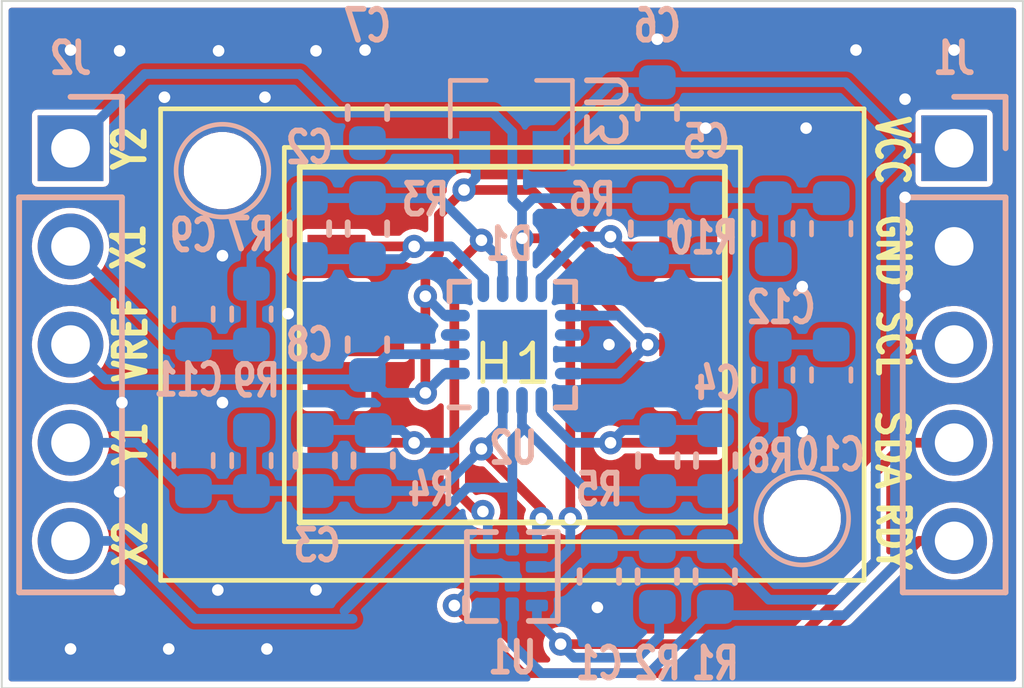
<source format=kicad_pcb>
(kicad_pcb (version 20171130) (host pcbnew 5.1.7-a382d34a8~88~ubuntu18.04.1)

  (general
    (thickness 1.6)
    (drawings 14)
    (tracks 232)
    (zones 0)
    (modules 29)
    (nets 15)
  )

  (page A4)
  (layers
    (0 F.Cu signal)
    (31 B.Cu signal)
    (32 B.Adhes user)
    (33 F.Adhes user)
    (34 B.Paste user)
    (35 F.Paste user)
    (36 B.SilkS user hide)
    (37 F.SilkS user hide)
    (38 B.Mask user)
    (39 F.Mask user)
    (40 Dwgs.User user)
    (41 Cmts.User user)
    (42 Eco1.User user)
    (43 Eco2.User user)
    (44 Edge.Cuts user)
    (45 Margin user)
    (46 B.CrtYd user)
    (47 F.CrtYd user)
    (48 B.Fab user hide)
    (49 F.Fab user hide)
  )

  (setup
    (last_trace_width 0.25)
    (user_trace_width 0.2)
    (user_trace_width 0.5)
    (trace_clearance 0.15)
    (zone_clearance 0.15)
    (zone_45_only no)
    (trace_min 0.2)
    (via_size 0.6)
    (via_drill 0.3)
    (via_min_size 0.6)
    (via_min_drill 0.2)
    (uvia_size 0.3)
    (uvia_drill 0.1)
    (uvias_allowed no)
    (uvia_min_size 0.3)
    (uvia_min_drill 0.1)
    (edge_width 0.05)
    (segment_width 0.15)
    (pcb_text_width 0.15)
    (pcb_text_size 0.72 0.9)
    (mod_edge_width 0.15)
    (mod_text_size 0.6 0.8)
    (mod_text_width 0.15)
    (pad_size 1.524 1.524)
    (pad_drill 0.762)
    (pad_to_mask_clearance 0.051)
    (solder_mask_min_width 0.25)
    (aux_axis_origin 0 0)
    (visible_elements 7FFFFFFF)
    (pcbplotparams
      (layerselection 0x010fc_ffffffff)
      (usegerberextensions false)
      (usegerberattributes false)
      (usegerberadvancedattributes false)
      (creategerberjobfile false)
      (excludeedgelayer true)
      (linewidth 0.100000)
      (plotframeref false)
      (viasonmask false)
      (mode 1)
      (useauxorigin false)
      (hpglpennumber 1)
      (hpglpenspeed 20)
      (hpglpendiameter 15.000000)
      (psnegative false)
      (psa4output false)
      (plotreference true)
      (plotvalue true)
      (plotinvisibletext false)
      (padsonsilk false)
      (subtractmaskfromsilk false)
      (outputformat 1)
      (mirror false)
      (drillshape 1)
      (scaleselection 1)
      (outputdirectory ""))
  )

  (net 0 "")
  (net 1 GND)
  (net 2 /ADS1115/SDA)
  (net 3 /ADS1115/SCL)
  (net 4 /S5991-01/I1)
  (net 5 /S5991-01/I3)
  (net 6 /ADS1115/ALERT_RDY)
  (net 7 /S5991-01/I2)
  (net 8 /S5991-01/I4)
  (net 9 /X1)
  (net 10 /Y1)
  (net 11 /X2)
  (net 12 /Y2)
  (net 13 /VREF)
  (net 14 "/ ISL60002/VCC")

  (net_class Default "This is the default net class."
    (clearance 0.15)
    (trace_width 0.25)
    (via_dia 0.6)
    (via_drill 0.3)
    (uvia_dia 0.3)
    (uvia_drill 0.1)
    (add_net "/ ISL60002/VCC")
    (add_net /ADS1115/ALERT_RDY)
    (add_net /ADS1115/SCL)
    (add_net /ADS1115/SDA)
    (add_net /S5991-01/I1)
    (add_net /S5991-01/I2)
    (add_net /S5991-01/I3)
    (add_net /S5991-01/I4)
    (add_net /VREF)
    (add_net /X1)
    (add_net /X2)
    (add_net /Y1)
    (add_net /Y2)
    (add_net GND)
  )

  (module Capacitor_SMD:C_0603_1608Metric (layer B.Cu) (tedit 5CF6BBB6) (tstamp 5D577E7D)
    (at 8.25 -3 270)
    (descr "Capacitor SMD 0603 (1608 Metric), square (rectangular) end terminal, IPC_7351 nominal, (Body size source: http://www.tortai-tech.com/upload/download/2011102023233369053.pdf), generated with kicad-footprint-generator")
    (tags capacitor)
    (path /5C93EA33/5CF73619)
    (attr smd)
    (fp_text reference C12 (at 2.0375 1.3) (layer B.SilkS)
      (effects (font (size 0.8 0.6) (thickness 0.15)) (justify mirror))
    )
    (fp_text value C_Small (at 0 -1.43 270) (layer B.Fab)
      (effects (font (size 0.8 0.6) (thickness 0.15)) (justify mirror))
    )
    (fp_line (start 1.48 -0.73) (end -1.48 -0.73) (layer B.CrtYd) (width 0.05))
    (fp_line (start 1.48 0.73) (end 1.48 -0.73) (layer B.CrtYd) (width 0.05))
    (fp_line (start -1.48 0.73) (end 1.48 0.73) (layer B.CrtYd) (width 0.05))
    (fp_line (start -1.48 -0.73) (end -1.48 0.73) (layer B.CrtYd) (width 0.05))
    (fp_line (start -0.162779 -0.51) (end 0.162779 -0.51) (layer B.SilkS) (width 0.12))
    (fp_line (start -0.162779 0.51) (end 0.162779 0.51) (layer B.SilkS) (width 0.12))
    (fp_line (start 0.8 -0.4) (end -0.8 -0.4) (layer B.Fab) (width 0.1))
    (fp_line (start 0.8 0.4) (end 0.8 -0.4) (layer B.Fab) (width 0.1))
    (fp_line (start -0.8 0.4) (end 0.8 0.4) (layer B.Fab) (width 0.1))
    (fp_line (start -0.8 -0.4) (end -0.8 0.4) (layer B.Fab) (width 0.1))
    (fp_text user %R (at 0 0 270) (layer B.Fab)
      (effects (font (size 0.8 0.6) (thickness 0.15)) (justify mirror))
    )
    (pad 1 smd roundrect (at -0.7875 0 270) (size 0.875 0.95) (layers B.Cu B.Paste B.Mask) (roundrect_rratio 0.25)
      (net 12 /Y2))
    (pad 2 smd roundrect (at 0.7875 0 270) (size 0.875 0.95) (layers B.Cu B.Paste B.Mask) (roundrect_rratio 0.25)
      (net 1 GND))
    (model ${KISYS3DMOD}/Capacitor_SMD.3dshapes/C_0603_1608Metric.wrl
      (at (xyz 0 0 0))
      (scale (xyz 1 1 1))
      (rotate (xyz 0 0 0))
    )
  )

  (module Capacitor_SMD:C_0603_1608Metric (layer B.Cu) (tedit 5B301BBE) (tstamp 5CE8548A)
    (at 2.25 6 270)
    (descr "Capacitor SMD 0603 (1608 Metric), square (rectangular) end terminal, IPC_7351 nominal, (Body size source: http://www.tortai-tech.com/upload/download/2011102023233369053.pdf), generated with kicad-footprint-generator")
    (tags capacitor)
    (path /5C93EA33/5CE58CD7)
    (attr smd)
    (fp_text reference C1 (at 2.25 0 180) (layer B.SilkS)
      (effects (font (size 0.8 0.6) (thickness 0.15)) (justify mirror))
    )
    (fp_text value 0.1uF (at 0 -1.43 90) (layer B.Fab)
      (effects (font (size 0.8 0.6) (thickness 0.15)) (justify mirror))
    )
    (fp_line (start 1.48 -0.73) (end -1.48 -0.73) (layer B.CrtYd) (width 0.05))
    (fp_line (start 1.48 0.73) (end 1.48 -0.73) (layer B.CrtYd) (width 0.05))
    (fp_line (start -1.48 0.73) (end 1.48 0.73) (layer B.CrtYd) (width 0.05))
    (fp_line (start -1.48 -0.73) (end -1.48 0.73) (layer B.CrtYd) (width 0.05))
    (fp_line (start -0.162779 -0.51) (end 0.162779 -0.51) (layer B.SilkS) (width 0.15))
    (fp_line (start -0.162779 0.51) (end 0.162779 0.51) (layer B.SilkS) (width 0.15))
    (fp_line (start 0.8 -0.4) (end -0.8 -0.4) (layer B.Fab) (width 0.15))
    (fp_line (start 0.8 0.4) (end 0.8 -0.4) (layer B.Fab) (width 0.15))
    (fp_line (start -0.8 0.4) (end 0.8 0.4) (layer B.Fab) (width 0.15))
    (fp_line (start -0.8 -0.4) (end -0.8 0.4) (layer B.Fab) (width 0.15))
    (fp_text user %R (at 0 0 90) (layer B.Fab)
      (effects (font (size 0.8 0.6) (thickness 0.15)) (justify mirror))
    )
    (pad 1 smd roundrect (at -0.7875 0 270) (size 0.875 0.95) (layers B.Cu B.Paste B.Mask) (roundrect_rratio 0.25)
      (net 14 "/ ISL60002/VCC"))
    (pad 2 smd roundrect (at 0.7875 0 270) (size 0.875 0.95) (layers B.Cu B.Paste B.Mask) (roundrect_rratio 0.25)
      (net 1 GND))
    (model ${KISYS3DMOD}/Capacitor_SMD.3dshapes/C_0603_1608Metric.wrl
      (at (xyz 0 0 0))
      (scale (xyz 1 1 1))
      (rotate (xyz 0 0 0))
    )
  )

  (module Package_DFN_QFN:QFN-16-1EP_3x3mm_P0.5mm_EP1.8x1.8mm (layer B.Cu) (tedit 5A650279) (tstamp 5CE8317B)
    (at 0 0)
    (descr "16-Lead Plastic Quad Flat, No Lead Package (NG) - 3x3x0.9 mm Body [QFN]; (see Microchip Packaging Specification 00000049BS.pdf)")
    (tags "QFN 0.5")
    (path /5C93EB8A/5C951EEB)
    (attr smd)
    (fp_text reference U2 (at 0.025 2.675) (layer B.SilkS)
      (effects (font (size 0.8 0.6) (thickness 0.15)) (justify mirror))
    )
    (fp_text value TSU104 (at 0 -5.375) (layer B.Fab)
      (effects (font (size 0.8 0.6) (thickness 0.15)) (justify mirror))
    )
    (fp_line (start -0.5 1.5) (end 1.5 1.5) (layer B.Fab) (width 0.15))
    (fp_line (start 1.5 1.5) (end 1.5 -1.5) (layer B.Fab) (width 0.15))
    (fp_line (start 1.5 -1.5) (end -1.5 -1.5) (layer B.Fab) (width 0.15))
    (fp_line (start -1.5 -1.5) (end -1.5 0.5) (layer B.Fab) (width 0.15))
    (fp_line (start -1.5 0.5) (end -0.5 1.5) (layer B.Fab) (width 0.15))
    (fp_line (start -2.1 2.1) (end -2.1 -2.1) (layer B.CrtYd) (width 0.05))
    (fp_line (start 2.1 2.1) (end 2.1 -2.1) (layer B.CrtYd) (width 0.05))
    (fp_line (start -2.1 2.1) (end 2.1 2.1) (layer B.CrtYd) (width 0.05))
    (fp_line (start -2.1 -2.1) (end 2.1 -2.1) (layer B.CrtYd) (width 0.05))
    (fp_line (start 1.625 1.625) (end 1.625 1.125) (layer B.SilkS) (width 0.15))
    (fp_line (start -1.625 -1.625) (end -1.625 -1.125) (layer B.SilkS) (width 0.15))
    (fp_line (start 1.625 -1.625) (end 1.625 -1.125) (layer B.SilkS) (width 0.15))
    (fp_line (start -1.625 1.625) (end -1.125 1.625) (layer B.SilkS) (width 0.15))
    (fp_line (start -1.625 -1.625) (end -1.125 -1.625) (layer B.SilkS) (width 0.15))
    (fp_line (start 1.625 -1.625) (end 1.125 -1.625) (layer B.SilkS) (width 0.15))
    (fp_line (start 1.625 1.625) (end 1.125 1.625) (layer B.SilkS) (width 0.15))
    (fp_text user %R (at 0 0) (layer B.Fab)
      (effects (font (size 0.8 0.6) (thickness 0.15)) (justify mirror))
    )
    (pad "" smd rect (at -0.45 0.45) (size 0.73 0.73) (layers B.Paste))
    (pad "" smd rect (at 0.45 0.45) (size 0.73 0.73) (layers B.Paste))
    (pad "" smd rect (at 0.45 -0.45) (size 0.73 0.73) (layers B.Paste))
    (pad 17 smd rect (at 0 0) (size 1.8 1.8) (layers B.Cu B.Mask))
    (pad "" smd rect (at -0.45 -0.45) (size 0.73 0.73) (layers B.Paste))
    (pad 16 smd oval (at -0.75 1.475 270) (size 0.75 0.3) (layers B.Cu B.Paste B.Mask)
      (net 5 /S5991-01/I3))
    (pad 15 smd oval (at -0.25 1.475 270) (size 0.75 0.3) (layers B.Cu B.Paste B.Mask)
      (net 10 /Y1))
    (pad 14 smd oval (at 0.25 1.475 270) (size 0.75 0.3) (layers B.Cu B.Paste B.Mask)
      (net 11 /X2))
    (pad 13 smd oval (at 0.75 1.475 270) (size 0.75 0.3) (layers B.Cu B.Paste B.Mask)
      (net 7 /S5991-01/I2))
    (pad 12 smd oval (at 1.475 0.75) (size 0.75 0.3) (layers B.Cu B.Paste B.Mask)
      (net 13 /VREF))
    (pad 11 smd oval (at 1.475 0.25) (size 0.75 0.3) (layers B.Cu B.Paste B.Mask)
      (net 1 GND))
    (pad 10 smd oval (at 1.475 -0.25) (size 0.75 0.3) (layers B.Cu B.Paste B.Mask))
    (pad 9 smd oval (at 1.475 -0.75) (size 0.75 0.3) (layers B.Cu B.Paste B.Mask)
      (net 13 /VREF))
    (pad 8 smd oval (at 0.75 -1.475 270) (size 0.75 0.3) (layers B.Cu B.Paste B.Mask)
      (net 8 /S5991-01/I4))
    (pad 7 smd oval (at 0.25 -1.475 270) (size 0.75 0.3) (layers B.Cu B.Paste B.Mask)
      (net 12 /Y2))
    (pad 6 smd oval (at -0.25 -1.475 270) (size 0.75 0.3) (layers B.Cu B.Paste B.Mask)
      (net 9 /X1))
    (pad 5 smd oval (at -0.75 -1.475 270) (size 0.75 0.3) (layers B.Cu B.Paste B.Mask)
      (net 4 /S5991-01/I1))
    (pad 4 smd oval (at -1.475 -0.75) (size 0.75 0.3) (layers B.Cu B.Paste B.Mask)
      (net 13 /VREF))
    (pad 3 smd oval (at -1.475 -0.25) (size 0.75 0.3) (layers B.Cu B.Paste B.Mask))
    (pad 2 smd oval (at -1.475 0.25) (size 0.75 0.3) (layers B.Cu B.Paste B.Mask)
      (net 13 /VREF))
    (pad 1 smd oval (at -1.475 0.75) (size 0.75 0.3) (layers B.Cu B.Paste B.Mask)
      (net 13 /VREF))
    (model ${KISYS3DMOD}/Package_DFN_QFN.3dshapes/QFN-16-1EP_3x3mm_P0.5mm_EP1.8x1.8mm.wrl
      (at (xyz 0 0 0))
      (scale (xyz 1 1 1))
      (rotate (xyz 0 0 0))
    )
  )

  (module Resistor_SMD:R_0603_1608Metric (layer B.Cu) (tedit 5B301BBD) (tstamp 5CE8534A)
    (at -3.6 3 270)
    (descr "Resistor SMD 0603 (1608 Metric), square (rectangular) end terminal, IPC_7351 nominal, (Body size source: http://www.tortai-tech.com/upload/download/2011102023233369053.pdf), generated with kicad-footprint-generator")
    (tags resistor)
    (path /5C93EB8A/5CF15FC6)
    (attr smd)
    (fp_text reference R4 (at 0.75 -1.5) (layer B.SilkS)
      (effects (font (size 0.8 0.6) (thickness 0.15)) (justify mirror))
    )
    (fp_text value 75K (at 0 -1.43 90) (layer B.Fab)
      (effects (font (size 0.8 0.6) (thickness 0.15)) (justify mirror))
    )
    (fp_line (start -0.8 -0.4) (end -0.8 0.4) (layer B.Fab) (width 0.15))
    (fp_line (start -0.8 0.4) (end 0.8 0.4) (layer B.Fab) (width 0.15))
    (fp_line (start 0.8 0.4) (end 0.8 -0.4) (layer B.Fab) (width 0.15))
    (fp_line (start 0.8 -0.4) (end -0.8 -0.4) (layer B.Fab) (width 0.15))
    (fp_line (start -0.162779 0.51) (end 0.162779 0.51) (layer B.SilkS) (width 0.15))
    (fp_line (start -0.162779 -0.51) (end 0.162779 -0.51) (layer B.SilkS) (width 0.15))
    (fp_line (start -1.48 -0.73) (end -1.48 0.73) (layer B.CrtYd) (width 0.05))
    (fp_line (start -1.48 0.73) (end 1.48 0.73) (layer B.CrtYd) (width 0.05))
    (fp_line (start 1.48 0.73) (end 1.48 -0.73) (layer B.CrtYd) (width 0.05))
    (fp_line (start 1.48 -0.73) (end -1.48 -0.73) (layer B.CrtYd) (width 0.05))
    (fp_text user %R (at 0 0 90) (layer B.Fab)
      (effects (font (size 0.8 0.6) (thickness 0.15)) (justify mirror))
    )
    (pad 2 smd roundrect (at 0.7875 0 270) (size 0.875 0.95) (layers B.Cu B.Paste B.Mask) (roundrect_rratio 0.25)
      (net 10 /Y1))
    (pad 1 smd roundrect (at -0.7875 0 270) (size 0.875 0.95) (layers B.Cu B.Paste B.Mask) (roundrect_rratio 0.25)
      (net 5 /S5991-01/I3))
    (model ${KISYS3DMOD}/Resistor_SMD.3dshapes/R_0603_1608Metric.wrl
      (at (xyz 0 0 0))
      (scale (xyz 1 1 1))
      (rotate (xyz 0 0 0))
    )
  )

  (module Diode_SMD:S5990-01 (layer F.Cu) (tedit 5CE7DF3B) (tstamp 5CE8340C)
    (at 0 0)
    (path /5C93EC14/5CFA8773)
    (attr smd)
    (fp_text reference D1 (at -0.075 -2.6 -180) (layer B.SilkS)
      (effects (font (size 0.8 0.6) (thickness 0.15)) (justify mirror))
    )
    (fp_text value S5990-01 (at 0 8.75) (layer F.Fab)
      (effects (font (size 0.8 0.6) (thickness 0.15)))
    )
    (fp_line (start 5.3 4.4) (end -5.3 4.4) (layer F.Fab) (width 0.15))
    (fp_line (start 5.3 -4.4) (end -4.3 -4.4) (layer F.Fab) (width 0.15))
    (fp_line (start -5.65 4.75) (end 5.65 4.75) (layer F.CrtYd) (width 0.05))
    (fp_line (start 5.65 4.75) (end 5.65 -4.75) (layer F.CrtYd) (width 0.05))
    (fp_line (start 5.65 -4.75) (end -5.65 -4.75) (layer F.CrtYd) (width 0.05))
    (fp_line (start -5.65 -4.75) (end -5.65 4.75) (layer F.CrtYd) (width 0.05))
    (fp_line (start -5.3 4.4) (end -5.3 -3.4) (layer F.Fab) (width 0.15))
    (fp_line (start 5.3 4.4) (end 5.3 -4.4) (layer F.Fab) (width 0.15))
    (fp_line (start -5.5 -4.6) (end -5.5 4.6) (layer F.SilkS) (width 0.15))
    (fp_line (start -5.5 4.6) (end 5.5 4.6) (layer F.SilkS) (width 0.15))
    (fp_line (start 5.5 4.6) (end 5.5 -4.6) (layer F.SilkS) (width 0.15))
    (fp_line (start 5.5 -4.6) (end -5.5 -4.6) (layer F.SilkS) (width 0.15))
    (fp_line (start -5.842 -1.905) (end -5.842 -3.175) (layer F.SilkS) (width 0.15))
    (fp_line (start -4.3 -4.4) (end -5.3 -3.4) (layer F.Fab) (width 0.15))
    (fp_text user %R (at -1.27 1.27) (layer F.Fab)
      (effects (font (size 0.8 0.6) (thickness 0.15)))
    )
    (pad 1 smd rect (at -4.55 -2.54 90) (size 0.6 1.5) (layers F.Cu F.Paste F.Mask)
      (net 4 /S5991-01/I1))
    (pad 3 smd rect (at -4.05 0 90) (size 0.6 2.5) (layers F.Cu F.Paste F.Mask))
    (pad 10 smd rect (at 4.55 -2.54 90) (size 0.6 1.5) (layers F.Cu F.Paste F.Mask)
      (net 8 /S5991-01/I4))
    (pad 9 smd rect (at 4.55 -1.27 90) (size 0.6 1.5) (layers F.Cu F.Paste F.Mask))
    (pad 8 smd rect (at 4.55 0 90) (size 0.6 1.5) (layers F.Cu F.Paste F.Mask)
      (net 13 /VREF))
    (pad 7 smd rect (at 4.55 1.27 90) (size 0.6 1.5) (layers F.Cu F.Paste F.Mask))
    (pad 6 smd rect (at 4.55 2.54 90) (size 0.6 1.5) (layers F.Cu F.Paste F.Mask)
      (net 7 /S5991-01/I2))
    (pad 5 smd rect (at -4.55 2.54 90) (size 0.6 1.5) (layers F.Cu F.Paste F.Mask)
      (net 5 /S5991-01/I3))
    (pad 4 smd rect (at -4.55 1.27 90) (size 0.6 1.5) (layers F.Cu F.Paste F.Mask))
    (pad 2 smd rect (at -4.55 -1.27 90) (size 0.6 1.5) (layers F.Cu F.Paste F.Mask))
    (model ${KISYS3DMOD}/Diode_SMD.3dshapes/S5990-01.step
      (at (xyz 0 0 0))
      (scale (xyz 1 1 1))
      (rotate (xyz 0 0 0))
    )
    (model ${KISYS3DMOD}/Diode_SMD.3dshapes/s5990-01.wrl
      (at (xyz 0 0 0))
      (scale (xyz 1 1 1))
      (rotate (xyz 0 0 0))
    )
  )

  (module Package_DFN_QFN:X2QFN (layer B.Cu) (tedit 5B5AD74B) (tstamp 5CE83537)
    (at 0 6)
    (path /5C93EA33/5CE578D6)
    (fp_text reference U1 (at 0 2.1) (layer B.SilkS)
      (effects (font (size 0.8 0.6) (thickness 0.15)) (justify mirror))
    )
    (fp_text value ADS1115 (at 0 -1.7) (layer B.Fab)
      (effects (font (size 0.8 0.6) (thickness 0.15)) (justify mirror))
    )
    (fp_line (start 1.25 1.425) (end -1.25 1.425) (layer B.CrtYd) (width 0.05))
    (fp_line (start 1.25 -1.425) (end 1.25 1.425) (layer B.CrtYd) (width 0.05))
    (fp_line (start -1.25 -1.425) (end 1.25 -1.425) (layer B.CrtYd) (width 0.05))
    (fp_line (start -1.25 1.425) (end -1.25 -1.425) (layer B.CrtYd) (width 0.05))
    (fp_line (start -1 0.5) (end -0.5 1) (layer B.Fab) (width 0.15))
    (fp_line (start -0.5 1) (end 1 1) (layer B.Fab) (width 0.15))
    (fp_line (start 1 1) (end 1 -1) (layer B.Fab) (width 0.15))
    (fp_line (start 1 -1) (end -1 -1) (layer B.Fab) (width 0.15))
    (fp_line (start -1 -1) (end -1 0.5) (layer B.Fab) (width 0.15))
    (fp_line (start -0.425 1.15) (end -1.175 1.15) (layer B.SilkS) (width 0.15))
    (fp_line (start -1.175 1.15) (end -1.175 -1.15) (layer B.SilkS) (width 0.15))
    (fp_line (start -1.175 -1.15) (end -0.425 -1.15) (layer B.SilkS) (width 0.15))
    (fp_line (start 0.425 -1.15) (end 1.175 -1.15) (layer B.SilkS) (width 0.15))
    (fp_line (start 1.175 -1.15) (end 1.175 1.15) (layer B.SilkS) (width 0.15))
    (fp_line (start 1.175 1.15) (end 0.425 1.15) (layer B.SilkS) (width 0.15))
    (fp_line (start -1.225 0.55) (end -1.225 0.95) (layer B.SilkS) (width 0.15))
    (fp_text user %R (at 0 0) (layer B.Fab)
      (effects (font (size 0.8 0.6) (thickness 0.15)) (justify mirror))
    )
    (pad 9 smd roundrect (at 0.635 0.75) (size 0.575 0.3) (layers B.Cu B.Paste B.Mask) (roundrect_rratio 0.25)
      (net 2 /ADS1115/SDA))
    (pad 8 smd roundrect (at 0.635 0.25) (size 0.575 0.3) (layers B.Cu B.Paste B.Mask) (roundrect_rratio 0.25)
      (net 14 "/ ISL60002/VCC"))
    (pad 7 smd roundrect (at 0.635 -0.25) (size 0.575 0.3) (layers B.Cu B.Paste B.Mask) (roundrect_rratio 0.25)
      (net 12 /Y2))
    (pad 6 smd roundrect (at 0.635 -0.75) (size 0.575 0.3) (layers B.Cu B.Paste B.Mask) (roundrect_rratio 0.25)
      (net 10 /Y1))
    (pad 10 smd roundrect (at 0 0.8575 270) (size 0.635 0.35) (layers B.Cu B.Paste B.Mask) (roundrect_rratio 0.25)
      (net 3 /ADS1115/SCL))
    (pad 5 smd roundrect (at 0 -0.8575 270) (size 0.635 0.35) (layers B.Cu B.Paste B.Mask) (roundrect_rratio 0.25)
      (net 11 /X2))
    (pad 4 smd roundrect (at -0.635 -0.75) (size 0.575 0.3) (layers B.Cu B.Paste B.Mask) (roundrect_rratio 0.25)
      (net 9 /X1))
    (pad 3 smd roundrect (at -0.635 -0.25) (size 0.575 0.3) (layers B.Cu B.Paste B.Mask) (roundrect_rratio 0.25)
      (net 1 GND))
    (pad 2 smd roundrect (at -0.635 0.25) (size 0.575 0.3) (layers B.Cu B.Paste B.Mask) (roundrect_rratio 0.25)
      (net 6 /ADS1115/ALERT_RDY))
    (pad 1 smd roundrect (at -0.635 0.75) (size 0.575 0.3) (layers B.Cu B.Paste B.Mask) (roundrect_rratio 0.25)
      (net 1 GND))
    (model ${KIPRJMOD}/kicad-packages3D/Package_DFN_QFN.3dshapes/Texas_X2QFN.step
      (offset (xyz 0 0 0.65))
      (scale (xyz 1 1 1))
      (rotate (xyz 180 0 90))
    )
    (model ${KISYS3DMOD}/Package_DFN_QFN.3dshapes/X2QFN-10.stp
      (at (xyz 0 0 0))
      (scale (xyz 1 1 1))
      (rotate (xyz 0 0 0))
    )
  )

  (module Connector_PinHeader_2.54mm:PinHeader_1x05_P2.54mm_Vertical (layer B.Cu) (tedit 59FED5CC) (tstamp 5CE8FAF5)
    (at 11.43 -5.08 180)
    (descr "Through hole straight pin header, 1x05, 2.54mm pitch, single row")
    (tags "Through hole pin header THT 1x05 2.54mm single row")
    (path /5CE84FB4)
    (fp_text reference J1 (at 0 2.33) (layer B.SilkS)
      (effects (font (size 0.8 0.6) (thickness 0.15)) (justify mirror))
    )
    (fp_text value Conn_01x05 (at 0 -12.49) (layer B.Fab)
      (effects (font (size 0.8 0.6) (thickness 0.15)) (justify mirror))
    )
    (fp_line (start 1.8 1.8) (end -1.8 1.8) (layer B.CrtYd) (width 0.05))
    (fp_line (start 1.8 -11.95) (end 1.8 1.8) (layer B.CrtYd) (width 0.05))
    (fp_line (start -1.8 -11.95) (end 1.8 -11.95) (layer B.CrtYd) (width 0.05))
    (fp_line (start -1.8 1.8) (end -1.8 -11.95) (layer B.CrtYd) (width 0.05))
    (fp_line (start -1.33 1.33) (end 0 1.33) (layer B.SilkS) (width 0.15))
    (fp_line (start -1.33 0) (end -1.33 1.33) (layer B.SilkS) (width 0.15))
    (fp_line (start -1.33 -1.27) (end 1.33 -1.27) (layer B.SilkS) (width 0.15))
    (fp_line (start 1.33 -1.27) (end 1.33 -11.49) (layer B.SilkS) (width 0.15))
    (fp_line (start -1.33 -1.27) (end -1.33 -11.49) (layer B.SilkS) (width 0.15))
    (fp_line (start -1.33 -11.49) (end 1.33 -11.49) (layer B.SilkS) (width 0.15))
    (fp_line (start -1.27 0.635) (end -0.635 1.27) (layer B.Fab) (width 0.15))
    (fp_line (start -1.27 -11.43) (end -1.27 0.635) (layer B.Fab) (width 0.15))
    (fp_line (start 1.27 -11.43) (end -1.27 -11.43) (layer B.Fab) (width 0.15))
    (fp_line (start 1.27 1.27) (end 1.27 -11.43) (layer B.Fab) (width 0.15))
    (fp_line (start -0.635 1.27) (end 1.27 1.27) (layer B.Fab) (width 0.15))
    (fp_text user %R (at 0 -5.08 -90) (layer B.Fab)
      (effects (font (size 0.8 0.6) (thickness 0.15)) (justify mirror))
    )
    (pad 1 thru_hole rect (at 0 0 180) (size 1.7 1.7) (drill 1) (layers *.Cu *.Mask)
      (net 14 "/ ISL60002/VCC"))
    (pad 2 thru_hole oval (at 0 -2.54 180) (size 1.7 1.7) (drill 1) (layers *.Cu *.Mask)
      (net 1 GND))
    (pad 3 thru_hole oval (at 0 -5.08 180) (size 1.7 1.7) (drill 1) (layers *.Cu *.Mask)
      (net 3 /ADS1115/SCL))
    (pad 4 thru_hole oval (at 0 -7.62 180) (size 1.7 1.7) (drill 1) (layers *.Cu *.Mask)
      (net 2 /ADS1115/SDA))
    (pad 5 thru_hole oval (at 0 -10.16 180) (size 1.7 1.7) (drill 1) (layers *.Cu *.Mask)
      (net 6 /ADS1115/ALERT_RDY))
    (model ${KISYS3DMOD}/Connector_PinHeader_2.54mm.3dshapes/PinHeader_1x05_P2.54mm_Vertical.wrl
      (at (xyz 0 0 0))
      (scale (xyz 1 1 1))
      (rotate (xyz 0 0 0))
    )
  )

  (module Resistor_SMD:R_0603_1608Metric (layer B.Cu) (tedit 5B301BBD) (tstamp 5D0344D7)
    (at 5.25 6 90)
    (descr "Resistor SMD 0603 (1608 Metric), square (rectangular) end terminal, IPC_7351 nominal, (Body size source: http://www.tortai-tech.com/upload/download/2011102023233369053.pdf), generated with kicad-footprint-generator")
    (tags resistor)
    (path /5CD430C5)
    (attr smd)
    (fp_text reference R1 (at -2.25 0 180) (layer B.SilkS)
      (effects (font (size 0.8 0.6) (thickness 0.15)) (justify mirror))
    )
    (fp_text value 4.7K (at 0 -1.43 90) (layer B.Fab)
      (effects (font (size 0.8 0.6) (thickness 0.15)) (justify mirror))
    )
    (fp_line (start -0.8 -0.4) (end -0.8 0.4) (layer B.Fab) (width 0.15))
    (fp_line (start -0.8 0.4) (end 0.8 0.4) (layer B.Fab) (width 0.15))
    (fp_line (start 0.8 0.4) (end 0.8 -0.4) (layer B.Fab) (width 0.15))
    (fp_line (start 0.8 -0.4) (end -0.8 -0.4) (layer B.Fab) (width 0.15))
    (fp_line (start -0.162779 0.51) (end 0.162779 0.51) (layer B.SilkS) (width 0.15))
    (fp_line (start -0.162779 -0.51) (end 0.162779 -0.51) (layer B.SilkS) (width 0.15))
    (fp_line (start -1.48 -0.73) (end -1.48 0.73) (layer B.CrtYd) (width 0.05))
    (fp_line (start -1.48 0.73) (end 1.48 0.73) (layer B.CrtYd) (width 0.05))
    (fp_line (start 1.48 0.73) (end 1.48 -0.73) (layer B.CrtYd) (width 0.05))
    (fp_line (start 1.48 -0.73) (end -1.48 -0.73) (layer B.CrtYd) (width 0.05))
    (fp_text user %R (at 0 0 90) (layer B.Fab)
      (effects (font (size 0.8 0.6) (thickness 0.15)) (justify mirror))
    )
    (pad 2 smd roundrect (at 0.7875 0 90) (size 0.875 0.95) (layers B.Cu B.Paste B.Mask) (roundrect_rratio 0.25)
      (net 14 "/ ISL60002/VCC"))
    (pad 1 smd roundrect (at -0.7875 0 90) (size 0.875 0.95) (layers B.Cu B.Paste B.Mask) (roundrect_rratio 0.25)
      (net 3 /ADS1115/SCL))
    (model ${KISYS3DMOD}/Resistor_SMD.3dshapes/R_0603_1608Metric.wrl
      (at (xyz 0 0 0))
      (scale (xyz 1 1 1))
      (rotate (xyz 0 0 0))
    )
  )

  (module Resistor_SMD:R_0603_1608Metric (layer B.Cu) (tedit 5B301BBD) (tstamp 5D03439C)
    (at 3.75 6 90)
    (descr "Resistor SMD 0603 (1608 Metric), square (rectangular) end terminal, IPC_7351 nominal, (Body size source: http://www.tortai-tech.com/upload/download/2011102023233369053.pdf), generated with kicad-footprint-generator")
    (tags resistor)
    (path /5CD45A92)
    (attr smd)
    (fp_text reference R2 (at -2.25 0 180) (layer B.SilkS)
      (effects (font (size 0.8 0.6) (thickness 0.15)) (justify mirror))
    )
    (fp_text value 4.7K (at 0 -1.43 90) (layer B.Fab)
      (effects (font (size 0.8 0.6) (thickness 0.15)) (justify mirror))
    )
    (fp_line (start 1.48 -0.73) (end -1.48 -0.73) (layer B.CrtYd) (width 0.05))
    (fp_line (start 1.48 0.73) (end 1.48 -0.73) (layer B.CrtYd) (width 0.05))
    (fp_line (start -1.48 0.73) (end 1.48 0.73) (layer B.CrtYd) (width 0.05))
    (fp_line (start -1.48 -0.73) (end -1.48 0.73) (layer B.CrtYd) (width 0.05))
    (fp_line (start -0.162779 -0.51) (end 0.162779 -0.51) (layer B.SilkS) (width 0.15))
    (fp_line (start -0.162779 0.51) (end 0.162779 0.51) (layer B.SilkS) (width 0.15))
    (fp_line (start 0.8 -0.4) (end -0.8 -0.4) (layer B.Fab) (width 0.15))
    (fp_line (start 0.8 0.4) (end 0.8 -0.4) (layer B.Fab) (width 0.15))
    (fp_line (start -0.8 0.4) (end 0.8 0.4) (layer B.Fab) (width 0.15))
    (fp_line (start -0.8 -0.4) (end -0.8 0.4) (layer B.Fab) (width 0.15))
    (fp_text user %R (at 0 0 90) (layer B.Fab)
      (effects (font (size 0.8 0.6) (thickness 0.15)) (justify mirror))
    )
    (pad 1 smd roundrect (at -0.7875 0 90) (size 0.875 0.95) (layers B.Cu B.Paste B.Mask) (roundrect_rratio 0.25)
      (net 2 /ADS1115/SDA))
    (pad 2 smd roundrect (at 0.7875 0 90) (size 0.875 0.95) (layers B.Cu B.Paste B.Mask) (roundrect_rratio 0.25)
      (net 14 "/ ISL60002/VCC"))
    (model ${KISYS3DMOD}/Resistor_SMD.3dshapes/R_0603_1608Metric.wrl
      (at (xyz 0 0 0))
      (scale (xyz 1 1 1))
      (rotate (xyz 0 0 0))
    )
  )

  (module Resistor_SMD:R_0603_1608Metric (layer B.Cu) (tedit 5B301BBD) (tstamp 5CE85E09)
    (at -3.75 -3 90)
    (descr "Resistor SMD 0603 (1608 Metric), square (rectangular) end terminal, IPC_7351 nominal, (Body size source: http://www.tortai-tech.com/upload/download/2011102023233369053.pdf), generated with kicad-footprint-generator")
    (tags resistor)
    (path /5C93EB8A/5CEBBD69)
    (attr smd)
    (fp_text reference R3 (at 0.75 1.5 180) (layer B.SilkS)
      (effects (font (size 0.8 0.6) (thickness 0.15)) (justify mirror))
    )
    (fp_text value 75K (at 0 -1.43 90) (layer B.Fab)
      (effects (font (size 0.8 0.6) (thickness 0.15)) (justify mirror))
    )
    (fp_line (start 1.48 -0.73) (end -1.48 -0.73) (layer B.CrtYd) (width 0.05))
    (fp_line (start 1.48 0.73) (end 1.48 -0.73) (layer B.CrtYd) (width 0.05))
    (fp_line (start -1.48 0.73) (end 1.48 0.73) (layer B.CrtYd) (width 0.05))
    (fp_line (start -1.48 -0.73) (end -1.48 0.73) (layer B.CrtYd) (width 0.05))
    (fp_line (start -0.162779 -0.51) (end 0.162779 -0.51) (layer B.SilkS) (width 0.15))
    (fp_line (start -0.162779 0.51) (end 0.162779 0.51) (layer B.SilkS) (width 0.15))
    (fp_line (start 0.8 -0.4) (end -0.8 -0.4) (layer B.Fab) (width 0.15))
    (fp_line (start 0.8 0.4) (end 0.8 -0.4) (layer B.Fab) (width 0.15))
    (fp_line (start -0.8 0.4) (end 0.8 0.4) (layer B.Fab) (width 0.15))
    (fp_line (start -0.8 -0.4) (end -0.8 0.4) (layer B.Fab) (width 0.15))
    (fp_text user %R (at 0 0 90) (layer B.Fab)
      (effects (font (size 0.8 0.6) (thickness 0.15)) (justify mirror))
    )
    (pad 1 smd roundrect (at -0.7875 0 90) (size 0.875 0.95) (layers B.Cu B.Paste B.Mask) (roundrect_rratio 0.25)
      (net 4 /S5991-01/I1))
    (pad 2 smd roundrect (at 0.7875 0 90) (size 0.875 0.95) (layers B.Cu B.Paste B.Mask) (roundrect_rratio 0.25)
      (net 9 /X1))
    (model ${KISYS3DMOD}/Resistor_SMD.3dshapes/R_0603_1608Metric.wrl
      (at (xyz 0 0 0))
      (scale (xyz 1 1 1))
      (rotate (xyz 0 0 0))
    )
  )

  (module Resistor_SMD:R_0603_1608Metric (layer B.Cu) (tedit 5B301BBD) (tstamp 5D034429)
    (at 3.762 3 270)
    (descr "Resistor SMD 0603 (1608 Metric), square (rectangular) end terminal, IPC_7351 nominal, (Body size source: http://www.tortai-tech.com/upload/download/2011102023233369053.pdf), generated with kicad-footprint-generator")
    (tags resistor)
    (path /5C93EB8A/5CF106D3)
    (attr smd)
    (fp_text reference R5 (at 0.75 1.512 180) (layer B.SilkS)
      (effects (font (size 0.8 0.6) (thickness 0.15)) (justify mirror))
    )
    (fp_text value 75K (at 0 -1.43 90) (layer B.Fab)
      (effects (font (size 0.8 0.6) (thickness 0.15)) (justify mirror))
    )
    (fp_line (start -0.8 -0.4) (end -0.8 0.4) (layer B.Fab) (width 0.15))
    (fp_line (start -0.8 0.4) (end 0.8 0.4) (layer B.Fab) (width 0.15))
    (fp_line (start 0.8 0.4) (end 0.8 -0.4) (layer B.Fab) (width 0.15))
    (fp_line (start 0.8 -0.4) (end -0.8 -0.4) (layer B.Fab) (width 0.15))
    (fp_line (start -0.162779 0.51) (end 0.162779 0.51) (layer B.SilkS) (width 0.15))
    (fp_line (start -0.162779 -0.51) (end 0.162779 -0.51) (layer B.SilkS) (width 0.15))
    (fp_line (start -1.48 -0.73) (end -1.48 0.73) (layer B.CrtYd) (width 0.05))
    (fp_line (start -1.48 0.73) (end 1.48 0.73) (layer B.CrtYd) (width 0.05))
    (fp_line (start 1.48 0.73) (end 1.48 -0.73) (layer B.CrtYd) (width 0.05))
    (fp_line (start 1.48 -0.73) (end -1.48 -0.73) (layer B.CrtYd) (width 0.05))
    (fp_text user %R (at 0 0 90) (layer B.Fab)
      (effects (font (size 0.8 0.6) (thickness 0.15)) (justify mirror))
    )
    (pad 2 smd roundrect (at 0.7875 0 270) (size 0.875 0.95) (layers B.Cu B.Paste B.Mask) (roundrect_rratio 0.25)
      (net 11 /X2))
    (pad 1 smd roundrect (at -0.7875 0 270) (size 0.875 0.95) (layers B.Cu B.Paste B.Mask) (roundrect_rratio 0.25)
      (net 7 /S5991-01/I2))
    (model ${KISYS3DMOD}/Resistor_SMD.3dshapes/R_0603_1608Metric.wrl
      (at (xyz 0 0 0))
      (scale (xyz 1 1 1))
      (rotate (xyz 0 0 0))
    )
  )

  (module Resistor_SMD:R_0603_1608Metric (layer B.Cu) (tedit 5B301BBD) (tstamp 5D0343F9)
    (at 3.575 -3 90)
    (descr "Resistor SMD 0603 (1608 Metric), square (rectangular) end terminal, IPC_7351 nominal, (Body size source: http://www.tortai-tech.com/upload/download/2011102023233369053.pdf), generated with kicad-footprint-generator")
    (tags resistor)
    (path /5C93EB8A/5CF12FEB)
    (attr smd)
    (fp_text reference R6 (at 0.75 -1.512 180) (layer B.SilkS)
      (effects (font (size 0.8 0.6) (thickness 0.15)) (justify mirror))
    )
    (fp_text value 75K (at 0 -1.43 90) (layer B.Fab)
      (effects (font (size 0.8 0.6) (thickness 0.15)) (justify mirror))
    )
    (fp_line (start 1.48 -0.73) (end -1.48 -0.73) (layer B.CrtYd) (width 0.05))
    (fp_line (start 1.48 0.73) (end 1.48 -0.73) (layer B.CrtYd) (width 0.05))
    (fp_line (start -1.48 0.73) (end 1.48 0.73) (layer B.CrtYd) (width 0.05))
    (fp_line (start -1.48 -0.73) (end -1.48 0.73) (layer B.CrtYd) (width 0.05))
    (fp_line (start -0.162779 -0.51) (end 0.162779 -0.51) (layer B.SilkS) (width 0.15))
    (fp_line (start -0.162779 0.51) (end 0.162779 0.51) (layer B.SilkS) (width 0.15))
    (fp_line (start 0.8 -0.4) (end -0.8 -0.4) (layer B.Fab) (width 0.15))
    (fp_line (start 0.8 0.4) (end 0.8 -0.4) (layer B.Fab) (width 0.15))
    (fp_line (start -0.8 0.4) (end 0.8 0.4) (layer B.Fab) (width 0.15))
    (fp_line (start -0.8 -0.4) (end -0.8 0.4) (layer B.Fab) (width 0.15))
    (fp_text user %R (at 0 0 90) (layer B.Fab)
      (effects (font (size 0.8 0.6) (thickness 0.15)) (justify mirror))
    )
    (pad 1 smd roundrect (at -0.7875 0 90) (size 0.875 0.95) (layers B.Cu B.Paste B.Mask) (roundrect_rratio 0.25)
      (net 8 /S5991-01/I4))
    (pad 2 smd roundrect (at 0.7875 0 90) (size 0.875 0.95) (layers B.Cu B.Paste B.Mask) (roundrect_rratio 0.25)
      (net 12 /Y2))
    (model ${KISYS3DMOD}/Resistor_SMD.3dshapes/R_0603_1608Metric.wrl
      (at (xyz 0 0 0))
      (scale (xyz 1 1 1))
      (rotate (xyz 0 0 0))
    )
  )

  (module Capacitor_SMD:C_0603_1608Metric (layer B.Cu) (tedit 5B301BBE) (tstamp 5CE8E06E)
    (at -5.25 -3 90)
    (descr "Capacitor SMD 0603 (1608 Metric), square (rectangular) end terminal, IPC_7351 nominal, (Body size source: http://www.tortai-tech.com/upload/download/2011102023233369053.pdf), generated with kicad-footprint-generator")
    (tags capacitor)
    (path /5C93EB8A/5CEBBD5E)
    (attr smd)
    (fp_text reference C2 (at 2.1 0 180) (layer B.SilkS)
      (effects (font (size 0.8 0.6) (thickness 0.15)) (justify mirror))
    )
    (fp_text value 1uF (at 0 -1.43 90) (layer B.Fab)
      (effects (font (size 0.8 0.6) (thickness 0.15)) (justify mirror))
    )
    (fp_line (start -0.8 -0.4) (end -0.8 0.4) (layer B.Fab) (width 0.15))
    (fp_line (start -0.8 0.4) (end 0.8 0.4) (layer B.Fab) (width 0.15))
    (fp_line (start 0.8 0.4) (end 0.8 -0.4) (layer B.Fab) (width 0.15))
    (fp_line (start 0.8 -0.4) (end -0.8 -0.4) (layer B.Fab) (width 0.15))
    (fp_line (start -0.162779 0.51) (end 0.162779 0.51) (layer B.SilkS) (width 0.15))
    (fp_line (start -0.162779 -0.51) (end 0.162779 -0.51) (layer B.SilkS) (width 0.15))
    (fp_line (start -1.48 -0.73) (end -1.48 0.73) (layer B.CrtYd) (width 0.05))
    (fp_line (start -1.48 0.73) (end 1.48 0.73) (layer B.CrtYd) (width 0.05))
    (fp_line (start 1.48 0.73) (end 1.48 -0.73) (layer B.CrtYd) (width 0.05))
    (fp_line (start 1.48 -0.73) (end -1.48 -0.73) (layer B.CrtYd) (width 0.05))
    (fp_text user %R (at 0 0 90) (layer B.Fab)
      (effects (font (size 0.8 0.6) (thickness 0.15)) (justify mirror))
    )
    (pad 2 smd roundrect (at 0.7875 0 90) (size 0.875 0.95) (layers B.Cu B.Paste B.Mask) (roundrect_rratio 0.25)
      (net 9 /X1))
    (pad 1 smd roundrect (at -0.7875 0 90) (size 0.875 0.95) (layers B.Cu B.Paste B.Mask) (roundrect_rratio 0.25)
      (net 4 /S5991-01/I1))
    (model ${KISYS3DMOD}/Capacitor_SMD.3dshapes/C_0603_1608Metric.wrl
      (at (xyz 0 0 0))
      (scale (xyz 1 1 1))
      (rotate (xyz 0 0 0))
    )
  )

  (module Capacitor_SMD:C_0603_1608Metric (layer B.Cu) (tedit 5B301BBE) (tstamp 5CE854AA)
    (at -5.1 3 270)
    (descr "Capacitor SMD 0603 (1608 Metric), square (rectangular) end terminal, IPC_7351 nominal, (Body size source: http://www.tortai-tech.com/upload/download/2011102023233369053.pdf), generated with kicad-footprint-generator")
    (tags capacitor)
    (path /5C93EB8A/5CF15FBB)
    (attr smd)
    (fp_text reference C3 (at 2.2 -0.05 180) (layer B.SilkS)
      (effects (font (size 0.8 0.6) (thickness 0.15)) (justify mirror))
    )
    (fp_text value 1uF (at 0 -1.43 90) (layer B.Fab)
      (effects (font (size 0.8 0.6) (thickness 0.15)) (justify mirror))
    )
    (fp_line (start 1.48 -0.73) (end -1.48 -0.73) (layer B.CrtYd) (width 0.05))
    (fp_line (start 1.48 0.73) (end 1.48 -0.73) (layer B.CrtYd) (width 0.05))
    (fp_line (start -1.48 0.73) (end 1.48 0.73) (layer B.CrtYd) (width 0.05))
    (fp_line (start -1.48 -0.73) (end -1.48 0.73) (layer B.CrtYd) (width 0.05))
    (fp_line (start -0.162779 -0.51) (end 0.162779 -0.51) (layer B.SilkS) (width 0.15))
    (fp_line (start -0.162779 0.51) (end 0.162779 0.51) (layer B.SilkS) (width 0.15))
    (fp_line (start 0.8 -0.4) (end -0.8 -0.4) (layer B.Fab) (width 0.15))
    (fp_line (start 0.8 0.4) (end 0.8 -0.4) (layer B.Fab) (width 0.15))
    (fp_line (start -0.8 0.4) (end 0.8 0.4) (layer B.Fab) (width 0.15))
    (fp_line (start -0.8 -0.4) (end -0.8 0.4) (layer B.Fab) (width 0.15))
    (fp_text user %R (at 0 0 90) (layer B.Fab)
      (effects (font (size 0.8 0.6) (thickness 0.15)) (justify mirror))
    )
    (pad 1 smd roundrect (at -0.7875 0 270) (size 0.875 0.95) (layers B.Cu B.Paste B.Mask) (roundrect_rratio 0.25)
      (net 5 /S5991-01/I3))
    (pad 2 smd roundrect (at 0.7875 0 270) (size 0.875 0.95) (layers B.Cu B.Paste B.Mask) (roundrect_rratio 0.25)
      (net 10 /Y1))
    (model ${KISYS3DMOD}/Capacitor_SMD.3dshapes/C_0603_1608Metric.wrl
      (at (xyz 0 0 0))
      (scale (xyz 1 1 1))
      (rotate (xyz 0 0 0))
    )
  )

  (module Capacitor_SMD:C_0603_1608Metric (layer B.Cu) (tedit 5B301BBE) (tstamp 5D034360)
    (at 5.262 3 270)
    (descr "Capacitor SMD 0603 (1608 Metric), square (rectangular) end terminal, IPC_7351 nominal, (Body size source: http://www.tortai-tech.com/upload/download/2011102023233369053.pdf), generated with kicad-footprint-generator")
    (tags capacitor)
    (path /5C93EB8A/5CF106C8)
    (attr smd)
    (fp_text reference C4 (at -2 -0.038 180) (layer B.SilkS)
      (effects (font (size 0.8 0.6) (thickness 0.15)) (justify mirror))
    )
    (fp_text value 1uF (at 0 -1.43 90) (layer B.Fab)
      (effects (font (size 0.8 0.6) (thickness 0.15)) (justify mirror))
    )
    (fp_line (start 1.48 -0.73) (end -1.48 -0.73) (layer B.CrtYd) (width 0.05))
    (fp_line (start 1.48 0.73) (end 1.48 -0.73) (layer B.CrtYd) (width 0.05))
    (fp_line (start -1.48 0.73) (end 1.48 0.73) (layer B.CrtYd) (width 0.05))
    (fp_line (start -1.48 -0.73) (end -1.48 0.73) (layer B.CrtYd) (width 0.05))
    (fp_line (start -0.162779 -0.51) (end 0.162779 -0.51) (layer B.SilkS) (width 0.15))
    (fp_line (start -0.162779 0.51) (end 0.162779 0.51) (layer B.SilkS) (width 0.15))
    (fp_line (start 0.8 -0.4) (end -0.8 -0.4) (layer B.Fab) (width 0.15))
    (fp_line (start 0.8 0.4) (end 0.8 -0.4) (layer B.Fab) (width 0.15))
    (fp_line (start -0.8 0.4) (end 0.8 0.4) (layer B.Fab) (width 0.15))
    (fp_line (start -0.8 -0.4) (end -0.8 0.4) (layer B.Fab) (width 0.15))
    (fp_text user %R (at 0 0 90) (layer B.Fab)
      (effects (font (size 0.8 0.6) (thickness 0.15)) (justify mirror))
    )
    (pad 1 smd roundrect (at -0.7875 0 270) (size 0.875 0.95) (layers B.Cu B.Paste B.Mask) (roundrect_rratio 0.25)
      (net 7 /S5991-01/I2))
    (pad 2 smd roundrect (at 0.7875 0 270) (size 0.875 0.95) (layers B.Cu B.Paste B.Mask) (roundrect_rratio 0.25)
      (net 11 /X2))
    (model ${KISYS3DMOD}/Capacitor_SMD.3dshapes/C_0603_1608Metric.wrl
      (at (xyz 0 0 0))
      (scale (xyz 1 1 1))
      (rotate (xyz 0 0 0))
    )
  )

  (module Capacitor_SMD:C_0603_1608Metric (layer B.Cu) (tedit 5B301BBE) (tstamp 5D034477)
    (at 5.075 -3 90)
    (descr "Capacitor SMD 0603 (1608 Metric), square (rectangular) end terminal, IPC_7351 nominal, (Body size source: http://www.tortai-tech.com/upload/download/2011102023233369053.pdf), generated with kicad-footprint-generator")
    (tags capacitor)
    (path /5C93EB8A/5CF12FE0)
    (attr smd)
    (fp_text reference C5 (at 2.25 -0.062 180) (layer B.SilkS)
      (effects (font (size 0.8 0.6) (thickness 0.15)) (justify mirror))
    )
    (fp_text value 1uF (at 0 -1.43 90) (layer B.Fab)
      (effects (font (size 0.8 0.6) (thickness 0.15)) (justify mirror))
    )
    (fp_line (start -0.8 -0.4) (end -0.8 0.4) (layer B.Fab) (width 0.15))
    (fp_line (start -0.8 0.4) (end 0.8 0.4) (layer B.Fab) (width 0.15))
    (fp_line (start 0.8 0.4) (end 0.8 -0.4) (layer B.Fab) (width 0.15))
    (fp_line (start 0.8 -0.4) (end -0.8 -0.4) (layer B.Fab) (width 0.15))
    (fp_line (start -0.162779 0.51) (end 0.162779 0.51) (layer B.SilkS) (width 0.15))
    (fp_line (start -0.162779 -0.51) (end 0.162779 -0.51) (layer B.SilkS) (width 0.15))
    (fp_line (start -1.48 -0.73) (end -1.48 0.73) (layer B.CrtYd) (width 0.05))
    (fp_line (start -1.48 0.73) (end 1.48 0.73) (layer B.CrtYd) (width 0.05))
    (fp_line (start 1.48 0.73) (end 1.48 -0.73) (layer B.CrtYd) (width 0.05))
    (fp_line (start 1.48 -0.73) (end -1.48 -0.73) (layer B.CrtYd) (width 0.05))
    (fp_text user %R (at 0 0 90) (layer B.Fab)
      (effects (font (size 0.8 0.6) (thickness 0.15)) (justify mirror))
    )
    (pad 2 smd roundrect (at 0.7875 0 90) (size 0.875 0.95) (layers B.Cu B.Paste B.Mask) (roundrect_rratio 0.25)
      (net 12 /Y2))
    (pad 1 smd roundrect (at -0.7875 0 90) (size 0.875 0.95) (layers B.Cu B.Paste B.Mask) (roundrect_rratio 0.25)
      (net 8 /S5991-01/I4))
    (model ${KISYS3DMOD}/Capacitor_SMD.3dshapes/C_0603_1608Metric.wrl
      (at (xyz 0 0 0))
      (scale (xyz 1 1 1))
      (rotate (xyz 0 0 0))
    )
  )

  (module Capacitor_SMD:C_0603_1608Metric (layer B.Cu) (tedit 5B301BBE) (tstamp 5D03453A)
    (at 3.75 -6 270)
    (descr "Capacitor SMD 0603 (1608 Metric), square (rectangular) end terminal, IPC_7351 nominal, (Body size source: http://www.tortai-tech.com/upload/download/2011102023233369053.pdf), generated with kicad-footprint-generator")
    (tags capacitor)
    (path /5CF4A53C/5CF5BE6A)
    (attr smd)
    (fp_text reference C6 (at -2.25 0 180) (layer B.SilkS)
      (effects (font (size 0.8 0.6) (thickness 0.15)) (justify mirror))
    )
    (fp_text value 1uF (at 0 -1.43 90) (layer B.Fab)
      (effects (font (size 0.8 0.6) (thickness 0.15)) (justify mirror))
    )
    (fp_line (start 1.48 -0.73) (end -1.48 -0.73) (layer B.CrtYd) (width 0.05))
    (fp_line (start 1.48 0.73) (end 1.48 -0.73) (layer B.CrtYd) (width 0.05))
    (fp_line (start -1.48 0.73) (end 1.48 0.73) (layer B.CrtYd) (width 0.05))
    (fp_line (start -1.48 -0.73) (end -1.48 0.73) (layer B.CrtYd) (width 0.05))
    (fp_line (start -0.162779 -0.51) (end 0.162779 -0.51) (layer B.SilkS) (width 0.15))
    (fp_line (start -0.162779 0.51) (end 0.162779 0.51) (layer B.SilkS) (width 0.15))
    (fp_line (start 0.8 -0.4) (end -0.8 -0.4) (layer B.Fab) (width 0.15))
    (fp_line (start 0.8 0.4) (end 0.8 -0.4) (layer B.Fab) (width 0.15))
    (fp_line (start -0.8 0.4) (end 0.8 0.4) (layer B.Fab) (width 0.15))
    (fp_line (start -0.8 -0.4) (end -0.8 0.4) (layer B.Fab) (width 0.15))
    (fp_text user %R (at 0 0 90) (layer B.Fab)
      (effects (font (size 0.8 0.6) (thickness 0.15)) (justify mirror))
    )
    (pad 1 smd roundrect (at -0.7875 0 270) (size 0.875 0.95) (layers B.Cu B.Paste B.Mask) (roundrect_rratio 0.25)
      (net 14 "/ ISL60002/VCC"))
    (pad 2 smd roundrect (at 0.7875 0 270) (size 0.875 0.95) (layers B.Cu B.Paste B.Mask) (roundrect_rratio 0.25)
      (net 1 GND))
    (model ${KISYS3DMOD}/Capacitor_SMD.3dshapes/C_0603_1608Metric.wrl
      (at (xyz 0 0 0))
      (scale (xyz 1 1 1))
      (rotate (xyz 0 0 0))
    )
  )

  (module Capacitor_SMD:C_0603_1608Metric (layer B.Cu) (tedit 5B301BBE) (tstamp 5CE854EA)
    (at -3.75 -6 90)
    (descr "Capacitor SMD 0603 (1608 Metric), square (rectangular) end terminal, IPC_7351 nominal, (Body size source: http://www.tortai-tech.com/upload/download/2011102023233369053.pdf), generated with kicad-footprint-generator")
    (tags capacitor)
    (path /5CF4A53C/5CF5DE25)
    (attr smd)
    (fp_text reference C7 (at 2.25 0) (layer B.SilkS)
      (effects (font (size 0.8 0.6) (thickness 0.15)) (justify mirror))
    )
    (fp_text value 1uF (at 0 -1.43 90) (layer B.Fab)
      (effects (font (size 0.8 0.6) (thickness 0.15)) (justify mirror))
    )
    (fp_line (start -0.8 -0.4) (end -0.8 0.4) (layer B.Fab) (width 0.15))
    (fp_line (start -0.8 0.4) (end 0.8 0.4) (layer B.Fab) (width 0.15))
    (fp_line (start 0.8 0.4) (end 0.8 -0.4) (layer B.Fab) (width 0.15))
    (fp_line (start 0.8 -0.4) (end -0.8 -0.4) (layer B.Fab) (width 0.15))
    (fp_line (start -0.162779 0.51) (end 0.162779 0.51) (layer B.SilkS) (width 0.15))
    (fp_line (start -0.162779 -0.51) (end 0.162779 -0.51) (layer B.SilkS) (width 0.15))
    (fp_line (start -1.48 -0.73) (end -1.48 0.73) (layer B.CrtYd) (width 0.05))
    (fp_line (start -1.48 0.73) (end 1.48 0.73) (layer B.CrtYd) (width 0.05))
    (fp_line (start 1.48 0.73) (end 1.48 -0.73) (layer B.CrtYd) (width 0.05))
    (fp_line (start 1.48 -0.73) (end -1.48 -0.73) (layer B.CrtYd) (width 0.05))
    (fp_text user %R (at 0 0 90) (layer B.Fab)
      (effects (font (size 0.8 0.6) (thickness 0.15)) (justify mirror))
    )
    (pad 2 smd roundrect (at 0.7875 0 90) (size 0.875 0.95) (layers B.Cu B.Paste B.Mask) (roundrect_rratio 0.25)
      (net 1 GND))
    (pad 1 smd roundrect (at -0.7875 0 90) (size 0.875 0.95) (layers B.Cu B.Paste B.Mask) (roundrect_rratio 0.25)
      (net 13 /VREF))
    (model ${KISYS3DMOD}/Capacitor_SMD.3dshapes/C_0603_1608Metric.wrl
      (at (xyz 0 0 0))
      (scale (xyz 1 1 1))
      (rotate (xyz 0 0 0))
    )
  )

  (module Capacitor_SMD:C_0603_1608Metric (layer B.Cu) (tedit 5B301BBE) (tstamp 5CE88D4A)
    (at -3.75 0 90)
    (descr "Capacitor SMD 0603 (1608 Metric), square (rectangular) end terminal, IPC_7351 nominal, (Body size source: http://www.tortai-tech.com/upload/download/2011102023233369053.pdf), generated with kicad-footprint-generator")
    (tags capacitor)
    (path /5C93EB8A/5CF2820B)
    (attr smd)
    (fp_text reference C8 (at 0 -1.5 180) (layer B.SilkS)
      (effects (font (size 0.8 0.6) (thickness 0.15)) (justify mirror))
    )
    (fp_text value 10nF (at 0 -1.43 90) (layer B.Fab)
      (effects (font (size 0.8 0.6) (thickness 0.15)) (justify mirror))
    )
    (fp_line (start 1.48 -0.73) (end -1.48 -0.73) (layer B.CrtYd) (width 0.05))
    (fp_line (start 1.48 0.73) (end 1.48 -0.73) (layer B.CrtYd) (width 0.05))
    (fp_line (start -1.48 0.73) (end 1.48 0.73) (layer B.CrtYd) (width 0.05))
    (fp_line (start -1.48 -0.73) (end -1.48 0.73) (layer B.CrtYd) (width 0.05))
    (fp_line (start -0.162779 -0.51) (end 0.162779 -0.51) (layer B.SilkS) (width 0.15))
    (fp_line (start -0.162779 0.51) (end 0.162779 0.51) (layer B.SilkS) (width 0.15))
    (fp_line (start 0.8 -0.4) (end -0.8 -0.4) (layer B.Fab) (width 0.15))
    (fp_line (start 0.8 0.4) (end 0.8 -0.4) (layer B.Fab) (width 0.15))
    (fp_line (start -0.8 0.4) (end 0.8 0.4) (layer B.Fab) (width 0.15))
    (fp_line (start -0.8 -0.4) (end -0.8 0.4) (layer B.Fab) (width 0.15))
    (fp_text user %R (at 0 0 90) (layer B.Fab)
      (effects (font (size 0.8 0.6) (thickness 0.15)) (justify mirror))
    )
    (pad 1 smd roundrect (at -0.7875 0 90) (size 0.875 0.95) (layers B.Cu B.Paste B.Mask) (roundrect_rratio 0.25)
      (net 13 /VREF))
    (pad 2 smd roundrect (at 0.7875 0 90) (size 0.875 0.95) (layers B.Cu B.Paste B.Mask) (roundrect_rratio 0.25)
      (net 1 GND))
    (model ${KISYS3DMOD}/Capacitor_SMD.3dshapes/C_0603_1608Metric.wrl
      (at (xyz 0 0 0))
      (scale (xyz 1 1 1))
      (rotate (xyz 0 0 0))
    )
  )

  (module Connector_PinHeader_2.54mm:PinHeader_1x05_P2.54mm_Vertical (layer B.Cu) (tedit 59FED5CC) (tstamp 5CE8A8A0)
    (at -11.43 -5.08 180)
    (descr "Through hole straight pin header, 1x05, 2.54mm pitch, single row")
    (tags "Through hole pin header THT 1x05 2.54mm single row")
    (path /5CF41076)
    (fp_text reference J2 (at 0 2.33) (layer B.SilkS)
      (effects (font (size 0.8 0.6) (thickness 0.15)) (justify mirror))
    )
    (fp_text value Conn_01x05 (at 0 -12.49) (layer B.Fab)
      (effects (font (size 0.8 0.6) (thickness 0.15)) (justify mirror))
    )
    (fp_line (start 1.8 1.8) (end -1.8 1.8) (layer B.CrtYd) (width 0.05))
    (fp_line (start 1.8 -11.95) (end 1.8 1.8) (layer B.CrtYd) (width 0.05))
    (fp_line (start -1.8 -11.95) (end 1.8 -11.95) (layer B.CrtYd) (width 0.05))
    (fp_line (start -1.8 1.8) (end -1.8 -11.95) (layer B.CrtYd) (width 0.05))
    (fp_line (start -1.33 1.33) (end 0 1.33) (layer B.SilkS) (width 0.15))
    (fp_line (start -1.33 0) (end -1.33 1.33) (layer B.SilkS) (width 0.15))
    (fp_line (start -1.33 -1.27) (end 1.33 -1.27) (layer B.SilkS) (width 0.15))
    (fp_line (start 1.33 -1.27) (end 1.33 -11.49) (layer B.SilkS) (width 0.15))
    (fp_line (start -1.33 -1.27) (end -1.33 -11.49) (layer B.SilkS) (width 0.15))
    (fp_line (start -1.33 -11.49) (end 1.33 -11.49) (layer B.SilkS) (width 0.15))
    (fp_line (start -1.27 0.635) (end -0.635 1.27) (layer B.Fab) (width 0.15))
    (fp_line (start -1.27 -11.43) (end -1.27 0.635) (layer B.Fab) (width 0.15))
    (fp_line (start 1.27 -11.43) (end -1.27 -11.43) (layer B.Fab) (width 0.15))
    (fp_line (start 1.27 1.27) (end 1.27 -11.43) (layer B.Fab) (width 0.15))
    (fp_line (start -0.635 1.27) (end 1.27 1.27) (layer B.Fab) (width 0.15))
    (fp_text user %R (at 0 -5.08 -90) (layer B.Fab)
      (effects (font (size 0.8 0.6) (thickness 0.15)) (justify mirror))
    )
    (pad 1 thru_hole rect (at 0 0 180) (size 1.7 1.7) (drill 1) (layers *.Cu *.Mask)
      (net 12 /Y2))
    (pad 2 thru_hole oval (at 0 -2.54 180) (size 1.7 1.7) (drill 1) (layers *.Cu *.Mask)
      (net 9 /X1))
    (pad 3 thru_hole oval (at 0 -5.08 180) (size 1.7 1.7) (drill 1) (layers *.Cu *.Mask)
      (net 13 /VREF))
    (pad 4 thru_hole oval (at 0 -7.62 180) (size 1.7 1.7) (drill 1) (layers *.Cu *.Mask)
      (net 10 /Y1))
    (pad 5 thru_hole oval (at 0 -10.16 180) (size 1.7 1.7) (drill 1) (layers *.Cu *.Mask)
      (net 11 /X2))
    (model ${KISYS3DMOD}/Connector_PinHeader_2.54mm.3dshapes/PinHeader_1x05_P2.54mm_Vertical.wrl
      (at (xyz 0 0 0))
      (scale (xyz 1 1 1))
      (rotate (xyz 0 0 0))
    )
  )

  (module Capacitor_SMD:C_0603_1608Metric (layer B.Cu) (tedit 5CF6BC33) (tstamp 5D57B6E2)
    (at -8.25 -0.7875 90)
    (descr "Capacitor SMD 0603 (1608 Metric), square (rectangular) end terminal, IPC_7351 nominal, (Body size source: http://www.tortai-tech.com/upload/download/2011102023233369053.pdf), generated with kicad-footprint-generator")
    (tags capacitor)
    (path /5C93EA33/5CF72D24)
    (attr smd)
    (fp_text reference C9 (at 2.0375 0 180) (layer B.SilkS)
      (effects (font (size 0.8 0.6) (thickness 0.15)) (justify mirror))
    )
    (fp_text value C_Small (at 0 -1.43 90) (layer B.Fab)
      (effects (font (size 0.8 0.6) (thickness 0.15)) (justify mirror))
    )
    (fp_line (start 1.48 -0.73) (end -1.48 -0.73) (layer B.CrtYd) (width 0.05))
    (fp_line (start 1.48 0.73) (end 1.48 -0.73) (layer B.CrtYd) (width 0.05))
    (fp_line (start -1.48 0.73) (end 1.48 0.73) (layer B.CrtYd) (width 0.05))
    (fp_line (start -1.48 -0.73) (end -1.48 0.73) (layer B.CrtYd) (width 0.05))
    (fp_line (start -0.162779 -0.51) (end 0.162779 -0.51) (layer B.SilkS) (width 0.12))
    (fp_line (start -0.162779 0.51) (end 0.162779 0.51) (layer B.SilkS) (width 0.12))
    (fp_line (start 0.8 -0.4) (end -0.8 -0.4) (layer B.Fab) (width 0.1))
    (fp_line (start 0.8 0.4) (end 0.8 -0.4) (layer B.Fab) (width 0.1))
    (fp_line (start -0.8 0.4) (end 0.8 0.4) (layer B.Fab) (width 0.1))
    (fp_line (start -0.8 -0.4) (end -0.8 0.4) (layer B.Fab) (width 0.1))
    (fp_text user %R (at 0 0 90) (layer B.Fab)
      (effects (font (size 0.8 0.6) (thickness 0.15)) (justify mirror))
    )
    (pad 1 smd roundrect (at -0.7875 0 90) (size 0.875 0.95) (layers B.Cu B.Paste B.Mask) (roundrect_rratio 0.25)
      (net 9 /X1))
    (pad 2 smd roundrect (at 0.7875 0 90) (size 0.875 0.95) (layers B.Cu B.Paste B.Mask) (roundrect_rratio 0.25)
      (net 1 GND))
    (model ${KISYS3DMOD}/Capacitor_SMD.3dshapes/C_0603_1608Metric.wrl
      (at (xyz 0 0 0))
      (scale (xyz 1 1 1))
      (rotate (xyz 0 0 0))
    )
  )

  (module Capacitor_SMD:C_0603_1608Metric (layer B.Cu) (tedit 5CF6BB7F) (tstamp 5D03432D)
    (at 8.25 0.7875 270)
    (descr "Capacitor SMD 0603 (1608 Metric), square (rectangular) end terminal, IPC_7351 nominal, (Body size source: http://www.tortai-tech.com/upload/download/2011102023233369053.pdf), generated with kicad-footprint-generator")
    (tags capacitor)
    (path /5C93EA33/5CF702B7)
    (attr smd)
    (fp_text reference C10 (at 2.0625 0.025) (layer B.SilkS)
      (effects (font (size 0.8 0.6) (thickness 0.15)) (justify mirror))
    )
    (fp_text value C_Small (at 0 -1.43 270) (layer B.Fab)
      (effects (font (size 0.8 0.6) (thickness 0.15)) (justify mirror))
    )
    (fp_line (start -0.8 -0.4) (end -0.8 0.4) (layer B.Fab) (width 0.1))
    (fp_line (start -0.8 0.4) (end 0.8 0.4) (layer B.Fab) (width 0.1))
    (fp_line (start 0.8 0.4) (end 0.8 -0.4) (layer B.Fab) (width 0.1))
    (fp_line (start 0.8 -0.4) (end -0.8 -0.4) (layer B.Fab) (width 0.1))
    (fp_line (start -0.162779 0.51) (end 0.162779 0.51) (layer B.SilkS) (width 0.12))
    (fp_line (start -0.162779 -0.51) (end 0.162779 -0.51) (layer B.SilkS) (width 0.12))
    (fp_line (start -1.48 -0.73) (end -1.48 0.73) (layer B.CrtYd) (width 0.05))
    (fp_line (start -1.48 0.73) (end 1.48 0.73) (layer B.CrtYd) (width 0.05))
    (fp_line (start 1.48 0.73) (end 1.48 -0.73) (layer B.CrtYd) (width 0.05))
    (fp_line (start 1.48 -0.73) (end -1.48 -0.73) (layer B.CrtYd) (width 0.05))
    (fp_text user %R (at 0 0 270) (layer B.Fab)
      (effects (font (size 0.8 0.6) (thickness 0.15)) (justify mirror))
    )
    (pad 2 smd roundrect (at 0.7875 0 270) (size 0.875 0.95) (layers B.Cu B.Paste B.Mask) (roundrect_rratio 0.25)
      (net 1 GND))
    (pad 1 smd roundrect (at -0.7875 0 270) (size 0.875 0.95) (layers B.Cu B.Paste B.Mask) (roundrect_rratio 0.25)
      (net 11 /X2))
    (model ${KISYS3DMOD}/Capacitor_SMD.3dshapes/C_0603_1608Metric.wrl
      (at (xyz 0 0 0))
      (scale (xyz 1 1 1))
      (rotate (xyz 0 0 0))
    )
  )

  (module Capacitor_SMD:C_0603_1608Metric (layer B.Cu) (tedit 5CF6BC03) (tstamp 5D03226A)
    (at -8.25 3 90)
    (descr "Capacitor SMD 0603 (1608 Metric), square (rectangular) end terminal, IPC_7351 nominal, (Body size source: http://www.tortai-tech.com/upload/download/2011102023233369053.pdf), generated with kicad-footprint-generator")
    (tags capacitor)
    (path /5C93EA33/5CF733BA)
    (attr smd)
    (fp_text reference C11 (at 2.0875 -0.125 180) (layer B.SilkS)
      (effects (font (size 0.8 0.6) (thickness 0.15)) (justify mirror))
    )
    (fp_text value C_Small (at 0 -1.43 90) (layer B.Fab)
      (effects (font (size 0.8 0.6) (thickness 0.15)) (justify mirror))
    )
    (fp_line (start -0.8 -0.4) (end -0.8 0.4) (layer B.Fab) (width 0.1))
    (fp_line (start -0.8 0.4) (end 0.8 0.4) (layer B.Fab) (width 0.1))
    (fp_line (start 0.8 0.4) (end 0.8 -0.4) (layer B.Fab) (width 0.1))
    (fp_line (start 0.8 -0.4) (end -0.8 -0.4) (layer B.Fab) (width 0.1))
    (fp_line (start -0.162779 0.51) (end 0.162779 0.51) (layer B.SilkS) (width 0.12))
    (fp_line (start -0.162779 -0.51) (end 0.162779 -0.51) (layer B.SilkS) (width 0.12))
    (fp_line (start -1.48 -0.73) (end -1.48 0.73) (layer B.CrtYd) (width 0.05))
    (fp_line (start -1.48 0.73) (end 1.48 0.73) (layer B.CrtYd) (width 0.05))
    (fp_line (start 1.48 0.73) (end 1.48 -0.73) (layer B.CrtYd) (width 0.05))
    (fp_line (start 1.48 -0.73) (end -1.48 -0.73) (layer B.CrtYd) (width 0.05))
    (fp_text user %R (at 0 0 90) (layer B.Fab)
      (effects (font (size 0.8 0.6) (thickness 0.15)) (justify mirror))
    )
    (pad 2 smd roundrect (at 0.7875 0 90) (size 0.875 0.95) (layers B.Cu B.Paste B.Mask) (roundrect_rratio 0.25)
      (net 1 GND))
    (pad 1 smd roundrect (at -0.7875 0 90) (size 0.875 0.95) (layers B.Cu B.Paste B.Mask) (roundrect_rratio 0.25)
      (net 10 /Y1))
    (model ${KISYS3DMOD}/Capacitor_SMD.3dshapes/C_0603_1608Metric.wrl
      (at (xyz 0 0 0))
      (scale (xyz 1 1 1))
      (rotate (xyz 0 0 0))
    )
  )

  (module Resistor_SMD:R_0603_1608Metric (layer B.Cu) (tedit 5CF6BC3A) (tstamp 5D03920C)
    (at -6.75 -0.7875 90)
    (descr "Resistor SMD 0603 (1608 Metric), square (rectangular) end terminal, IPC_7351 nominal, (Body size source: http://www.tortai-tech.com/upload/download/2011102023233369053.pdf), generated with kicad-footprint-generator")
    (tags resistor)
    (path /5C93EA33/5CF72D1D)
    (attr smd)
    (fp_text reference R7 (at 2.0625 -0.025 180) (layer B.SilkS)
      (effects (font (size 0.8 0.6) (thickness 0.15)) (justify mirror))
    )
    (fp_text value R_Small (at 0 -1.43 90) (layer B.Fab)
      (effects (font (size 0.8 0.6) (thickness 0.15)) (justify mirror))
    )
    (fp_line (start -0.8 -0.4) (end -0.8 0.4) (layer B.Fab) (width 0.1))
    (fp_line (start -0.8 0.4) (end 0.8 0.4) (layer B.Fab) (width 0.1))
    (fp_line (start 0.8 0.4) (end 0.8 -0.4) (layer B.Fab) (width 0.1))
    (fp_line (start 0.8 -0.4) (end -0.8 -0.4) (layer B.Fab) (width 0.1))
    (fp_line (start -0.162779 0.51) (end 0.162779 0.51) (layer B.SilkS) (width 0.12))
    (fp_line (start -0.162779 -0.51) (end 0.162779 -0.51) (layer B.SilkS) (width 0.12))
    (fp_line (start -1.48 -0.73) (end -1.48 0.73) (layer B.CrtYd) (width 0.05))
    (fp_line (start -1.48 0.73) (end 1.48 0.73) (layer B.CrtYd) (width 0.05))
    (fp_line (start 1.48 0.73) (end 1.48 -0.73) (layer B.CrtYd) (width 0.05))
    (fp_line (start 1.48 -0.73) (end -1.48 -0.73) (layer B.CrtYd) (width 0.05))
    (fp_text user %R (at 0 0 90) (layer B.Fab)
      (effects (font (size 0.8 0.6) (thickness 0.15)) (justify mirror))
    )
    (pad 2 smd roundrect (at 0.7875 0 90) (size 0.875 0.95) (layers B.Cu B.Paste B.Mask) (roundrect_rratio 0.25)
      (net 9 /X1))
    (pad 1 smd roundrect (at -0.7875 0 90) (size 0.875 0.95) (layers B.Cu B.Paste B.Mask) (roundrect_rratio 0.25)
      (net 9 /X1))
    (model ${KISYS3DMOD}/Resistor_SMD.3dshapes/R_0603_1608Metric.wrl
      (at (xyz 0 0 0))
      (scale (xyz 1 1 1))
      (rotate (xyz 0 0 0))
    )
  )

  (module Resistor_SMD:R_0603_1608Metric (layer B.Cu) (tedit 5CF6BB66) (tstamp 5D034582)
    (at 6.75 0.7875 270)
    (descr "Resistor SMD 0603 (1608 Metric), square (rectangular) end terminal, IPC_7351 nominal, (Body size source: http://www.tortai-tech.com/upload/download/2011102023233369053.pdf), generated with kicad-footprint-generator")
    (tags resistor)
    (path /5C93EA33/5CF702B0)
    (attr smd)
    (fp_text reference R8 (at 2.1 0.075) (layer B.SilkS)
      (effects (font (size 0.8 0.6) (thickness 0.15)) (justify mirror))
    )
    (fp_text value R_Small (at 0 -1.43 270) (layer B.Fab)
      (effects (font (size 0.8 0.6) (thickness 0.15)) (justify mirror))
    )
    (fp_line (start 1.48 -0.73) (end -1.48 -0.73) (layer B.CrtYd) (width 0.05))
    (fp_line (start 1.48 0.73) (end 1.48 -0.73) (layer B.CrtYd) (width 0.05))
    (fp_line (start -1.48 0.73) (end 1.48 0.73) (layer B.CrtYd) (width 0.05))
    (fp_line (start -1.48 -0.73) (end -1.48 0.73) (layer B.CrtYd) (width 0.05))
    (fp_line (start -0.162779 -0.51) (end 0.162779 -0.51) (layer B.SilkS) (width 0.12))
    (fp_line (start -0.162779 0.51) (end 0.162779 0.51) (layer B.SilkS) (width 0.12))
    (fp_line (start 0.8 -0.4) (end -0.8 -0.4) (layer B.Fab) (width 0.1))
    (fp_line (start 0.8 0.4) (end 0.8 -0.4) (layer B.Fab) (width 0.1))
    (fp_line (start -0.8 0.4) (end 0.8 0.4) (layer B.Fab) (width 0.1))
    (fp_line (start -0.8 -0.4) (end -0.8 0.4) (layer B.Fab) (width 0.1))
    (fp_text user %R (at 0 0 270) (layer B.Fab)
      (effects (font (size 0.8 0.6) (thickness 0.15)) (justify mirror))
    )
    (pad 1 smd roundrect (at -0.7875 0 270) (size 0.875 0.95) (layers B.Cu B.Paste B.Mask) (roundrect_rratio 0.25)
      (net 11 /X2))
    (pad 2 smd roundrect (at 0.7875 0 270) (size 0.875 0.95) (layers B.Cu B.Paste B.Mask) (roundrect_rratio 0.25)
      (net 11 /X2))
    (model ${KISYS3DMOD}/Resistor_SMD.3dshapes/R_0603_1608Metric.wrl
      (at (xyz 0 0 0))
      (scale (xyz 1 1 1))
      (rotate (xyz 0 0 0))
    )
  )

  (module Resistor_SMD:R_0603_1608Metric (layer B.Cu) (tedit 5CF6BBFE) (tstamp 5D579429)
    (at -6.75 3 90)
    (descr "Resistor SMD 0603 (1608 Metric), square (rectangular) end terminal, IPC_7351 nominal, (Body size source: http://www.tortai-tech.com/upload/download/2011102023233369053.pdf), generated with kicad-footprint-generator")
    (tags resistor)
    (path /5C93EA33/5CF733B3)
    (attr smd)
    (fp_text reference R9 (at 2.0625 0.125 180) (layer B.SilkS)
      (effects (font (size 0.8 0.6) (thickness 0.15)) (justify mirror))
    )
    (fp_text value R_Small (at 0 -1.43 90) (layer B.Fab)
      (effects (font (size 0.8 0.6) (thickness 0.15)) (justify mirror))
    )
    (fp_line (start 1.48 -0.73) (end -1.48 -0.73) (layer B.CrtYd) (width 0.05))
    (fp_line (start 1.48 0.73) (end 1.48 -0.73) (layer B.CrtYd) (width 0.05))
    (fp_line (start -1.48 0.73) (end 1.48 0.73) (layer B.CrtYd) (width 0.05))
    (fp_line (start -1.48 -0.73) (end -1.48 0.73) (layer B.CrtYd) (width 0.05))
    (fp_line (start -0.162779 -0.51) (end 0.162779 -0.51) (layer B.SilkS) (width 0.12))
    (fp_line (start -0.162779 0.51) (end 0.162779 0.51) (layer B.SilkS) (width 0.12))
    (fp_line (start 0.8 -0.4) (end -0.8 -0.4) (layer B.Fab) (width 0.1))
    (fp_line (start 0.8 0.4) (end 0.8 -0.4) (layer B.Fab) (width 0.1))
    (fp_line (start -0.8 0.4) (end 0.8 0.4) (layer B.Fab) (width 0.1))
    (fp_line (start -0.8 -0.4) (end -0.8 0.4) (layer B.Fab) (width 0.1))
    (fp_text user %R (at 0 0 90) (layer B.Fab)
      (effects (font (size 0.8 0.6) (thickness 0.15)) (justify mirror))
    )
    (pad 1 smd roundrect (at -0.7875 0 90) (size 0.875 0.95) (layers B.Cu B.Paste B.Mask) (roundrect_rratio 0.25)
      (net 10 /Y1))
    (pad 2 smd roundrect (at 0.7875 0 90) (size 0.875 0.95) (layers B.Cu B.Paste B.Mask) (roundrect_rratio 0.25)
      (net 10 /Y1))
    (model ${KISYS3DMOD}/Resistor_SMD.3dshapes/R_0603_1608Metric.wrl
      (at (xyz 0 0 0))
      (scale (xyz 1 1 1))
      (rotate (xyz 0 0 0))
    )
  )

  (module Resistor_SMD:R_0603_1608Metric (layer B.Cu) (tedit 5CF6BBBB) (tstamp 5D034507)
    (at 6.75 -3 90)
    (descr "Resistor SMD 0603 (1608 Metric), square (rectangular) end terminal, IPC_7351 nominal, (Body size source: http://www.tortai-tech.com/upload/download/2011102023233369053.pdf), generated with kicad-footprint-generator")
    (tags resistor)
    (path /5C93EA33/5CF73612)
    (attr smd)
    (fp_text reference R10 (at -0.2375 -1.8 180) (layer B.SilkS)
      (effects (font (size 0.8 0.6) (thickness 0.15)) (justify mirror))
    )
    (fp_text value R_Small (at 0 -1.43 90) (layer B.Fab)
      (effects (font (size 0.8 0.6) (thickness 0.15)) (justify mirror))
    )
    (fp_line (start -0.8 -0.4) (end -0.8 0.4) (layer B.Fab) (width 0.1))
    (fp_line (start -0.8 0.4) (end 0.8 0.4) (layer B.Fab) (width 0.1))
    (fp_line (start 0.8 0.4) (end 0.8 -0.4) (layer B.Fab) (width 0.1))
    (fp_line (start 0.8 -0.4) (end -0.8 -0.4) (layer B.Fab) (width 0.1))
    (fp_line (start -0.162779 0.51) (end 0.162779 0.51) (layer B.SilkS) (width 0.12))
    (fp_line (start -0.162779 -0.51) (end 0.162779 -0.51) (layer B.SilkS) (width 0.12))
    (fp_line (start -1.48 -0.73) (end -1.48 0.73) (layer B.CrtYd) (width 0.05))
    (fp_line (start -1.48 0.73) (end 1.48 0.73) (layer B.CrtYd) (width 0.05))
    (fp_line (start 1.48 0.73) (end 1.48 -0.73) (layer B.CrtYd) (width 0.05))
    (fp_line (start 1.48 -0.73) (end -1.48 -0.73) (layer B.CrtYd) (width 0.05))
    (fp_text user %R (at 0 0 90) (layer B.Fab)
      (effects (font (size 0.8 0.6) (thickness 0.15)) (justify mirror))
    )
    (pad 2 smd roundrect (at 0.7875 0 90) (size 0.875 0.95) (layers B.Cu B.Paste B.Mask) (roundrect_rratio 0.25)
      (net 12 /Y2))
    (pad 1 smd roundrect (at -0.7875 0 90) (size 0.875 0.95) (layers B.Cu B.Paste B.Mask) (roundrect_rratio 0.25)
      (net 12 /Y2))
    (model ${KISYS3DMOD}/Resistor_SMD.3dshapes/R_0603_1608Metric.wrl
      (at (xyz 0 0 0))
      (scale (xyz 1 1 1))
      (rotate (xyz 0 0 0))
    )
  )

  (module Package_TO_SOT_SMD:SOT-23 (layer B.Cu) (tedit 5A02FF57) (tstamp 5D186B9C)
    (at -0.025 -6.075 90)
    (descr "SOT-23, Standard")
    (tags SOT-23)
    (path /5CF4A53C/5D0A25AC)
    (attr smd)
    (fp_text reference U3 (at 0 2.5 90) (layer B.SilkS)
      (effects (font (size 1 1) (thickness 0.15)) (justify mirror))
    )
    (fp_text value ISL60002 (at 0 -2.5 90) (layer B.Fab)
      (effects (font (size 1 1) (thickness 0.15)) (justify mirror))
    )
    (fp_line (start 0.76 -1.58) (end -0.7 -1.58) (layer B.SilkS) (width 0.12))
    (fp_line (start 0.76 1.58) (end -1.4 1.58) (layer B.SilkS) (width 0.12))
    (fp_line (start -1.7 -1.75) (end -1.7 1.75) (layer B.CrtYd) (width 0.05))
    (fp_line (start 1.7 -1.75) (end -1.7 -1.75) (layer B.CrtYd) (width 0.05))
    (fp_line (start 1.7 1.75) (end 1.7 -1.75) (layer B.CrtYd) (width 0.05))
    (fp_line (start -1.7 1.75) (end 1.7 1.75) (layer B.CrtYd) (width 0.05))
    (fp_line (start 0.76 1.58) (end 0.76 0.65) (layer B.SilkS) (width 0.12))
    (fp_line (start 0.76 -1.58) (end 0.76 -0.65) (layer B.SilkS) (width 0.12))
    (fp_line (start -0.7 -1.52) (end 0.7 -1.52) (layer B.Fab) (width 0.1))
    (fp_line (start 0.7 1.52) (end 0.7 -1.52) (layer B.Fab) (width 0.1))
    (fp_line (start -0.7 0.95) (end -0.15 1.52) (layer B.Fab) (width 0.1))
    (fp_line (start -0.15 1.52) (end 0.7 1.52) (layer B.Fab) (width 0.1))
    (fp_line (start -0.7 0.95) (end -0.7 -1.5) (layer B.Fab) (width 0.1))
    (fp_text user %R (at 0 0) (layer B.Fab)
      (effects (font (size 0.5 0.5) (thickness 0.075)) (justify mirror))
    )
    (pad 1 smd rect (at -1 0.95 90) (size 0.9 0.8) (layers B.Cu B.Paste B.Mask)
      (net 14 "/ ISL60002/VCC"))
    (pad 2 smd rect (at -1 -0.95 90) (size 0.9 0.8) (layers B.Cu B.Paste B.Mask)
      (net 13 /VREF))
    (pad 3 smd rect (at 1 0 90) (size 0.9 0.8) (layers B.Cu B.Paste B.Mask)
      (net 1 GND))
    (model ${KISYS3DMOD}/Package_TO_SOT_SMD.3dshapes/SOT-23.wrl
      (at (xyz 0 0 0))
      (scale (xyz 1 1 1))
      (rotate (xyz 0 0 0))
    )
  )

  (module Sensor_Optical:Aperture (layer F.Cu) (tedit 5D4B313F) (tstamp 5D57D576)
    (at 0 0)
    (path /5C93EC14/5CEFE3B9)
    (fp_text reference H1 (at 0 0.5) (layer F.SilkS)
      (effects (font (size 1 1) (thickness 0.12)))
    )
    (fp_text value Aperture (at 0 -0.5) (layer F.Fab)
      (effects (font (size 1 1) (thickness 0.18)))
    )
    (fp_circle (center -7.5 -4.5) (end -6.3 -4.5) (layer B.SilkS) (width 0.12))
    (fp_circle (center 7.5 4.5) (end 8.7 4.5) (layer B.SilkS) (width 0.12))
    (fp_circle (center 7.5 4.5) (end 8.7 4.5) (layer B.CrtYd) (width 0.05))
    (fp_circle (center -7.5 -4.5) (end -6.3 -4.5) (layer B.CrtYd) (width 0.05))
    (fp_line (start -5.9 5.1) (end -5.9 -5.1) (layer F.SilkS) (width 0.12))
    (fp_line (start 5.9 5.1) (end -5.9 5.1) (layer F.SilkS) (width 0.12))
    (fp_line (start 5.9 -5.1) (end 5.9 5.1) (layer F.SilkS) (width 0.12))
    (fp_line (start -5.9 -5.1) (end 5.9 -5.1) (layer F.SilkS) (width 0.12))
    (fp_line (start -9.1 6.1) (end -9.1 -6.1) (layer F.SilkS) (width 0.12))
    (fp_line (start 9.1 6.1) (end -9.1 6.1) (layer F.SilkS) (width 0.12))
    (fp_line (start 9.1 -6.1) (end 9.1 6.1) (layer F.SilkS) (width 0.12))
    (fp_line (start -9.1 -6.1) (end 9.1 -6.1) (layer F.SilkS) (width 0.12))
    (pad "" np_thru_hole circle (at -7.5 -4.5 90) (size 1.7 1.7) (drill 1.7) (layers *.Cu *.Mask))
    (pad "" np_thru_hole circle (at 7.5 4.5 90) (size 1.7 1.7) (drill 1.7) (layers *.Cu *.Mask))
  )

  (gr_text X2 (at -9.875 4.475 90) (layer F.SilkS) (tstamp 5CE8DE4C)
    (effects (font (size 0.8 0.6) (thickness 0.15)) (justify right))
  )
  (gr_text Y1 (at -9.875 1.925 90) (layer F.SilkS) (tstamp 5CE8DE4C)
    (effects (font (size 0.8 0.6) (thickness 0.15)) (justify right))
  )
  (gr_text VREF (at -9.875 -1.325 90) (layer F.SilkS) (tstamp 5D0370A8)
    (effects (font (size 0.8 0.6) (thickness 0.15)) (justify right))
  )
  (gr_text X1 (at -9.925 -3.2 90) (layer F.SilkS) (tstamp 5CE8DE4C)
    (effects (font (size 0.8 0.6) (thickness 0.15)) (justify right))
  )
  (gr_text Y2 (at -9.9 -5.725 90) (layer F.SilkS) (tstamp 5CE8DE49)
    (effects (font (size 0.8 0.6) (thickness 0.15)) (justify right))
  )
  (gr_text RDY (at 9.85 4 270) (layer F.SilkS) (tstamp 5CE8C5E4)
    (effects (font (size 0.8 0.6) (thickness 0.15)) (justify left))
  )
  (gr_text SDA (at 9.825 1.6 270) (layer F.SilkS) (tstamp 5CE8C5E4)
    (effects (font (size 0.8 0.72) (thickness 0.15)) (justify left))
  )
  (gr_text SCL (at 9.85 -0.975 270) (layer F.SilkS) (tstamp 5CE8C5E4)
    (effects (font (size 0.8 0.6) (thickness 0.15)) (justify left))
  )
  (gr_text GND (at 9.85 -3.45 270) (layer F.SilkS) (tstamp 5CE8C5E4)
    (effects (font (size 0.8 0.6) (thickness 0.15)) (justify left))
  )
  (gr_text VCC (at 9.825 -5.975 270) (layer F.SilkS)
    (effects (font (size 0.8 0.6) (thickness 0.15)) (justify left))
  )
  (gr_line (start 13.208 8.89) (end 13.208 -8.89) (layer Edge.Cuts) (width 0.05) (tstamp 5CE8753E))
  (gr_line (start -13.208 8.89) (end 13.208 8.89) (layer Edge.Cuts) (width 0.05))
  (gr_line (start -13.208 -8.89) (end -13.208 8.89) (layer Edge.Cuts) (width 0.05) (tstamp 5D5C1F3D))
  (gr_line (start 13.208 -8.89) (end -13.208 -8.89) (layer Edge.Cuts) (width 0.05))

  (via (at 2.2 6.8) (size 0.6) (drill 0.3) (layers F.Cu B.Cu) (net 1))
  (via (at 2.5 0) (size 0.6) (drill 0.3) (layers F.Cu B.Cu) (net 1) (tstamp 5D034462))
  (segment (start 2.250001 0.249999) (end 2.5 0) (width 0.25) (layer B.Cu) (net 1))
  (segment (start 1.475 0.25) (end 2.250001 0.249999) (width 0.25) (layer B.Cu) (net 1))
  (via (at -10.16 -7.6) (size 0.6) (drill 0.3) (layers F.Cu B.Cu) (net 1))
  (via (at -7.6 -7.6) (size 0.6) (drill 0.3) (layers F.Cu B.Cu) (net 1))
  (via (at -10.16 3.81) (size 0.6) (drill 0.3) (layers F.Cu B.Cu) (net 1))
  (via (at -10.16 6.35) (size 0.6) (drill 0.3) (layers F.Cu B.Cu) (net 1))
  (via (at -7.62 6.35) (size 0.6) (drill 0.3) (layers F.Cu B.Cu) (net 1))
  (via (at -5.08 6.35) (size 0.6) (drill 0.3) (layers F.Cu B.Cu) (net 1))
  (via (at -11.43 7.874) (size 0.6) (drill 0.3) (layers F.Cu B.Cu) (net 1))
  (via (at -8.89 7.874) (size 0.6) (drill 0.3) (layers F.Cu B.Cu) (net 1))
  (via (at -6.35 7.874) (size 0.6) (drill 0.3) (layers F.Cu B.Cu) (net 1))
  (via (at -11.43 -7.62) (size 0.6) (drill 0.3) (layers F.Cu B.Cu) (net 1))
  (via (at -9 -6.4) (size 0.6) (drill 0.3) (layers F.Cu B.Cu) (net 1))
  (via (at -6.4 -6.4) (size 0.6) (drill 0.3) (layers F.Cu B.Cu) (net 1))
  (via (at -3.81 -7.62) (size 0.6) (drill 0.3) (layers F.Cu B.Cu) (net 1))
  (via (at 3.75 -7.9) (size 0.6) (drill 0.3) (layers F.Cu B.Cu) (net 1) (tstamp 5D034453))
  (via (at 8.89 -7.62) (size 0.6) (drill 0.3) (layers F.Cu B.Cu) (net 1) (tstamp 5D034450))
  (via (at 11.43 -7.62) (size 0.6) (drill 0.3) (layers F.Cu B.Cu) (net 1))
  (via (at 10.16 -6.35) (size 0.6) (drill 0.3) (layers F.Cu B.Cu) (net 1))
  (via (at 10.16 -3.81) (size 0.6) (drill 0.3) (layers F.Cu B.Cu) (net 1))
  (via (at 10.16 -1.27) (size 0.6) (drill 0.3) (layers F.Cu B.Cu) (net 1))
  (via (at 7.6 -5.6) (size 0.6) (drill 0.3) (layers F.Cu B.Cu) (net 1) (tstamp 5D03444D))
  (via (at 5 -5.6) (size 0.6) (drill 0.3) (layers F.Cu B.Cu) (net 1) (tstamp 5D03444A))
  (via (at -5.08 -7.6) (size 0.6) (drill 0.3) (layers F.Cu B.Cu) (net 1))
  (via (at -10.1 1.5) (size 0.6) (drill 0.3) (layers F.Cu B.Cu) (net 1))
  (via (at 7.5 2.25) (size 0.6) (drill 0.3) (layers F.Cu B.Cu) (net 1))
  (via (at 7.5 -1.5) (size 0.6) (drill 0.3) (layers F.Cu B.Cu) (net 1))
  (segment (start 7.5 2.0375) (end 7.5 2.25) (width 0.25) (layer B.Cu) (net 1))
  (segment (start 8.25 1.2875) (end 7.5 2.0375) (width 0.25) (layer B.Cu) (net 1))
  (segment (start -8.25 2.2125) (end -8.2125 2.2125) (width 0.25) (layer B.Cu) (net 1))
  (via (at -7.5 1.5) (size 0.6) (drill 0.3) (layers F.Cu B.Cu) (net 1))
  (segment (start 8.25 -2.25) (end 7.5 -1.5) (width 0.25) (layer B.Cu) (net 1))
  (segment (start -8.2125 2.2125) (end -7.5 1.5) (width 0.25) (layer B.Cu) (net 1))
  (segment (start -7.5 1.5) (end -7.5 1.5) (width 0.25) (layer B.Cu) (net 1) (tstamp 5D57A23D))
  (segment (start -8.25 -1.575) (end -8.175 -1.575) (width 0.25) (layer B.Cu) (net 1))
  (via (at -7.5 -2.3) (size 0.6) (drill 0.3) (layers F.Cu B.Cu) (net 1))
  (segment (start -8.225 -1.575) (end -7.5 -2.3) (width 0.25) (layer B.Cu) (net 1))
  (segment (start -8.25 -1.575) (end -8.225 -1.575) (width 0.25) (layer B.Cu) (net 1))
  (via (at -5.8 -0.8) (size 0.6) (drill 0.3) (layers F.Cu B.Cu) (net 1))
  (segment (start 0.635 6.75) (end 0.635 7.135) (width 0.25) (layer B.Cu) (net 2))
  (segment (start 0.635 7.135) (end 1.25 7.75) (width 0.25) (layer B.Cu) (net 2))
  (via (at 1.25 7.75) (size 0.6) (drill 0.3) (layers F.Cu B.Cu) (net 2))
  (segment (start 3.8 6.8375) (end 3.75 6.7875) (width 0.25) (layer B.Cu) (net 2) (tstamp 5D0345AF))
  (segment (start 1.25 7.75) (end 1.6 8.1) (width 0.25) (layer B.Cu) (net 2))
  (segment (start 1.6 8.1) (end 3.25 8.1) (width 0.25) (layer B.Cu) (net 2))
  (segment (start 3.25 8.1) (end 3.8 7.55) (width 0.25) (layer B.Cu) (net 2) (tstamp 5D0345AC))
  (segment (start 3.8 7.55) (end 3.8 6.8375) (width 0.25) (layer B.Cu) (net 2) (tstamp 5D0345A9))
  (segment (start 11.43 2.54) (end 10.16 2.54) (width 0.25) (layer F.Cu) (net 2))
  (segment (start 7.25 7.75) (end 1.25 7.75) (width 0.25) (layer F.Cu) (net 2))
  (segment (start 10.16 2.54) (end 9.4 3.3) (width 0.25) (layer F.Cu) (net 2))
  (segment (start 9.4 3.3) (end 9.4 5.6) (width 0.25) (layer F.Cu) (net 2))
  (segment (start 9.4 5.6) (end 7.25 7.75) (width 0.25) (layer F.Cu) (net 2))
  (segment (start 4.788388 7.249112) (end 5.25 6.7875) (width 0.25) (layer B.Cu) (net 3) (tstamp 5D034561))
  (segment (start 0 6.8575) (end 0 7.75) (width 0.25) (layer B.Cu) (net 3))
  (segment (start 3.5375 8.5) (end 4.788388 7.249112) (width 0.25) (layer B.Cu) (net 3))
  (segment (start 0.75 8.5) (end 3.5375 8.5) (width 0.25) (layer B.Cu) (net 3))
  (segment (start 0 7.75) (end 0.75 8.5) (width 0.25) (layer B.Cu) (net 3))
  (segment (start 5.4625 7) (end 5.25 6.7875) (width 0.25) (layer B.Cu) (net 3))
  (segment (start 8.6 7) (end 5.4625 7) (width 0.25) (layer B.Cu) (net 3))
  (segment (start 11.43 0) (end 10.227919 0) (width 0.25) (layer B.Cu) (net 3))
  (segment (start 10.227919 0) (end 9.900011 0.327908) (width 0.25) (layer B.Cu) (net 3))
  (segment (start 9.900011 0.327908) (end 9.900011 5.699989) (width 0.25) (layer B.Cu) (net 3))
  (segment (start 9.900011 5.699989) (end 8.6 7) (width 0.25) (layer B.Cu) (net 3))
  (segment (start -5.25 -2.2125) (end -3.75 -2.2125) (width 0.25) (layer B.Cu) (net 4))
  (via (at -2.54 -2.54) (size 0.6) (drill 0.3) (layers F.Cu B.Cu) (net 4))
  (segment (start -4.55 -2.54) (end -2.54 -2.54) (width 0.25) (layer F.Cu) (net 4))
  (segment (start -1.59 -2.54) (end -1.778 -2.54) (width 0.25) (layer B.Cu) (net 4))
  (segment (start -0.75 -1.475) (end -0.75 -1.7) (width 0.25) (layer B.Cu) (net 4))
  (segment (start -0.75 -1.7) (end -1.59 -2.54) (width 0.25) (layer B.Cu) (net 4))
  (segment (start -2.54 -2.54) (end -1.778 -2.54) (width 0.25) (layer B.Cu) (net 4))
  (segment (start -2.8675 -2.2125) (end -2.54 -2.54) (width 0.25) (layer B.Cu) (net 4))
  (segment (start -3.75 -2.2125) (end -2.8675 -2.2125) (width 0.25) (layer B.Cu) (net 4))
  (segment (start -5.25 2.2125) (end -3.75 2.2125) (width 0.25) (layer B.Cu) (net 5))
  (segment (start -0.75 1.7) (end -1.59 2.54) (width 0.25) (layer B.Cu) (net 5))
  (segment (start -0.75 1.475) (end -0.75 1.7) (width 0.25) (layer B.Cu) (net 5))
  (via (at -2.54 2.54) (size 0.6) (drill 0.3) (layers F.Cu B.Cu) (net 5))
  (segment (start -4.55 2.54) (end -2.54 2.54) (width 0.25) (layer F.Cu) (net 5))
  (segment (start -2.54 2.54) (end -1.59 2.54) (width 0.25) (layer B.Cu) (net 5))
  (segment (start -2.8675 2.2125) (end -2.54 2.54) (width 0.25) (layer B.Cu) (net 5))
  (segment (start -3.75 2.2125) (end -2.8675 2.2125) (width 0.25) (layer B.Cu) (net 5))
  (segment (start -1.5 6.7275) (end -1.5 6.75) (width 0.25) (layer B.Cu) (net 6))
  (segment (start -1.0225 6.25) (end -1.5 6.7275) (width 0.25) (layer B.Cu) (net 6))
  (segment (start -0.635 6.25) (end -1.0225 6.25) (width 0.25) (layer B.Cu) (net 6))
  (via (at -1.5 6.75) (size 0.6) (drill 0.3) (layers F.Cu B.Cu) (net 6))
  (segment (start -1.250001 6.999999) (end -1.5 6.75) (width 0.25) (layer F.Cu) (net 6))
  (segment (start 11.43 5.08) (end 10.52 5.08) (width 0.25) (layer F.Cu) (net 6))
  (segment (start 10.52 5.08) (end 7.1 8.5) (width 0.25) (layer F.Cu) (net 6))
  (segment (start 7.1 8.5) (end 0.25 8.5) (width 0.25) (layer F.Cu) (net 6))
  (segment (start 0.25 8.5) (end -1.250001 6.999999) (width 0.25) (layer F.Cu) (net 6))
  (via (at 2.54 2.54) (size 0.6) (drill 0.3) (layers F.Cu B.Cu) (net 7) (tstamp 5D0343D8))
  (segment (start 4.55 2.54) (end 2.54 2.54) (width 0.25) (layer F.Cu) (net 7) (tstamp 5D0343D5))
  (segment (start 2.8675 2.2125) (end 2.54 2.54) (width 0.25) (layer B.Cu) (net 7) (tstamp 5D0343D2))
  (segment (start 3.762 2.2125) (end 2.8675 2.2125) (width 0.25) (layer B.Cu) (net 7) (tstamp 5D0343CF))
  (segment (start 0.75 1.475) (end 0.75 1.766) (width 0.25) (layer B.Cu) (net 7))
  (segment (start 1.524 2.54) (end 2.032 2.54) (width 0.25) (layer B.Cu) (net 7))
  (segment (start 0.75 1.766) (end 1.524 2.54) (width 0.25) (layer B.Cu) (net 7))
  (segment (start 2.54 2.54) (end 2.032 2.54) (width 0.25) (layer B.Cu) (net 7))
  (segment (start 5.262 2.2125) (end 3.762 2.2125) (width 0.25) (layer B.Cu) (net 7) (tstamp 5D0343C9))
  (segment (start 3.762 -2.2125) (end 5.262 -2.2125) (width 0.25) (layer B.Cu) (net 8))
  (segment (start 3.1215 -2.2125) (end 3.762 -2.2125) (width 0.25) (layer B.Cu) (net 8))
  (segment (start 2.54 -2.794) (end 3.1215 -2.2125) (width 0.25) (layer B.Cu) (net 8))
  (segment (start 0.75 -1.7) (end 0.75 -1.475) (width 0.25) (layer B.Cu) (net 8))
  (segment (start 1.844 -2.794) (end 0.75 -1.7) (width 0.25) (layer B.Cu) (net 8))
  (segment (start 2.54 -2.794) (end 1.844 -2.794) (width 0.25) (layer B.Cu) (net 8))
  (via (at 2.54 -2.794) (size 0.6) (drill 0.3) (layers F.Cu B.Cu) (net 8))
  (segment (start 2.794 -2.54) (end 2.54 -2.794) (width 0.25) (layer F.Cu) (net 8))
  (segment (start 4.55 -2.54) (end 2.794 -2.54) (width 0.25) (layer F.Cu) (net 8))
  (segment (start -5.25 -3.7875) (end -3.75 -3.7875) (width 0.25) (layer B.Cu) (net 9))
  (segment (start -0.25 -2.15) (end -0.25 -1.475) (width 0.25) (layer B.Cu) (net 9))
  (segment (start -3.75 -3.7875) (end -1.8875 -3.7875) (width 0.25) (layer B.Cu) (net 9))
  (via (at -0.8 -2.7) (size 0.6) (drill 0.3) (layers F.Cu B.Cu) (net 9))
  (segment (start -1.8875 -3.7875) (end -0.8 -2.7) (width 0.25) (layer B.Cu) (net 9))
  (segment (start -0.8 -2.7) (end -0.25 -2.15) (width 0.25) (layer B.Cu) (net 9))
  (segment (start -8.89 0) (end -11.43 -2.54) (width 0.25) (layer B.Cu) (net 9))
  (segment (start -8.25 0) (end -8.89 0) (width 0.25) (layer B.Cu) (net 9))
  (segment (start -6.75 -2.2875) (end -5.25 -3.7875) (width 0.25) (layer B.Cu) (net 9))
  (segment (start -6.75 -1.75) (end -6.75 -2.2875) (width 0.25) (layer B.Cu) (net 9))
  (segment (start -6.75 -1.575) (end -6.75 0) (width 0.25) (layer B.Cu) (net 9))
  (segment (start -8.25 0) (end -6.75 0) (width 0.25) (layer B.Cu) (net 9))
  (segment (start -1.5 -2) (end -0.8 -2.7) (width 0.25) (layer F.Cu) (net 9))
  (segment (start -1.5 3.750014) (end -1.5 -2) (width 0.25) (layer F.Cu) (net 9))
  (via (at -0.762 4.318) (size 0.6) (drill 0.3) (layers F.Cu B.Cu) (net 9))
  (segment (start -0.762 4.318) (end -0.635 4.445) (width 0.25) (layer B.Cu) (net 9))
  (segment (start -0.762 4.318) (end -0.932014 4.318) (width 0.25) (layer F.Cu) (net 9))
  (segment (start -0.932014 4.318) (end -1.5 3.750014) (width 0.25) (layer F.Cu) (net 9))
  (segment (start -0.635 4.445) (end -0.635 5.25) (width 0.25) (layer B.Cu) (net 9))
  (segment (start -0.25 2.15) (end -0.25 1.475) (width 0.25) (layer B.Cu) (net 10))
  (via (at -0.8 2.7) (size 0.6) (drill 0.3) (layers F.Cu B.Cu) (net 10))
  (segment (start -0.8 2.7) (end -0.25 2.15) (width 0.25) (layer B.Cu) (net 10))
  (via (at 0.75 4.5) (size 0.6) (drill 0.3) (layers F.Cu B.Cu) (net 10))
  (segment (start 0.635 5.25) (end 0.635 4.615) (width 0.25) (layer B.Cu) (net 10))
  (segment (start 0.75 4.25) (end 0.75 4.5) (width 0.25) (layer F.Cu) (net 10))
  (segment (start -0.8 2.7) (end 0.75 4.25) (width 0.25) (layer F.Cu) (net 10))
  (segment (start 0.635 4.615) (end 0.75 4.5) (width 0.25) (layer B.Cu) (net 10))
  (segment (start -6.7125 3.7875) (end -6.75 3.75) (width 0.25) (layer B.Cu) (net 10))
  (segment (start -1.8875 3.7875) (end -6.7125 3.7875) (width 0.25) (layer B.Cu) (net 10))
  (segment (start -0.8 2.7) (end -1.8875 3.7875) (width 0.25) (layer B.Cu) (net 10))
  (segment (start -9.71 2.54) (end -11.43 2.54) (width 0.25) (layer B.Cu) (net 10))
  (segment (start -8.5 3.75) (end -9.71 2.54) (width 0.25) (layer B.Cu) (net 10))
  (segment (start -6.75 3.75) (end -8.5 3.75) (width 0.25) (layer B.Cu) (net 10))
  (segment (start -6.75 3.7875) (end -6.75 2.2125) (width 0.25) (layer B.Cu) (net 10))
  (segment (start 5.262 3.7875) (end 3.762 3.7875) (width 0.25) (layer B.Cu) (net 11) (tstamp 5D03445C))
  (segment (start 1.9375 3.7875) (end 0.25 2.1) (width 0.25) (layer B.Cu) (net 11))
  (segment (start 3.762 3.7875) (end 1.9375 3.7875) (width 0.25) (layer B.Cu) (net 11))
  (segment (start 0.25 2.1) (end 0.25 1.475) (width 0.25) (layer B.Cu) (net 11))
  (segment (start 0.25 2.215699) (end 0.25 2.1) (width 0.25) (layer B.Cu) (net 11))
  (segment (start 0 2.465699) (end 0.25 2.215699) (width 0.25) (layer B.Cu) (net 11))
  (segment (start 0 5.1425) (end 0 3.7) (width 0.25) (layer B.Cu) (net 11))
  (segment (start 0 3.7) (end 0 2.465699) (width 0.25) (layer B.Cu) (net 11))
  (segment (start 6.75 2.2995) (end 6.75 1.25) (width 0.25) (layer B.Cu) (net 11))
  (segment (start 5.262 3.7875) (end 6.75 2.2995) (width 0.25) (layer B.Cu) (net 11))
  (segment (start 6.75 1.2875) (end 6.75 0) (width 0.25) (layer B.Cu) (net 11))
  (segment (start 6.75 0) (end 8.25 0) (width 0.25) (layer B.Cu) (net 11))
  (segment (start -10.227919 5.08) (end -11.43 5.08) (width 0.25) (layer B.Cu) (net 11))
  (segment (start -8.21292 7.094999) (end -10.227919 5.08) (width 0.25) (layer B.Cu) (net 11))
  (segment (start -1.16 3.7) (end -4.343494 6.883494) (width 0.25) (layer B.Cu) (net 11))
  (segment (start 0 3.7) (end -1.16 3.7) (width 0.25) (layer B.Cu) (net 11))
  (segment (start -4.131989 7.094999) (end -8.21292 7.094999) (width 0.25) (layer B.Cu) (net 11))
  (via (at 1.5 4.5) (size 0.6) (drill 0.3) (layers F.Cu B.Cu) (net 12))
  (segment (start 1.5 4.853553) (end 1.5 4.5) (width 0.25) (layer B.Cu) (net 12))
  (segment (start 1.0225 5.75) (end 1.5 5.2725) (width 0.25) (layer B.Cu) (net 12))
  (segment (start 1.5 5.2725) (end 1.5 4.853553) (width 0.25) (layer B.Cu) (net 12))
  (segment (start 0.635 5.75) (end 1.0225 5.75) (width 0.25) (layer B.Cu) (net 12))
  (via (at 0.25 -2.75) (size 0.6) (drill 0.3) (layers F.Cu B.Cu) (net 12))
  (segment (start 0.25 -2.75) (end 0.25 -3.5) (width 0.25) (layer B.Cu) (net 12))
  (segment (start 0.25 -1.475) (end 0.25 -2.75) (width 0.25) (layer B.Cu) (net 12))
  (segment (start 1.5 4.146447) (end 1.5 4.5) (width 0.25) (layer F.Cu) (net 12))
  (segment (start 0.25 -2.75) (end 0.75 -2.75) (width 0.25) (layer F.Cu) (net 12))
  (segment (start 1.5 -2) (end 1.5 4.146447) (width 0.25) (layer F.Cu) (net 12))
  (segment (start 0.75 -2.75) (end 1.5 -2) (width 0.25) (layer F.Cu) (net 12))
  (segment (start 0.5375 -3.7875) (end 6.75 -3.7875) (width 0.25) (layer B.Cu) (net 12))
  (segment (start 0.25 -3.5) (end 0.5375 -3.7875) (width 0.25) (layer B.Cu) (net 12))
  (segment (start 6.75 -3.7875) (end 8.25 -3.7875) (width 0.25) (layer B.Cu) (net 12))
  (segment (start 6.75 -3.7875) (end 6.75 -2.2125) (width 0.25) (layer B.Cu) (net 12))
  (segment (start 0 -3.75) (end 0.25 -3.5) (width 0.25) (layer B.Cu) (net 12))
  (segment (start 0 -5.5) (end 0 -3.75) (width 0.25) (layer B.Cu) (net 12))
  (segment (start -11.43 -5.08) (end -9.51 -7) (width 0.25) (layer B.Cu) (net 12))
  (segment (start -9.51 -7) (end -5.5 -7) (width 0.25) (layer B.Cu) (net 12))
  (segment (start -5.5 -7) (end -4.5 -6) (width 0.25) (layer B.Cu) (net 12))
  (segment (start -0.5 -6) (end 0 -5.5) (width 0.25) (layer B.Cu) (net 12))
  (segment (start -4.5 -6) (end -0.5 -6) (width 0.25) (layer B.Cu) (net 12))
  (segment (start -3.2125 0.25) (end -3.75 0.7875) (width 0.25) (layer B.Cu) (net 13))
  (segment (start -1.475 0.25) (end -3.2125 0.25) (width 0.25) (layer B.Cu) (net 13))
  (via (at 3.5 0) (size 0.6) (drill 0.3) (layers F.Cu B.Cu) (net 13) (tstamp 5D03455E))
  (segment (start 4.55 0) (end 3.5 0) (width 0.25) (layer F.Cu) (net 13) (tstamp 5D03455B))
  (segment (start 1.90711 -0.75001) (end 1.475 -0.75001) (width 0.25) (layer B.Cu) (net 13))
  (segment (start 3.5 0) (end 2.74999 -0.75001) (width 0.25) (layer B.Cu) (net 13) (tstamp 5D0343E7))
  (segment (start 2.74999 -0.75001) (end 1.90711 -0.75001) (width 0.25) (layer B.Cu) (net 13))
  (segment (start 2.75 0.75) (end 3.5 0) (width 0.25) (layer B.Cu) (net 13) (tstamp 5D0343E4))
  (segment (start 1.475 0.75) (end 2.75 0.75) (width 0.25) (layer B.Cu) (net 13))
  (via (at -2.25 1.25) (size 0.6) (drill 0.3) (layers F.Cu B.Cu) (net 13))
  (segment (start -1.475 0.75) (end -1.75 0.75) (width 0.25) (layer B.Cu) (net 13))
  (segment (start -1.75 0.75) (end -2.25 1.25) (width 0.25) (layer B.Cu) (net 13))
  (segment (start -2.25 1.25) (end -2.25 -1.25) (width 0.25) (layer F.Cu) (net 13))
  (via (at -2.25 -1.25) (size 0.6) (drill 0.3) (layers F.Cu B.Cu) (net 13))
  (segment (start -1.75 -0.75) (end -2.25 -1.25) (width 0.25) (layer B.Cu) (net 13))
  (segment (start -1.475 -0.75) (end -1.75 -0.75) (width 0.25) (layer B.Cu) (net 13))
  (segment (start -3.2875 1.25) (end -3.75 0.7875) (width 0.25) (layer B.Cu) (net 13))
  (segment (start -2.25 1.25) (end -3.2875 1.25) (width 0.25) (layer B.Cu) (net 13))
  (segment (start -2.25 -1.25) (end -2.25 -2) (width 0.25) (layer F.Cu) (net 13))
  (segment (start 3.5 0) (end 2 -1.5) (width 0.25) (layer F.Cu) (net 13))
  (segment (start -1.1625 -5.2125) (end -0.95 -5) (width 0.25) (layer B.Cu) (net 13))
  (segment (start -3.75 -5.2125) (end -1.1625 -5.2125) (width 0.25) (layer B.Cu) (net 13))
  (segment (start -0.95 -5) (end -0.95 -4.3) (width 0.25) (layer B.Cu) (net 13))
  (via (at -1.25 -4) (size 0.6) (drill 0.3) (layers F.Cu B.Cu) (net 13))
  (segment (start -0.95 -4.3) (end -1.25 -4) (width 0.25) (layer B.Cu) (net 13))
  (segment (start 0.5 -4) (end 2 -2.5) (width 0.25) (layer F.Cu) (net 13))
  (segment (start -1.25 -4) (end 0.5 -4) (width 0.25) (layer F.Cu) (net 13))
  (segment (start 2 -1.5) (end 2 -2.5) (width 0.25) (layer F.Cu) (net 13))
  (segment (start -1.900008 -2.349992) (end -2.25 -2) (width 0.25) (layer F.Cu) (net 13))
  (segment (start -1.900008 -3.349992) (end -1.900008 -2.349992) (width 0.25) (layer F.Cu) (net 13))
  (segment (start -1.25 -4) (end -1.900008 -3.349992) (width 0.25) (layer F.Cu) (net 13))
  (segment (start -3.8625 0.9) (end -3.75 0.7875) (width 0.25) (layer B.Cu) (net 13))
  (segment (start -10.53 0.9) (end -3.8625 0.9) (width 0.25) (layer B.Cu) (net 13))
  (segment (start -11.43 0) (end -10.53 0.9) (width 0.25) (layer B.Cu) (net 13))
  (segment (start 1.2125 6.25) (end 2.25 5.2125) (width 0.25) (layer B.Cu) (net 14))
  (segment (start 0.635 6.25) (end 1.2125 6.25) (width 0.25) (layer B.Cu) (net 14))
  (segment (start 2.25 5.2125) (end 3.75 5.2125) (width 0.25) (layer B.Cu) (net 14))
  (segment (start 3.75 5.2125) (end 5.25 5.2125) (width 0.25) (layer B.Cu) (net 14) (tstamp 5D034381))
  (segment (start 10.33 -5.08) (end 11.43 -5.08) (width 0.25) (layer B.Cu) (net 14))
  (segment (start 0.925 -5.125) (end 0.925 -5.075) (width 0.25) (layer B.Cu) (net 14))
  (segment (start 2.5875 -6.7875) (end 0.925 -5.125) (width 0.25) (layer B.Cu) (net 14))
  (segment (start 3.75 -6.7875) (end 2.5875 -6.7875) (width 0.25) (layer B.Cu) (net 14))
  (segment (start 9.4 -4.15) (end 10.33 -5.08) (width 0.25) (layer B.Cu) (net 14))
  (segment (start 5.25 5.2125) (end 6.6375 6.6) (width 0.25) (layer B.Cu) (net 14))
  (segment (start 6.6375 6.6) (end 8.4 6.6) (width 0.25) (layer B.Cu) (net 14))
  (segment (start 8.4 6.6) (end 9.4 5.6) (width 0.25) (layer B.Cu) (net 14))
  (segment (start 9.4 5.6) (end 9.4 -4.15) (width 0.25) (layer B.Cu) (net 14))
  (segment (start 8.6225 -6.7875) (end 10.33 -5.08) (width 0.25) (layer B.Cu) (net 14))
  (segment (start 3.75 -6.7875) (end 8.6225 -6.7875) (width 0.25) (layer B.Cu) (net 14))

  (zone (net 1) (net_name GND) (layer B.Cu) (tstamp 5CE8311B) (hatch edge 0.508)
    (priority 1)
    (connect_pads yes (clearance 0.15))
    (min_thickness 0.15)
    (fill yes (arc_segments 32) (thermal_gap 0.15) (thermal_bridge_width 0.2) (smoothing fillet) (radius 0.15))
    (polygon
      (pts
        (xy -13.208 -8.89) (xy -13.208 8.89) (xy 13.208 8.89) (xy 13.208 -8.89)
      )
    )
    (filled_polygon
      (pts
        (xy 12.958 8.64) (xy 3.892473 8.64) (xy 5.048029 7.484445) (xy 5.048033 7.48444) (xy 5.081385 7.451088)
        (xy 5.50625 7.451088) (xy 5.593034 7.442541) (xy 5.676482 7.417227) (xy 5.753389 7.376119) (xy 5.785215 7.35)
        (xy 8.582812 7.35) (xy 8.6 7.351693) (xy 8.617188 7.35) (xy 8.617189 7.35) (xy 8.668612 7.344935)
        (xy 8.734587 7.324922) (xy 8.79539 7.292422) (xy 8.848685 7.248685) (xy 8.859653 7.23532) (xy 10.135341 5.959634)
        (xy 10.148696 5.948674) (xy 10.192433 5.895379) (xy 10.224933 5.834576) (xy 10.244946 5.768601) (xy 10.250011 5.717178)
        (xy 10.251704 5.69999) (xy 10.250011 5.682801) (xy 10.250011 5.08) (xy 10.349799 5.08) (xy 10.370555 5.290737)
        (xy 10.432024 5.493375) (xy 10.531846 5.680128) (xy 10.666183 5.843817) (xy 10.829872 5.978154) (xy 11.016625 6.077976)
        (xy 11.219263 6.139445) (xy 11.377194 6.155) (xy 11.482806 6.155) (xy 11.640737 6.139445) (xy 11.843375 6.077976)
        (xy 12.030128 5.978154) (xy 12.193817 5.843817) (xy 12.328154 5.680128) (xy 12.427976 5.493375) (xy 12.489445 5.290737)
        (xy 12.510201 5.08) (xy 12.489445 4.869263) (xy 12.427976 4.666625) (xy 12.328154 4.479872) (xy 12.193817 4.316183)
        (xy 12.030128 4.181846) (xy 11.843375 4.082024) (xy 11.640737 4.020555) (xy 11.482806 4.005) (xy 11.377194 4.005)
        (xy 11.219263 4.020555) (xy 11.016625 4.082024) (xy 10.829872 4.181846) (xy 10.666183 4.316183) (xy 10.531846 4.479872)
        (xy 10.432024 4.666625) (xy 10.370555 4.869263) (xy 10.349799 5.08) (xy 10.250011 5.08) (xy 10.250011 2.54)
        (xy 10.349799 2.54) (xy 10.370555 2.750737) (xy 10.432024 2.953375) (xy 10.531846 3.140128) (xy 10.666183 3.303817)
        (xy 10.829872 3.438154) (xy 11.016625 3.537976) (xy 11.219263 3.599445) (xy 11.377194 3.615) (xy 11.482806 3.615)
        (xy 11.640737 3.599445) (xy 11.843375 3.537976) (xy 12.030128 3.438154) (xy 12.193817 3.303817) (xy 12.328154 3.140128)
        (xy 12.427976 2.953375) (xy 12.489445 2.750737) (xy 12.510201 2.54) (xy 12.489445 2.329263) (xy 12.427976 2.126625)
        (xy 12.328154 1.939872) (xy 12.193817 1.776183) (xy 12.030128 1.641846) (xy 11.843375 1.542024) (xy 11.640737 1.480555)
        (xy 11.482806 1.465) (xy 11.377194 1.465) (xy 11.219263 1.480555) (xy 11.016625 1.542024) (xy 10.829872 1.641846)
        (xy 10.666183 1.776183) (xy 10.531846 1.939872) (xy 10.432024 2.126625) (xy 10.370555 2.329263) (xy 10.349799 2.54)
        (xy 10.250011 2.54) (xy 10.250011 0.472881) (xy 10.372893 0.35) (xy 10.4128 0.35) (xy 10.432024 0.413375)
        (xy 10.531846 0.600128) (xy 10.666183 0.763817) (xy 10.829872 0.898154) (xy 11.016625 0.997976) (xy 11.219263 1.059445)
        (xy 11.377194 1.075) (xy 11.482806 1.075) (xy 11.640737 1.059445) (xy 11.843375 0.997976) (xy 12.030128 0.898154)
        (xy 12.193817 0.763817) (xy 12.328154 0.600128) (xy 12.427976 0.413375) (xy 12.489445 0.210737) (xy 12.510201 0)
        (xy 12.489445 -0.210737) (xy 12.427976 -0.413375) (xy 12.328154 -0.600128) (xy 12.193817 -0.763817) (xy 12.030128 -0.898154)
        (xy 11.843375 -0.997976) (xy 11.640737 -1.059445) (xy 11.482806 -1.075) (xy 11.377194 -1.075) (xy 11.219263 -1.059445)
        (xy 11.016625 -0.997976) (xy 10.829872 -0.898154) (xy 10.666183 -0.763817) (xy 10.531846 -0.600128) (xy 10.432024 -0.413375)
        (xy 10.4128 -0.35) (xy 10.245108 -0.35) (xy 10.227919 -0.351693) (xy 10.21073 -0.35) (xy 10.159307 -0.344935)
        (xy 10.093332 -0.324922) (xy 10.032529 -0.292422) (xy 9.979234 -0.248685) (xy 9.96827 -0.235325) (xy 9.75 -0.017054)
        (xy 9.75 -4.005027) (xy 10.353912 -4.608937) (xy 10.353912 -4.23) (xy 10.358256 -4.185892) (xy 10.371122 -4.14348)
        (xy 10.392015 -4.104392) (xy 10.420132 -4.070132) (xy 10.454392 -4.042015) (xy 10.49348 -4.021122) (xy 10.535892 -4.008256)
        (xy 10.58 -4.003912) (xy 12.28 -4.003912) (xy 12.324108 -4.008256) (xy 12.36652 -4.021122) (xy 12.405608 -4.042015)
        (xy 12.439868 -4.070132) (xy 12.467985 -4.104392) (xy 12.488878 -4.14348) (xy 12.501744 -4.185892) (xy 12.506088 -4.23)
        (xy 12.506088 -5.93) (xy 12.501744 -5.974108) (xy 12.488878 -6.01652) (xy 12.467985 -6.055608) (xy 12.439868 -6.089868)
        (xy 12.405608 -6.117985) (xy 12.36652 -6.138878) (xy 12.324108 -6.151744) (xy 12.28 -6.156088) (xy 10.58 -6.156088)
        (xy 10.535892 -6.151744) (xy 10.49348 -6.138878) (xy 10.454392 -6.117985) (xy 10.420132 -6.089868) (xy 10.392015 -6.055608)
        (xy 10.371122 -6.01652) (xy 10.358256 -5.974108) (xy 10.353912 -5.93) (xy 10.353912 -5.551063) (xy 8.882153 -7.02282)
        (xy 8.871185 -7.036185) (xy 8.81789 -7.079922) (xy 8.757087 -7.112422) (xy 8.691112 -7.132435) (xy 8.639689 -7.1375)
        (xy 8.639688 -7.1375) (xy 8.6225 -7.139193) (xy 8.605312 -7.1375) (xy 4.429052 -7.1375) (xy 4.417227 -7.176482)
        (xy 4.376119 -7.253389) (xy 4.320798 -7.320798) (xy 4.253389 -7.376119) (xy 4.176482 -7.417227) (xy 4.093034 -7.442541)
        (xy 4.00625 -7.451088) (xy 3.49375 -7.451088) (xy 3.406966 -7.442541) (xy 3.323518 -7.417227) (xy 3.246611 -7.376119)
        (xy 3.179202 -7.320798) (xy 3.123881 -7.253389) (xy 3.082773 -7.176482) (xy 3.070948 -7.1375) (xy 2.604688 -7.1375)
        (xy 2.587499 -7.139193) (xy 2.518887 -7.132435) (xy 2.498874 -7.126364) (xy 2.452913 -7.112422) (xy 2.39211 -7.079922)
        (xy 2.338815 -7.036185) (xy 2.327851 -7.022825) (xy 1.056115 -5.751088) (xy 0.525 -5.751088) (xy 0.480892 -5.746744)
        (xy 0.43848 -5.733878) (xy 0.399392 -5.712985) (xy 0.365132 -5.684868) (xy 0.337015 -5.650608) (xy 0.3262 -5.630375)
        (xy 0.324922 -5.634588) (xy 0.292422 -5.69539) (xy 0.248684 -5.748685) (xy 0.235329 -5.759645) (xy -0.240347 -6.23532)
        (xy -0.251315 -6.248685) (xy -0.30461 -6.292422) (xy -0.365413 -6.324922) (xy -0.431388 -6.344935) (xy -0.482811 -6.35)
        (xy -0.482812 -6.35) (xy -0.5 -6.351693) (xy -0.517188 -6.35) (xy -4.355025 -6.35) (xy -5.240347 -7.23532)
        (xy -5.251315 -7.248685) (xy -5.30461 -7.292422) (xy -5.365413 -7.324922) (xy -5.431388 -7.344935) (xy -5.482811 -7.35)
        (xy -5.482812 -7.35) (xy -5.5 -7.351693) (xy -5.517188 -7.35) (xy -9.492812 -7.35) (xy -9.510001 -7.351693)
        (xy -9.578613 -7.344935) (xy -9.598626 -7.338864) (xy -9.644587 -7.324922) (xy -9.70539 -7.292422) (xy -9.758685 -7.248685)
        (xy -9.769649 -7.235325) (xy -10.848885 -6.156088) (xy -12.28 -6.156088) (xy -12.324108 -6.151744) (xy -12.36652 -6.138878)
        (xy -12.405608 -6.117985) (xy -12.439868 -6.089868) (xy -12.467985 -6.055608) (xy -12.488878 -6.01652) (xy -12.501744 -5.974108)
        (xy -12.506088 -5.93) (xy -12.506088 -4.23) (xy -12.501744 -4.185892) (xy -12.488878 -4.14348) (xy -12.467985 -4.104392)
        (xy -12.439868 -4.070132) (xy -12.405608 -4.042015) (xy -12.36652 -4.021122) (xy -12.324108 -4.008256) (xy -12.28 -4.003912)
        (xy -10.58 -4.003912) (xy -10.535892 -4.008256) (xy -10.49348 -4.021122) (xy -10.454392 -4.042015) (xy -10.420132 -4.070132)
        (xy -10.392015 -4.104392) (xy -10.371122 -4.14348) (xy -10.358256 -4.185892) (xy -10.353912 -4.23) (xy -10.353912 -4.605878)
        (xy -8.575 -4.605878) (xy -8.575 -4.394122) (xy -8.533688 -4.186434) (xy -8.452652 -3.990797) (xy -8.335007 -3.814728)
        (xy -8.185272 -3.664993) (xy -8.009203 -3.547348) (xy -7.813566 -3.466312) (xy -7.605878 -3.425) (xy -7.394122 -3.425)
        (xy -7.186434 -3.466312) (xy -6.990797 -3.547348) (xy -6.814728 -3.664993) (xy -6.664993 -3.814728) (xy -6.547348 -3.990797)
        (xy -6.466312 -4.186434) (xy -6.425 -4.394122) (xy -6.425 -4.605878) (xy -6.466312 -4.813566) (xy -6.547348 -5.009203)
        (xy -6.664993 -5.185272) (xy -6.814728 -5.335007) (xy -6.990797 -5.452652) (xy -7.186434 -5.533688) (xy -7.394122 -5.575)
        (xy -7.605878 -5.575) (xy -7.813566 -5.533688) (xy -8.009203 -5.452652) (xy -8.185272 -5.335007) (xy -8.335007 -5.185272)
        (xy -8.452652 -5.009203) (xy -8.533688 -4.813566) (xy -8.575 -4.605878) (xy -10.353912 -4.605878) (xy -10.353912 -5.661115)
        (xy -9.365026 -6.65) (xy -5.644973 -6.65) (xy -4.759645 -5.76467) (xy -4.748685 -5.751315) (xy -4.72921 -5.735333)
        (xy -4.69539 -5.707578) (xy -4.634587 -5.675078) (xy -4.568612 -5.655065) (xy -4.5 -5.648306) (xy -4.482804 -5.65)
        (xy -4.391293 -5.65) (xy -4.417227 -5.601482) (xy -4.442541 -5.518034) (xy -4.451088 -5.43125) (xy -4.451088 -4.99375)
        (xy -4.442541 -4.906966) (xy -4.417227 -4.823518) (xy -4.376119 -4.746611) (xy -4.320798 -4.679202) (xy -4.253389 -4.623881)
        (xy -4.176482 -4.582773) (xy -4.093034 -4.557459) (xy -4.00625 -4.548912) (xy -3.49375 -4.548912) (xy -3.406966 -4.557459)
        (xy -3.323518 -4.582773) (xy -3.246611 -4.623881) (xy -3.179202 -4.679202) (xy -3.123881 -4.746611) (xy -3.082773 -4.823518)
        (xy -3.070948 -4.8625) (xy -1.601088 -4.8625) (xy -1.601088 -4.625) (xy -1.596744 -4.580892) (xy -1.583878 -4.53848)
        (xy -1.562985 -4.499392) (xy -1.534868 -4.465132) (xy -1.518706 -4.451868) (xy -1.584668 -4.407794) (xy -1.657794 -4.334668)
        (xy -1.715249 -4.248681) (xy -1.754824 -4.153137) (xy -1.762353 -4.115286) (xy -1.818888 -4.132435) (xy -1.870311 -4.1375)
        (xy -1.870312 -4.1375) (xy -1.8875 -4.139193) (xy -1.904688 -4.1375) (xy -3.070948 -4.1375) (xy -3.082773 -4.176482)
        (xy -3.123881 -4.253389) (xy -3.179202 -4.320798) (xy -3.246611 -4.376119) (xy -3.323518 -4.417227) (xy -3.406966 -4.442541)
        (xy -3.49375 -4.451088) (xy -4.00625 -4.451088) (xy -4.093034 -4.442541) (xy -4.176482 -4.417227) (xy -4.253389 -4.376119)
        (xy -4.320798 -4.320798) (xy -4.376119 -4.253389) (xy -4.417227 -4.176482) (xy -4.429052 -4.1375) (xy -4.570948 -4.1375)
        (xy -4.582773 -4.176482) (xy -4.623881 -4.253389) (xy -4.679202 -4.320798) (xy -4.746611 -4.376119) (xy -4.823518 -4.417227)
        (xy -4.906966 -4.442541) (xy -4.99375 -4.451088) (xy -5.50625 -4.451088) (xy -5.593034 -4.442541) (xy -5.676482 -4.417227)
        (xy -5.753389 -4.376119) (xy -5.820798 -4.320798) (xy -5.876119 -4.253389) (xy -5.917227 -4.176482) (xy -5.942541 -4.093034)
        (xy -5.951088 -4.00625) (xy -5.951088 -3.581386) (xy -6.985324 -2.547149) (xy -6.998684 -2.536185) (xy -7.042421 -2.48289)
        (xy -7.065154 -2.440359) (xy -7.074921 -2.422087) (xy -7.094935 -2.356111) (xy -7.101693 -2.2875) (xy -7.099999 -2.270302)
        (xy -7.099999 -2.227928) (xy -7.176482 -2.204727) (xy -7.253389 -2.163619) (xy -7.320798 -2.108298) (xy -7.376119 -2.040889)
        (xy -7.417227 -1.963982) (xy -7.442541 -1.880534) (xy -7.451088 -1.79375) (xy -7.451088 -1.35625) (xy -7.442541 -1.269466)
        (xy -7.417227 -1.186018) (xy -7.376119 -1.109111) (xy -7.320798 -1.041702) (xy -7.253389 -0.986381) (xy -7.176482 -0.945273)
        (xy -7.1 -0.922072) (xy -7.099999 -0.652928) (xy -7.176482 -0.629727) (xy -7.253389 -0.588619) (xy -7.320798 -0.533298)
        (xy -7.376119 -0.465889) (xy -7.417227 -0.388982) (xy -7.429052 -0.35) (xy -7.570948 -0.35) (xy -7.582773 -0.388982)
        (xy -7.623881 -0.465889) (xy -7.679202 -0.533298) (xy -7.746611 -0.588619) (xy -7.823518 -0.629727) (xy -7.906966 -0.655041)
        (xy -7.99375 -0.663588) (xy -8.50625 -0.663588) (xy -8.593034 -0.655041) (xy -8.676482 -0.629727) (xy -8.753389 -0.588619)
        (xy -8.820798 -0.533298) (xy -8.869265 -0.47424) (xy -10.463244 -2.068217) (xy -10.432024 -2.126625) (xy -10.370555 -2.329263)
        (xy -10.349799 -2.54) (xy -10.370555 -2.750737) (xy -10.432024 -2.953375) (xy -10.531846 -3.140128) (xy -10.666183 -3.303817)
        (xy -10.829872 -3.438154) (xy -11.016625 -3.537976) (xy -11.219263 -3.599445) (xy -11.377194 -3.615) (xy -11.482806 -3.615)
        (xy -11.640737 -3.599445) (xy -11.843375 -3.537976) (xy -12.030128 -3.438154) (xy -12.193817 -3.303817) (xy -12.328154 -3.140128)
        (xy -12.427976 -2.953375) (xy -12.489445 -2.750737) (xy -12.510201 -2.54) (xy -12.489445 -2.329263) (xy -12.427976 -2.126625)
        (xy -12.328154 -1.939872) (xy -12.193817 -1.776183) (xy -12.030128 -1.641846) (xy -11.843375 -1.542024) (xy -11.640737 -1.480555)
        (xy -11.482806 -1.465) (xy -11.377194 -1.465) (xy -11.219263 -1.480555) (xy -11.016625 -1.542024) (xy -10.958217 -1.573244)
        (xy -9.149645 0.23533) (xy -9.138685 0.248685) (xy -9.08539 0.292422) (xy -9.024587 0.324922) (xy -8.958612 0.344935)
        (xy -8.929726 0.34778) (xy -8.917227 0.388982) (xy -8.876119 0.465889) (xy -8.820798 0.533298) (xy -8.800447 0.55)
        (xy -10.385025 0.55) (xy -10.463243 0.471782) (xy -10.432024 0.413375) (xy -10.370555 0.210737) (xy -10.349799 0)
        (xy -10.370555 -0.210737) (xy -10.432024 -0.413375) (xy -10.531846 -0.600128) (xy -10.666183 -0.763817) (xy -10.829872 -0.898154)
        (xy -11.016625 -0.997976) (xy -11.219263 -1.059445) (xy -11.377194 -1.075) (xy -11.482806 -1.075) (xy -11.640737 -1.059445)
        (xy -11.843375 -0.997976) (xy -12.030128 -0.898154) (xy -12.193817 -0.763817) (xy -12.328154 -0.600128) (xy -12.427976 -0.413375)
        (xy -12.489445 -0.210737) (xy -12.510201 0) (xy -12.489445 0.210737) (xy -12.427976 0.413375) (xy -12.328154 0.600128)
        (xy -12.193817 0.763817) (xy -12.030128 0.898154) (xy -11.843375 0.997976) (xy -11.640737 1.059445) (xy -11.482806 1.075)
        (xy -11.377194 1.075) (xy -11.219263 1.059445) (xy -11.016625 0.997976) (xy -10.958218 0.966757) (xy -10.789645 1.13533)
        (xy -10.778685 1.148685) (xy -10.72539 1.192422) (xy -10.664587 1.224922) (xy -10.618626 1.238864) (xy -10.598613 1.244935)
        (xy -10.530001 1.251693) (xy -10.512812 1.25) (xy -4.37793 1.25) (xy -4.376119 1.253389) (xy -4.320798 1.320798)
        (xy -4.253389 1.376119) (xy -4.176482 1.417227) (xy -4.093034 1.442541) (xy -4.00625 1.451088) (xy -3.581386 1.451088)
        (xy -3.547149 1.485325) (xy -3.536185 1.498685) (xy -3.490491 1.536184) (xy -3.48289 1.542422) (xy -3.470748 1.548912)
        (xy -3.85625 1.548912) (xy -3.943034 1.557459) (xy -4.026482 1.582773) (xy -4.103389 1.623881) (xy -4.170798 1.679202)
        (xy -4.226119 1.746611) (xy -4.267227 1.823518) (xy -4.279052 1.8625) (xy -4.420948 1.8625) (xy -4.432773 1.823518)
        (xy -4.473881 1.746611) (xy -4.529202 1.679202) (xy -4.596611 1.623881) (xy -4.673518 1.582773) (xy -4.756966 1.557459)
        (xy -4.84375 1.548912) (xy -5.35625 1.548912) (xy -5.443034 1.557459) (xy -5.526482 1.582773) (xy -5.603389 1.623881)
        (xy -5.670798 1.679202) (xy -5.726119 1.746611) (xy -5.767227 1.823518) (xy -5.792541 1.906966) (xy -5.801088 1.99375)
        (xy -5.801088 2.43125) (xy -5.792541 2.518034) (xy -5.767227 2.601482) (xy -5.726119 2.678389) (xy -5.670798 2.745798)
        (xy -5.603389 2.801119) (xy -5.526482 2.842227) (xy -5.443034 2.867541) (xy -5.35625 2.876088) (xy -4.84375 2.876088)
        (xy -4.756966 2.867541) (xy -4.673518 2.842227) (xy -4.596611 2.801119) (xy -4.529202 2.745798) (xy -4.473881 2.678389)
        (xy -4.432773 2.601482) (xy -4.420948 2.5625) (xy -4.279052 2.5625) (xy -4.267227 2.601482) (xy -4.226119 2.678389)
        (xy -4.170798 2.745798) (xy -4.103389 2.801119) (xy -4.026482 2.842227) (xy -3.943034 2.867541) (xy -3.85625 2.876088)
        (xy -3.34375 2.876088) (xy -3.256966 2.867541) (xy -3.173518 2.842227) (xy -3.096611 2.801119) (xy -3.029202 2.745798)
        (xy -3.025088 2.740785) (xy -3.005249 2.788681) (xy -2.947794 2.874668) (xy -2.874668 2.947794) (xy -2.788681 3.005249)
        (xy -2.693137 3.044824) (xy -2.591708 3.065) (xy -2.488292 3.065) (xy -2.386863 3.044824) (xy -2.291319 3.005249)
        (xy -2.205332 2.947794) (xy -2.147538 2.89) (xy -1.607188 2.89) (xy -1.59 2.891693) (xy -1.572812 2.89)
        (xy -1.572811 2.89) (xy -1.521388 2.884935) (xy -1.461848 2.866874) (xy -2.032473 3.4375) (xy -2.920948 3.4375)
        (xy -2.932773 3.398518) (xy -2.973881 3.321611) (xy -3.029202 3.254202) (xy -3.096611 3.198881) (xy -3.173518 3.157773)
        (xy -3.256966 3.132459) (xy -3.34375 3.123912) (xy -3.85625 3.123912) (xy -3.943034 3.132459) (xy -4.026482 3.157773)
        (xy -4.103389 3.198881) (xy -4.170798 3.254202) (xy -4.226119 3.321611) (xy -4.267227 3.398518) (xy -4.279052 3.4375)
        (xy -4.420948 3.4375) (xy -4.432773 3.398518) (xy -4.473881 3.321611) (xy -4.529202 3.254202) (xy -4.596611 3.198881)
        (xy -4.673518 3.157773) (xy -4.756966 3.132459) (xy -4.84375 3.123912) (xy -5.35625 3.123912) (xy -5.443034 3.132459)
        (xy -5.526482 3.157773) (xy -5.603389 3.198881) (xy -5.670798 3.254202) (xy -5.726119 3.321611) (xy -5.767227 3.398518)
        (xy -5.779052 3.4375) (xy -6.070948 3.4375) (xy -6.082773 3.398518) (xy -6.123881 3.321611) (xy -6.179202 3.254202)
        (xy -6.246611 3.198881) (xy -6.323518 3.157773) (xy -6.4 3.134572) (xy -6.4 2.865428) (xy -6.323518 2.842227)
        (xy -6.246611 2.801119) (xy -6.179202 2.745798) (xy -6.123881 2.678389) (xy -6.082773 2.601482) (xy -6.057459 2.518034)
        (xy -6.048912 2.43125) (xy -6.048912 1.99375) (xy -6.057459 1.906966) (xy -6.082773 1.823518) (xy -6.123881 1.746611)
        (xy -6.179202 1.679202) (xy -6.246611 1.623881) (xy -6.323518 1.582773) (xy -6.406966 1.557459) (xy -6.49375 1.548912)
        (xy -7.00625 1.548912) (xy -7.093034 1.557459) (xy -7.176482 1.582773) (xy -7.253389 1.623881) (xy -7.320798 1.679202)
        (xy -7.376119 1.746611) (xy -7.417227 1.823518) (xy -7.442541 1.906966) (xy -7.451088 1.99375) (xy -7.451088 2.43125)
        (xy -7.442541 2.518034) (xy -7.417227 2.601482) (xy -7.376119 2.678389) (xy -7.320798 2.745798) (xy -7.253389 2.801119)
        (xy -7.176482 2.842227) (xy -7.099999 2.865428) (xy -7.1 3.134572) (xy -7.176482 3.157773) (xy -7.253389 3.198881)
        (xy -7.320798 3.254202) (xy -7.376119 3.321611) (xy -7.417227 3.398518) (xy -7.417677 3.4) (xy -7.582323 3.4)
        (xy -7.582773 3.398518) (xy -7.623881 3.321611) (xy -7.679202 3.254202) (xy -7.746611 3.198881) (xy -7.823518 3.157773)
        (xy -7.906966 3.132459) (xy -7.99375 3.123912) (xy -8.50625 3.123912) (xy -8.593034 3.132459) (xy -8.615693 3.139333)
        (xy -9.450347 2.30468) (xy -9.461315 2.291315) (xy -9.51461 2.247578) (xy -9.575413 2.215078) (xy -9.641388 2.195065)
        (xy -9.692811 2.19) (xy -9.692812 2.19) (xy -9.71 2.188307) (xy -9.727188 2.19) (xy -10.4128 2.19)
        (xy -10.432024 2.126625) (xy -10.531846 1.939872) (xy -10.666183 1.776183) (xy -10.829872 1.641846) (xy -11.016625 1.542024)
        (xy -11.219263 1.480555) (xy -11.377194 1.465) (xy -11.482806 1.465) (xy -11.640737 1.480555) (xy -11.843375 1.542024)
        (xy -12.030128 1.641846) (xy -12.193817 1.776183) (xy -12.328154 1.939872) (xy -12.427976 2.126625) (xy -12.489445 2.329263)
        (xy -12.510201 2.54) (xy -12.489445 2.750737) (xy -12.427976 2.953375) (xy -12.328154 3.140128) (xy -12.193817 3.303817)
        (xy -12.030128 3.438154) (xy -11.843375 3.537976) (xy -11.640737 3.599445) (xy -11.482806 3.615) (xy -11.377194 3.615)
        (xy -11.219263 3.599445) (xy -11.016625 3.537976) (xy -10.829872 3.438154) (xy -10.666183 3.303817) (xy -10.531846 3.140128)
        (xy -10.432024 2.953375) (xy -10.4128 2.89) (xy -9.854973 2.89) (xy -8.951088 3.793887) (xy -8.951088 4.00625)
        (xy -8.942541 4.093034) (xy -8.917227 4.176482) (xy -8.876119 4.253389) (xy -8.820798 4.320798) (xy -8.753389 4.376119)
        (xy -8.676482 4.417227) (xy -8.593034 4.442541) (xy -8.50625 4.451088) (xy -7.99375 4.451088) (xy -7.906966 4.442541)
        (xy -7.823518 4.417227) (xy -7.746611 4.376119) (xy -7.679202 4.320798) (xy -7.623881 4.253389) (xy -7.582773 4.176482)
        (xy -7.559572 4.1) (xy -7.440428 4.1) (xy -7.417227 4.176482) (xy -7.376119 4.253389) (xy -7.320798 4.320798)
        (xy -7.253389 4.376119) (xy -7.176482 4.417227) (xy -7.093034 4.442541) (xy -7.00625 4.451088) (xy -6.49375 4.451088)
        (xy -6.406966 4.442541) (xy -6.323518 4.417227) (xy -6.246611 4.376119) (xy -6.179202 4.320798) (xy -6.123881 4.253389)
        (xy -6.082773 4.176482) (xy -6.070948 4.1375) (xy -5.779052 4.1375) (xy -5.767227 4.176482) (xy -5.726119 4.253389)
        (xy -5.670798 4.320798) (xy -5.603389 4.376119) (xy -5.526482 4.417227) (xy -5.443034 4.442541) (xy -5.35625 4.451088)
        (xy -4.84375 4.451088) (xy -4.756966 4.442541) (xy -4.673518 4.417227) (xy -4.596611 4.376119) (xy -4.529202 4.320798)
        (xy -4.473881 4.253389) (xy -4.432773 4.176482) (xy -4.420948 4.1375) (xy -4.279052 4.1375) (xy -4.267227 4.176482)
        (xy -4.226119 4.253389) (xy -4.170798 4.320798) (xy -4.103389 4.376119) (xy -4.026482 4.417227) (xy -3.943034 4.442541)
        (xy -3.85625 4.451088) (xy -3.34375 4.451088) (xy -3.256966 4.442541) (xy -3.173518 4.417227) (xy -3.096611 4.376119)
        (xy -3.029202 4.320798) (xy -2.973881 4.253389) (xy -2.932773 4.176482) (xy -2.920948 4.1375) (xy -2.092475 4.1375)
        (xy -4.578824 6.623851) (xy -4.592178 6.63481) (xy -4.614582 6.66211) (xy -4.635915 6.688105) (xy -4.666326 6.744999)
        (xy -8.067946 6.744999) (xy -9.968265 4.844681) (xy -9.979234 4.831315) (xy -10.032529 4.787578) (xy -10.093332 4.755078)
        (xy -10.159307 4.735065) (xy -10.21073 4.73) (xy -10.210731 4.73) (xy -10.227919 4.728307) (xy -10.245107 4.73)
        (xy -10.4128 4.73) (xy -10.432024 4.666625) (xy -10.531846 4.479872) (xy -10.666183 4.316183) (xy -10.829872 4.181846)
        (xy -11.016625 4.082024) (xy -11.219263 4.020555) (xy -11.377194 4.005) (xy -11.482806 4.005) (xy -11.640737 4.020555)
        (xy -11.843375 4.082024) (xy -12.030128 4.181846) (xy -12.193817 4.316183) (xy -12.328154 4.479872) (xy -12.427976 4.666625)
        (xy -12.489445 4.869263) (xy -12.510201 5.08) (xy -12.489445 5.290737) (xy -12.427976 5.493375) (xy -12.328154 5.680128)
        (xy -12.193817 5.843817) (xy -12.030128 5.978154) (xy -11.843375 6.077976) (xy -11.640737 6.139445) (xy -11.482806 6.155)
        (xy -11.377194 6.155) (xy -11.219263 6.139445) (xy -11.016625 6.077976) (xy -10.829872 5.978154) (xy -10.666183 5.843817)
        (xy -10.531846 5.680128) (xy -10.432024 5.493375) (xy -10.4128 5.43) (xy -10.372892 5.43) (xy -8.472569 7.330324)
        (xy -8.461605 7.343684) (xy -8.40831 7.387421) (xy -8.347507 7.419921) (xy -8.281532 7.439934) (xy -8.235154 7.444502)
        (xy -8.21292 7.446692) (xy -8.195731 7.444999) (xy -4.149179 7.444999) (xy -4.13199 7.446692) (xy -4.114801 7.444999)
        (xy -4.1148 7.444999) (xy -4.063377 7.439934) (xy -3.997402 7.419921) (xy -3.936599 7.387421) (xy -3.883304 7.343684)
        (xy -3.839567 7.290389) (xy -3.807067 7.229586) (xy -3.787054 7.163611) (xy -3.780296 7.094999) (xy -3.780302 7.094935)
        (xy -3.787054 7.026386) (xy -3.793162 7.00625) (xy -3.807067 6.960412) (xy -3.839567 6.899609) (xy -3.850867 6.88584)
        (xy -1.287 4.321975) (xy -1.287 4.369708) (xy -1.266824 4.471137) (xy -1.227249 4.566681) (xy -1.169794 4.652668)
        (xy -1.096668 4.725794) (xy -1.010681 4.783249) (xy -0.985 4.793886) (xy -0.984999 4.908739) (xy -1.014776 4.924654)
        (xy -1.060401 4.962099) (xy -1.097846 5.007724) (xy -1.125669 5.059779) (xy -1.142803 5.116261) (xy -1.148588 5.175)
        (xy -1.148588 5.325) (xy -1.142803 5.383739) (xy -1.125669 5.440221) (xy -1.097846 5.492276) (xy -1.060401 5.537901)
        (xy -1.014776 5.575346) (xy -0.962721 5.603169) (xy -0.906239 5.620303) (xy -0.8475 5.626088) (xy -0.4225 5.626088)
        (xy -0.363761 5.620303) (xy -0.307279 5.603169) (xy -0.301878 5.600282) (xy -0.26172 5.633239) (xy -0.207505 5.662218)
        (xy -0.148678 5.680062) (xy -0.0875 5.686088) (xy 0.0875 5.686088) (xy 0.121412 5.682748) (xy 0.121412 5.825)
        (xy 0.127197 5.883739) (xy 0.144331 5.940221) (xy 0.172154 5.992276) (xy 0.178493 6) (xy 0.172154 6.007724)
        (xy 0.144331 6.059779) (xy 0.127197 6.116261) (xy 0.121412 6.175) (xy 0.121412 6.317252) (xy 0.0875 6.313912)
        (xy -0.0875 6.313912) (xy -0.121412 6.317252) (xy -0.121412 6.175) (xy -0.127197 6.116261) (xy -0.144331 6.059779)
        (xy -0.172154 6.007724) (xy -0.209599 5.962099) (xy -0.255224 5.924654) (xy -0.307279 5.896831) (xy -0.363761 5.879697)
        (xy -0.4225 5.873912) (xy -0.8475 5.873912) (xy -0.906239 5.879697) (xy -0.962721 5.896831) (xy -0.96865 5.9)
        (xy -1.005311 5.9) (xy -1.0225 5.898307) (xy -1.039689 5.9) (xy -1.091112 5.905065) (xy -1.157087 5.925078)
        (xy -1.21789 5.957578) (xy -1.271185 6.001315) (xy -1.282149 6.014675) (xy -1.492474 6.225) (xy -1.551708 6.225)
        (xy -1.653137 6.245176) (xy -1.748681 6.284751) (xy -1.834668 6.342206) (xy -1.907794 6.415332) (xy -1.965249 6.501319)
        (xy -2.004824 6.596863) (xy -2.025 6.698292) (xy -2.025 6.801708) (xy -2.004824 6.903137) (xy -1.965249 6.998681)
        (xy -1.907794 7.084668) (xy -1.834668 7.157794) (xy -1.748681 7.215249) (xy -1.653137 7.254824) (xy -1.551708 7.275)
        (xy -1.448292 7.275) (xy -1.346863 7.254824) (xy -1.251319 7.215249) (xy -1.165332 7.157794) (xy -1.092206 7.084668)
        (xy -1.034751 6.998681) (xy -0.995176 6.903137) (xy -0.975 6.801708) (xy -0.975 6.698292) (xy -0.975136 6.697609)
        (xy -0.898583 6.621057) (xy -0.8475 6.626088) (xy -0.4225 6.626088) (xy -0.400738 6.623945) (xy -0.401088 6.6275)
        (xy -0.401088 7.0875) (xy -0.395062 7.148678) (xy -0.377218 7.207505) (xy -0.35 7.258426) (xy -0.349999 7.732802)
        (xy -0.351693 7.75) (xy -0.344935 7.818611) (xy -0.335014 7.851315) (xy -0.324921 7.884587) (xy -0.292421 7.94539)
        (xy -0.248684 7.998685) (xy -0.235324 8.009649) (xy 0.395025 8.64) (xy -12.958 8.64) (xy -12.958 -8.64)
        (xy 12.958001 -8.64)
      )
    )
    (filled_polygon
      (pts
        (xy 3.082773 5.601482) (xy 3.123881 5.678389) (xy 3.179202 5.745798) (xy 3.246611 5.801119) (xy 3.323518 5.842227)
        (xy 3.406966 5.867541) (xy 3.49375 5.876088) (xy 4.00625 5.876088) (xy 4.093034 5.867541) (xy 4.176482 5.842227)
        (xy 4.253389 5.801119) (xy 4.320798 5.745798) (xy 4.376119 5.678389) (xy 4.417227 5.601482) (xy 4.429052 5.5625)
        (xy 4.570948 5.5625) (xy 4.582773 5.601482) (xy 4.623881 5.678389) (xy 4.679202 5.745798) (xy 4.746611 5.801119)
        (xy 4.823518 5.842227) (xy 4.906966 5.867541) (xy 4.99375 5.876088) (xy 5.418614 5.876088) (xy 5.727648 6.185122)
        (xy 5.676482 6.157773) (xy 5.593034 6.132459) (xy 5.50625 6.123912) (xy 4.99375 6.123912) (xy 4.906966 6.132459)
        (xy 4.823518 6.157773) (xy 4.746611 6.198881) (xy 4.679202 6.254202) (xy 4.623881 6.321611) (xy 4.582773 6.398518)
        (xy 4.557459 6.481966) (xy 4.548912 6.56875) (xy 4.548912 6.993614) (xy 4.439514 7.103012) (xy 4.442541 7.093034)
        (xy 4.451088 7.00625) (xy 4.451088 6.56875) (xy 4.442541 6.481966) (xy 4.417227 6.398518) (xy 4.376119 6.321611)
        (xy 4.320798 6.254202) (xy 4.253389 6.198881) (xy 4.176482 6.157773) (xy 4.093034 6.132459) (xy 4.00625 6.123912)
        (xy 3.49375 6.123912) (xy 3.406966 6.132459) (xy 3.323518 6.157773) (xy 3.246611 6.198881) (xy 3.179202 6.254202)
        (xy 3.123881 6.321611) (xy 3.082773 6.398518) (xy 3.057459 6.481966) (xy 3.048912 6.56875) (xy 3.048912 7.00625)
        (xy 3.057459 7.093034) (xy 3.082773 7.176482) (xy 3.123881 7.253389) (xy 3.179202 7.320798) (xy 3.246611 7.376119)
        (xy 3.323518 7.417227) (xy 3.406966 7.442541) (xy 3.41199 7.443036) (xy 3.105027 7.75) (xy 1.775 7.75)
        (xy 1.775 7.698292) (xy 1.754824 7.596863) (xy 1.715249 7.501319) (xy 1.657794 7.415332) (xy 1.584668 7.342206)
        (xy 1.498681 7.284751) (xy 1.403137 7.245176) (xy 1.301708 7.225) (xy 1.219974 7.225) (xy 1.045282 7.050309)
        (xy 1.060401 7.037901) (xy 1.097846 6.992276) (xy 1.125669 6.940221) (xy 1.142803 6.883739) (xy 1.148588 6.825)
        (xy 1.148588 6.675) (xy 1.142803 6.616261) (xy 1.13787 6.6) (xy 1.195312 6.6) (xy 1.2125 6.601693)
        (xy 1.229688 6.6) (xy 1.229689 6.6) (xy 1.281112 6.594935) (xy 1.347087 6.574922) (xy 1.40789 6.542422)
        (xy 1.461185 6.498685) (xy 1.472153 6.48532) (xy 2.081386 5.876088) (xy 2.50625 5.876088) (xy 2.593034 5.867541)
        (xy 2.676482 5.842227) (xy 2.753389 5.801119) (xy 2.820798 5.745798) (xy 2.876119 5.678389) (xy 2.917227 5.601482)
        (xy 2.929052 5.5625) (xy 3.070948 5.5625)
      )
    )
    (filled_polygon
      (pts
        (xy 3.082773 -6.398518) (xy 3.123881 -6.321611) (xy 3.179202 -6.254202) (xy 3.246611 -6.198881) (xy 3.323518 -6.157773)
        (xy 3.406966 -6.132459) (xy 3.49375 -6.123912) (xy 4.00625 -6.123912) (xy 4.093034 -6.132459) (xy 4.176482 -6.157773)
        (xy 4.253389 -6.198881) (xy 4.320798 -6.254202) (xy 4.376119 -6.321611) (xy 4.417227 -6.398518) (xy 4.429052 -6.4375)
        (xy 8.477527 -6.4375) (xy 9.835025 -5.08) (xy 9.164676 -4.409649) (xy 9.151316 -4.398685) (xy 9.107579 -4.34539)
        (xy 9.083317 -4.299999) (xy 9.075079 -4.284587) (xy 9.055065 -4.218611) (xy 9.048307 -4.15) (xy 9.050001 -4.132802)
        (xy 9.05 5.455025) (xy 8.255027 6.25) (xy 6.782475 6.25) (xy 5.951088 5.418614) (xy 5.951088 4.99375)
        (xy 5.942541 4.906966) (xy 5.917227 4.823518) (xy 5.876119 4.746611) (xy 5.820798 4.679202) (xy 5.753389 4.623881)
        (xy 5.676482 4.582773) (xy 5.593034 4.557459) (xy 5.50625 4.548912) (xy 4.99375 4.548912) (xy 4.906966 4.557459)
        (xy 4.823518 4.582773) (xy 4.746611 4.623881) (xy 4.679202 4.679202) (xy 4.623881 4.746611) (xy 4.582773 4.823518)
        (xy 4.570948 4.8625) (xy 4.429052 4.8625) (xy 4.417227 4.823518) (xy 4.376119 4.746611) (xy 4.320798 4.679202)
        (xy 4.253389 4.623881) (xy 4.176482 4.582773) (xy 4.093034 4.557459) (xy 4.00625 4.548912) (xy 3.49375 4.548912)
        (xy 3.406966 4.557459) (xy 3.323518 4.582773) (xy 3.246611 4.623881) (xy 3.179202 4.679202) (xy 3.123881 4.746611)
        (xy 3.082773 4.823518) (xy 3.070948 4.8625) (xy 2.929052 4.8625) (xy 2.917227 4.823518) (xy 2.876119 4.746611)
        (xy 2.820798 4.679202) (xy 2.753389 4.623881) (xy 2.676482 4.582773) (xy 2.593034 4.557459) (xy 2.50625 4.548912)
        (xy 2.025 4.548912) (xy 2.025 4.448292) (xy 2.004824 4.346863) (xy 1.965249 4.251319) (xy 1.907794 4.165332)
        (xy 1.875554 4.133092) (xy 1.920311 4.1375) (xy 1.920313 4.1375) (xy 1.937499 4.139193) (xy 1.954685 4.1375)
        (xy 3.082948 4.1375) (xy 3.094773 4.176482) (xy 3.135881 4.253389) (xy 3.191202 4.320798) (xy 3.258611 4.376119)
        (xy 3.335518 4.417227) (xy 3.418966 4.442541) (xy 3.50575 4.451088) (xy 4.01825 4.451088) (xy 4.105034 4.442541)
        (xy 4.188482 4.417227) (xy 4.265389 4.376119) (xy 4.332798 4.320798) (xy 4.388119 4.253389) (xy 4.429227 4.176482)
        (xy 4.441052 4.1375) (xy 4.582948 4.1375) (xy 4.594773 4.176482) (xy 4.635881 4.253389) (xy 4.691202 4.320798)
        (xy 4.758611 4.376119) (xy 4.835518 4.417227) (xy 4.918966 4.442541) (xy 5.00575 4.451088) (xy 5.51825 4.451088)
        (xy 5.605034 4.442541) (xy 5.688482 4.417227) (xy 5.731708 4.394122) (xy 6.425 4.394122) (xy 6.425 4.605878)
        (xy 6.466312 4.813566) (xy 6.547348 5.009203) (xy 6.664993 5.185272) (xy 6.814728 5.335007) (xy 6.990797 5.452652)
        (xy 7.186434 5.533688) (xy 7.394122 5.575) (xy 7.605878 5.575) (xy 7.813566 5.533688) (xy 8.009203 5.452652)
        (xy 8.185272 5.335007) (xy 8.335007 5.185272) (xy 8.452652 5.009203) (xy 8.533688 4.813566) (xy 8.575 4.605878)
        (xy 8.575 4.394122) (xy 8.533688 4.186434) (xy 8.452652 3.990797) (xy 8.335007 3.814728) (xy 8.185272 3.664993)
        (xy 8.009203 3.547348) (xy 7.813566 3.466312) (xy 7.605878 3.425) (xy 7.394122 3.425) (xy 7.186434 3.466312)
        (xy 6.990797 3.547348) (xy 6.814728 3.664993) (xy 6.664993 3.814728) (xy 6.547348 3.990797) (xy 6.466312 4.186434)
        (xy 6.425 4.394122) (xy 5.731708 4.394122) (xy 5.765389 4.376119) (xy 5.832798 4.320798) (xy 5.888119 4.253389)
        (xy 5.929227 4.176482) (xy 5.954541 4.093034) (xy 5.963088 4.00625) (xy 5.963088 3.581385) (xy 6.985329 2.559144)
        (xy 6.998684 2.548185) (xy 7.042422 2.49489) (xy 7.058728 2.464384) (xy 7.074922 2.434088) (xy 7.094935 2.368112)
        (xy 7.098579 2.331112) (xy 7.1 2.316689) (xy 7.1 2.316688) (xy 7.101693 2.2995) (xy 7.1 2.282311)
        (xy 7.1 2.227928) (xy 7.176482 2.204727) (xy 7.253389 2.163619) (xy 7.320798 2.108298) (xy 7.376119 2.040889)
        (xy 7.417227 1.963982) (xy 7.442541 1.880534) (xy 7.451088 1.79375) (xy 7.451088 1.35625) (xy 7.442541 1.269466)
        (xy 7.417227 1.186018) (xy 7.376119 1.109111) (xy 7.320798 1.041702) (xy 7.253389 0.986381) (xy 7.176482 0.945273)
        (xy 7.1 0.922072) (xy 7.1 0.652928) (xy 7.176482 0.629727) (xy 7.253389 0.588619) (xy 7.320798 0.533298)
        (xy 7.376119 0.465889) (xy 7.417227 0.388982) (xy 7.429052 0.35) (xy 7.570948 0.35) (xy 7.582773 0.388982)
        (xy 7.623881 0.465889) (xy 7.679202 0.533298) (xy 7.746611 0.588619) (xy 7.823518 0.629727) (xy 7.906966 0.655041)
        (xy 7.99375 0.663588) (xy 8.50625 0.663588) (xy 8.593034 0.655041) (xy 8.676482 0.629727) (xy 8.753389 0.588619)
        (xy 8.820798 0.533298) (xy 8.876119 0.465889) (xy 8.917227 0.388982) (xy 8.942541 0.305534) (xy 8.951088 0.21875)
        (xy 8.951088 -0.21875) (xy 8.942541 -0.305534) (xy 8.917227 -0.388982) (xy 8.876119 -0.465889) (xy 8.820798 -0.533298)
        (xy 8.753389 -0.588619) (xy 8.676482 -0.629727) (xy 8.593034 -0.655041) (xy 8.50625 -0.663588) (xy 7.99375 -0.663588)
        (xy 7.906966 -0.655041) (xy 7.823518 -0.629727) (xy 7.746611 -0.588619) (xy 7.679202 -0.533298) (xy 7.623881 -0.465889)
        (xy 7.582773 -0.388982) (xy 7.570948 -0.35) (xy 7.429052 -0.35) (xy 7.417227 -0.388982) (xy 7.376119 -0.465889)
        (xy 7.320798 -0.533298) (xy 7.253389 -0.588619) (xy 7.176482 -0.629727) (xy 7.093034 -0.655041) (xy 7.00625 -0.663588)
        (xy 6.49375 -0.663588) (xy 6.406966 -0.655041) (xy 6.323518 -0.629727) (xy 6.246611 -0.588619) (xy 6.179202 -0.533298)
        (xy 6.123881 -0.465889) (xy 6.082773 -0.388982) (xy 6.057459 -0.305534) (xy 6.048912 -0.21875) (xy 6.048912 0.21875)
        (xy 6.057459 0.305534) (xy 6.082773 0.388982) (xy 6.123881 0.465889) (xy 6.179202 0.533298) (xy 6.246611 0.588619)
        (xy 6.323518 0.629727) (xy 6.4 0.652928) (xy 6.4 0.922072) (xy 6.323518 0.945273) (xy 6.246611 0.986381)
        (xy 6.179202 1.041702) (xy 6.123881 1.109111) (xy 6.082773 1.186018) (xy 6.057459 1.269466) (xy 6.048912 1.35625)
        (xy 6.048912 1.79375) (xy 6.057459 1.880534) (xy 6.082773 1.963982) (xy 6.123881 2.040889) (xy 6.179202 2.108298)
        (xy 6.246611 2.163619) (xy 6.323518 2.204727) (xy 6.343682 2.210844) (xy 5.901877 2.652649) (xy 5.929227 2.601482)
        (xy 5.954541 2.518034) (xy 5.963088 2.43125) (xy 5.963088 1.99375) (xy 5.954541 1.906966) (xy 5.929227 1.823518)
        (xy 5.888119 1.746611) (xy 5.832798 1.679202) (xy 5.765389 1.623881) (xy 5.688482 1.582773) (xy 5.605034 1.557459)
        (xy 5.51825 1.548912) (xy 5.00575 1.548912) (xy 4.918966 1.557459) (xy 4.835518 1.582773) (xy 4.758611 1.623881)
        (xy 4.691202 1.679202) (xy 4.635881 1.746611) (xy 4.594773 1.823518) (xy 4.582948 1.8625) (xy 4.441052 1.8625)
        (xy 4.429227 1.823518) (xy 4.388119 1.746611) (xy 4.332798 1.679202) (xy 4.265389 1.623881) (xy 4.188482 1.582773)
        (xy 4.105034 1.557459) (xy 4.01825 1.548912) (xy 3.50575 1.548912) (xy 3.418966 1.557459) (xy 3.335518 1.582773)
        (xy 3.258611 1.623881) (xy 3.191202 1.679202) (xy 3.135881 1.746611) (xy 3.094773 1.823518) (xy 3.082948 1.8625)
        (xy 2.884689 1.8625) (xy 2.8675 1.860807) (xy 2.850311 1.8625) (xy 2.798888 1.867565) (xy 2.732913 1.887578)
        (xy 2.67211 1.920078) (xy 2.618815 1.963815) (xy 2.607851 1.977175) (xy 2.570026 2.015) (xy 2.488292 2.015)
        (xy 2.386863 2.035176) (xy 2.291319 2.074751) (xy 2.205332 2.132206) (xy 2.147538 2.19) (xy 1.668975 2.19)
        (xy 1.125 1.646027) (xy 1.125 1.231581) (xy 1.119574 1.176487) (xy 1.098131 1.1058) (xy 1.089325 1.089325)
        (xy 1.1058 1.098131) (xy 1.176487 1.119574) (xy 1.231581 1.125) (xy 1.718419 1.125) (xy 1.773513 1.119574)
        (xy 1.838039 1.1) (xy 2.732812 1.1) (xy 2.75 1.101693) (xy 2.767188 1.1) (xy 2.767189 1.1)
        (xy 2.818612 1.094935) (xy 2.884587 1.074922) (xy 2.94539 1.042422) (xy 2.998685 0.998685) (xy 3.009653 0.98532)
        (xy 3.469974 0.525) (xy 3.551708 0.525) (xy 3.653137 0.504824) (xy 3.748681 0.465249) (xy 3.834668 0.407794)
        (xy 3.907794 0.334668) (xy 3.965249 0.248681) (xy 4.004824 0.153137) (xy 4.025 0.051708) (xy 4.025 -0.051708)
        (xy 4.004824 -0.153137) (xy 3.965249 -0.248681) (xy 3.907794 -0.334668) (xy 3.834668 -0.407794) (xy 3.748681 -0.465249)
        (xy 3.653137 -0.504824) (xy 3.551708 -0.525) (xy 3.469974 -0.525) (xy 3.009643 -0.98533) (xy 2.998675 -0.998695)
        (xy 2.94538 -1.042432) (xy 2.884577 -1.074932) (xy 2.818602 -1.094945) (xy 2.767179 -1.10001) (xy 2.767178 -1.10001)
        (xy 2.74999 -1.101703) (xy 2.732802 -1.10001) (xy 1.838006 -1.10001) (xy 1.773513 -1.119574) (xy 1.718419 -1.125)
        (xy 1.231581 -1.125) (xy 1.176487 -1.119574) (xy 1.1058 -1.098131) (xy 1.089325 -1.089325) (xy 1.098131 -1.1058)
        (xy 1.119574 -1.176487) (xy 1.125 -1.231581) (xy 1.125 -1.580027) (xy 1.988975 -2.444) (xy 2.147538 -2.444)
        (xy 2.205332 -2.386206) (xy 2.291319 -2.328751) (xy 2.386863 -2.289176) (xy 2.488292 -2.269) (xy 2.570026 -2.269)
        (xy 2.861855 -1.97717) (xy 2.872815 -1.963815) (xy 2.877216 -1.960203) (xy 2.882459 -1.906966) (xy 2.907773 -1.823518)
        (xy 2.948881 -1.746611) (xy 3.004202 -1.679202) (xy 3.071611 -1.623881) (xy 3.148518 -1.582773) (xy 3.231966 -1.557459)
        (xy 3.31875 -1.548912) (xy 3.83125 -1.548912) (xy 3.918034 -1.557459) (xy 4.001482 -1.582773) (xy 4.078389 -1.623881)
        (xy 4.145798 -1.679202) (xy 4.201119 -1.746611) (xy 4.242227 -1.823518) (xy 4.254052 -1.8625) (xy 4.395948 -1.8625)
        (xy 4.407773 -1.823518) (xy 4.448881 -1.746611) (xy 4.504202 -1.679202) (xy 4.571611 -1.623881) (xy 4.648518 -1.582773)
        (xy 4.731966 -1.557459) (xy 4.81875 -1.548912) (xy 5.33125 -1.548912) (xy 5.418034 -1.557459) (xy 5.501482 -1.582773)
        (xy 5.578389 -1.623881) (xy 5.645798 -1.679202) (xy 5.701119 -1.746611) (xy 5.742227 -1.823518) (xy 5.767541 -1.906966)
        (xy 5.776088 -1.99375) (xy 5.776088 -2.43125) (xy 5.767541 -2.518034) (xy 5.742227 -2.601482) (xy 5.701119 -2.678389)
        (xy 5.645798 -2.745798) (xy 5.578389 -2.801119) (xy 5.501482 -2.842227) (xy 5.418034 -2.867541) (xy 5.33125 -2.876088)
        (xy 4.81875 -2.876088) (xy 4.731966 -2.867541) (xy 4.648518 -2.842227) (xy 4.571611 -2.801119) (xy 4.504202 -2.745798)
        (xy 4.448881 -2.678389) (xy 4.407773 -2.601482) (xy 4.395948 -2.5625) (xy 4.254052 -2.5625) (xy 4.242227 -2.601482)
        (xy 4.201119 -2.678389) (xy 4.145798 -2.745798) (xy 4.078389 -2.801119) (xy 4.001482 -2.842227) (xy 3.918034 -2.867541)
        (xy 3.83125 -2.876088) (xy 3.31875 -2.876088) (xy 3.231966 -2.867541) (xy 3.148518 -2.842227) (xy 3.071611 -2.801119)
        (xy 3.065 -2.795694) (xy 3.065 -2.845708) (xy 3.044824 -2.947137) (xy 3.005249 -3.042681) (xy 2.947794 -3.128668)
        (xy 2.874668 -3.201794) (xy 2.788681 -3.259249) (xy 2.693137 -3.298824) (xy 2.591708 -3.319) (xy 2.488292 -3.319)
        (xy 2.386863 -3.298824) (xy 2.291319 -3.259249) (xy 2.205332 -3.201794) (xy 2.147538 -3.144) (xy 1.861189 -3.144)
        (xy 1.844 -3.145693) (xy 1.826811 -3.144) (xy 1.775388 -3.138935) (xy 1.709413 -3.118922) (xy 1.64861 -3.086422)
        (xy 1.595315 -3.042685) (xy 1.584355 -3.02933) (xy 0.600123 -2.045096) (xy 0.6 -2.04503) (xy 0.6 -2.357538)
        (xy 0.657794 -2.415332) (xy 0.715249 -2.501319) (xy 0.754824 -2.596863) (xy 0.775 -2.698292) (xy 0.775 -2.801708)
        (xy 0.754824 -2.903137) (xy 0.715249 -2.998681) (xy 0.657794 -3.084668) (xy 0.6 -3.142462) (xy 0.6 -3.355026)
        (xy 0.682474 -3.4375) (xy 2.895948 -3.4375) (xy 2.907773 -3.398518) (xy 2.948881 -3.321611) (xy 3.004202 -3.254202)
        (xy 3.071611 -3.198881) (xy 3.148518 -3.157773) (xy 3.231966 -3.132459) (xy 3.31875 -3.123912) (xy 3.83125 -3.123912)
        (xy 3.918034 -3.132459) (xy 4.001482 -3.157773) (xy 4.078389 -3.198881) (xy 4.145798 -3.254202) (xy 4.201119 -3.321611)
        (xy 4.242227 -3.398518) (xy 4.254052 -3.4375) (xy 4.395948 -3.4375) (xy 4.407773 -3.398518) (xy 4.448881 -3.321611)
        (xy 4.504202 -3.254202) (xy 4.571611 -3.198881) (xy 4.648518 -3.157773) (xy 4.731966 -3.132459) (xy 4.81875 -3.123912)
        (xy 5.33125 -3.123912) (xy 5.418034 -3.132459) (xy 5.501482 -3.157773) (xy 5.578389 -3.198881) (xy 5.645798 -3.254202)
        (xy 5.701119 -3.321611) (xy 5.742227 -3.398518) (xy 5.754052 -3.4375) (xy 6.070948 -3.4375) (xy 6.082773 -3.398518)
        (xy 6.123881 -3.321611) (xy 6.179202 -3.254202) (xy 6.246611 -3.198881) (xy 6.323518 -3.157773) (xy 6.4 -3.134572)
        (xy 6.400001 -2.865428) (xy 6.323518 -2.842227) (xy 6.246611 -2.801119) (xy 6.179202 -2.745798) (xy 6.123881 -2.678389)
        (xy 6.082773 -2.601482) (xy 6.057459 -2.518034) (xy 6.048912 -2.43125) (xy 6.048912 -1.99375) (xy 6.057459 -1.906966)
        (xy 6.082773 -1.823518) (xy 6.123881 -1.746611) (xy 6.179202 -1.679202) (xy 6.246611 -1.623881) (xy 6.323518 -1.582773)
        (xy 6.406966 -1.557459) (xy 6.49375 -1.548912) (xy 7.00625 -1.548912) (xy 7.093034 -1.557459) (xy 7.176482 -1.582773)
        (xy 7.253389 -1.623881) (xy 7.320798 -1.679202) (xy 7.376119 -1.746611) (xy 7.417227 -1.823518) (xy 7.442541 -1.906966)
        (xy 7.451088 -1.99375) (xy 7.451088 -2.43125) (xy 7.442541 -2.518034) (xy 7.417227 -2.601482) (xy 7.376119 -2.678389)
        (xy 7.320798 -2.745798) (xy 7.253389 -2.801119) (xy 7.176482 -2.842227) (xy 7.1 -2.865428) (xy 7.1 -3.134572)
        (xy 7.176482 -3.157773) (xy 7.253389 -3.198881) (xy 7.320798 -3.254202) (xy 7.376119 -3.321611) (xy 7.417227 -3.398518)
        (xy 7.429052 -3.4375) (xy 7.570948 -3.4375) (xy 7.582773 -3.398518) (xy 7.623881 -3.321611) (xy 7.679202 -3.254202)
        (xy 7.746611 -3.198881) (xy 7.823518 -3.157773) (xy 7.906966 -3.132459) (xy 7.99375 -3.123912) (xy 8.50625 -3.123912)
        (xy 8.593034 -3.132459) (xy 8.676482 -3.157773) (xy 8.753389 -3.198881) (xy 8.820798 -3.254202) (xy 8.876119 -3.321611)
        (xy 8.917227 -3.398518) (xy 8.942541 -3.481966) (xy 8.951088 -3.56875) (xy 8.951088 -4.00625) (xy 8.942541 -4.093034)
        (xy 8.917227 -4.176482) (xy 8.876119 -4.253389) (xy 8.820798 -4.320798) (xy 8.753389 -4.376119) (xy 8.676482 -4.417227)
        (xy 8.593034 -4.442541) (xy 8.50625 -4.451088) (xy 7.99375 -4.451088) (xy 7.906966 -4.442541) (xy 7.823518 -4.417227)
        (xy 7.746611 -4.376119) (xy 7.679202 -4.320798) (xy 7.623881 -4.253389) (xy 7.582773 -4.176482) (xy 7.570948 -4.1375)
        (xy 7.429052 -4.1375) (xy 7.417227 -4.176482) (xy 7.376119 -4.253389) (xy 7.320798 -4.320798) (xy 7.253389 -4.376119)
        (xy 7.176482 -4.417227) (xy 7.093034 -4.442541) (xy 7.00625 -4.451088) (xy 6.49375 -4.451088) (xy 6.406966 -4.442541)
        (xy 6.323518 -4.417227) (xy 6.246611 -4.376119) (xy 6.179202 -4.320798) (xy 6.123881 -4.253389) (xy 6.082773 -4.176482)
        (xy 6.070948 -4.1375) (xy 5.754052 -4.1375) (xy 5.742227 -4.176482) (xy 5.701119 -4.253389) (xy 5.645798 -4.320798)
        (xy 5.578389 -4.376119) (xy 5.501482 -4.417227) (xy 5.418034 -4.442541) (xy 5.33125 -4.451088) (xy 4.81875 -4.451088)
        (xy 4.731966 -4.442541) (xy 4.648518 -4.417227) (xy 4.571611 -4.376119) (xy 4.504202 -4.320798) (xy 4.448881 -4.253389)
        (xy 4.407773 -4.176482) (xy 4.395948 -4.1375) (xy 4.254052 -4.1375) (xy 4.242227 -4.176482) (xy 4.201119 -4.253389)
        (xy 4.145798 -4.320798) (xy 4.078389 -4.376119) (xy 4.001482 -4.417227) (xy 3.918034 -4.442541) (xy 3.83125 -4.451088)
        (xy 3.31875 -4.451088) (xy 3.231966 -4.442541) (xy 3.148518 -4.417227) (xy 3.071611 -4.376119) (xy 3.004202 -4.320798)
        (xy 2.948881 -4.253389) (xy 2.907773 -4.176482) (xy 2.895948 -4.1375) (xy 0.554685 -4.1375) (xy 0.537499 -4.139193)
        (xy 0.520313 -4.1375) (xy 0.520311 -4.1375) (xy 0.468888 -4.132435) (xy 0.402913 -4.112422) (xy 0.35 -4.084139)
        (xy 0.35 -4.48357) (xy 0.365132 -4.465132) (xy 0.399392 -4.437015) (xy 0.43848 -4.416122) (xy 0.480892 -4.403256)
        (xy 0.525 -4.398912) (xy 1.325 -4.398912) (xy 1.369108 -4.403256) (xy 1.41152 -4.416122) (xy 1.450608 -4.437015)
        (xy 1.484868 -4.465132) (xy 1.512985 -4.499392) (xy 1.533878 -4.53848) (xy 1.546744 -4.580892) (xy 1.551088 -4.625)
        (xy 1.551088 -5.256115) (xy 2.732474 -6.4375) (xy 3.070948 -6.4375)
      )
    )
    (filled_polygon
      (pts
        (xy -5.917227 -2.601482) (xy -5.942541 -2.518034) (xy -5.951088 -2.43125) (xy -5.951088 -1.99375) (xy -5.942541 -1.906966)
        (xy -5.917227 -1.823518) (xy -5.876119 -1.746611) (xy -5.820798 -1.679202) (xy -5.753389 -1.623881) (xy -5.676482 -1.582773)
        (xy -5.593034 -1.557459) (xy -5.50625 -1.548912) (xy -4.99375 -1.548912) (xy -4.906966 -1.557459) (xy -4.823518 -1.582773)
        (xy -4.746611 -1.623881) (xy -4.679202 -1.679202) (xy -4.623881 -1.746611) (xy -4.582773 -1.823518) (xy -4.570948 -1.8625)
        (xy -4.429052 -1.8625) (xy -4.417227 -1.823518) (xy -4.376119 -1.746611) (xy -4.320798 -1.679202) (xy -4.253389 -1.623881)
        (xy -4.176482 -1.582773) (xy -4.093034 -1.557459) (xy -4.00625 -1.548912) (xy -3.49375 -1.548912) (xy -3.406966 -1.557459)
        (xy -3.323518 -1.582773) (xy -3.246611 -1.623881) (xy -3.179202 -1.679202) (xy -3.123881 -1.746611) (xy -3.082773 -1.823518)
        (xy -3.070948 -1.8625) (xy -2.884688 -1.8625) (xy -2.8675 -1.860807) (xy -2.850312 -1.8625) (xy -2.850311 -1.8625)
        (xy -2.798888 -1.867565) (xy -2.732913 -1.887578) (xy -2.67211 -1.920078) (xy -2.618815 -1.963815) (xy -2.607847 -1.97718)
        (xy -2.570027 -2.015) (xy -2.488292 -2.015) (xy -2.386863 -2.035176) (xy -2.291319 -2.074751) (xy -2.205332 -2.132206)
        (xy -2.147538 -2.19) (xy -1.734973 -2.19) (xy -1.125 -1.580025) (xy -1.125 -1.231582) (xy -1.119574 -1.176488)
        (xy -1.098131 -1.105801) (xy -1.089324 -1.089324) (xy -1.1058 -1.098131) (xy -1.176487 -1.119574) (xy -1.231581 -1.125)
        (xy -1.630026 -1.125) (xy -1.725 -1.219974) (xy -1.725 -1.301708) (xy -1.745176 -1.403137) (xy -1.784751 -1.498681)
        (xy -1.842206 -1.584668) (xy -1.915332 -1.657794) (xy -2.001319 -1.715249) (xy -2.096863 -1.754824) (xy -2.198292 -1.775)
        (xy -2.301708 -1.775) (xy -2.403137 -1.754824) (xy -2.498681 -1.715249) (xy -2.584668 -1.657794) (xy -2.657794 -1.584668)
        (xy -2.715249 -1.498681) (xy -2.754824 -1.403137) (xy -2.775 -1.301708) (xy -2.775 -1.198292) (xy -2.754824 -1.096863)
        (xy -2.715249 -1.001319) (xy -2.657794 -0.915332) (xy -2.584668 -0.842206) (xy -2.498681 -0.784751) (xy -2.403137 -0.745176)
        (xy -2.301708 -0.725) (xy -2.219974 -0.725) (xy -2.009649 -0.514675) (xy -1.998685 -0.501315) (xy -1.986843 -0.491597)
        (xy -2.013309 -0.459347) (xy -2.048131 -0.3942) (xy -2.069574 -0.323513) (xy -2.076814 -0.25) (xy -2.069574 -0.176487)
        (xy -2.048131 -0.1058) (xy -2.045031 -0.1) (xy -3.195311 -0.1) (xy -3.2125 -0.101693) (xy -3.281112 -0.094935)
        (xy -3.347088 -0.074922) (xy -3.390517 -0.051708) (xy -3.40789 -0.042422) (xy -3.461185 0.001315) (xy -3.472149 0.014675)
        (xy -3.581386 0.123912) (xy -4.00625 0.123912) (xy -4.093034 0.132459) (xy -4.176482 0.157773) (xy -4.253389 0.198881)
        (xy -4.320798 0.254202) (xy -4.376119 0.321611) (xy -4.417227 0.398518) (xy -4.442541 0.481966) (xy -4.449241 0.55)
        (xy -6.199553 0.55) (xy -6.179202 0.533298) (xy -6.123881 0.465889) (xy -6.082773 0.388982) (xy -6.057459 0.305534)
        (xy -6.048912 0.21875) (xy -6.048912 -0.21875) (xy -6.057459 -0.305534) (xy -6.082773 -0.388982) (xy -6.123881 -0.465889)
        (xy -6.179202 -0.533298) (xy -6.246611 -0.588619) (xy -6.323518 -0.629727) (xy -6.4 -0.652928) (xy -6.4 -0.922072)
        (xy -6.323518 -0.945273) (xy -6.246611 -0.986381) (xy -6.179202 -1.041702) (xy -6.123881 -1.109111) (xy -6.082773 -1.186018)
        (xy -6.057459 -1.269466) (xy -6.048912 -1.35625) (xy -6.048912 -1.79375) (xy -6.057459 -1.880534) (xy -6.082773 -1.963982)
        (xy -6.123881 -2.040889) (xy -6.179202 -2.108298) (xy -6.246611 -2.163619) (xy -6.323518 -2.204727) (xy -6.334476 -2.208051)
        (xy -5.889878 -2.652648)
      )
    )
    (filled_polygon
      (pts
        (xy 2.975 -0.030026) (xy 2.975 0.030026) (xy 2.605027 0.4) (xy 1.838039 0.4) (xy 1.773513 0.380426)
        (xy 1.718419 0.375) (xy 1.231581 0.375) (xy 1.176487 0.380426) (xy 1.126088 0.395715) (xy 1.126088 0.104285)
        (xy 1.176487 0.119574) (xy 1.231581 0.125) (xy 1.718419 0.125) (xy 1.773513 0.119574) (xy 1.8442 0.098131)
        (xy 1.909347 0.063309) (xy 1.966448 0.016448) (xy 2.013309 -0.040653) (xy 2.048131 -0.1058) (xy 2.069574 -0.176487)
        (xy 2.076814 -0.25) (xy 2.069574 -0.323513) (xy 2.048131 -0.3942) (xy 2.045025 -0.40001) (xy 2.605017 -0.40001)
      )
    )
  )
  (zone (net 1) (net_name GND) (layer F.Cu) (tstamp 5CE884FD) (hatch edge 0.508)
    (connect_pads yes (clearance 0.15))
    (min_thickness 0.15)
    (fill yes (arc_segments 32) (thermal_gap 0.15) (thermal_bridge_width 0.2) (smoothing fillet) (radius 0.15))
    (polygon
      (pts
        (xy -13.208 -8.89) (xy -13.208 8.89) (xy 13.208 8.89) (xy 13.208 -8.89)
      )
    )
    (filled_polygon
      (pts
        (xy 12.958 8.64) (xy 7.454973 8.64) (xy 10.491092 5.603883) (xy 10.531846 5.680128) (xy 10.666183 5.843817)
        (xy 10.829872 5.978154) (xy 11.016625 6.077976) (xy 11.219263 6.139445) (xy 11.377194 6.155) (xy 11.482806 6.155)
        (xy 11.640737 6.139445) (xy 11.843375 6.077976) (xy 12.030128 5.978154) (xy 12.193817 5.843817) (xy 12.328154 5.680128)
        (xy 12.427976 5.493375) (xy 12.489445 5.290737) (xy 12.510201 5.08) (xy 12.489445 4.869263) (xy 12.427976 4.666625)
        (xy 12.328154 4.479872) (xy 12.193817 4.316183) (xy 12.030128 4.181846) (xy 11.843375 4.082024) (xy 11.640737 4.020555)
        (xy 11.482806 4.005) (xy 11.377194 4.005) (xy 11.219263 4.020555) (xy 11.016625 4.082024) (xy 10.829872 4.181846)
        (xy 10.666183 4.316183) (xy 10.531846 4.479872) (xy 10.432024 4.666625) (xy 10.407197 4.74847) (xy 10.385413 4.755078)
        (xy 10.32461 4.787578) (xy 10.271315 4.831315) (xy 10.260356 4.844669) (xy 9.75 5.355025) (xy 9.75 3.444973)
        (xy 10.304975 2.89) (xy 10.4128 2.89) (xy 10.432024 2.953375) (xy 10.531846 3.140128) (xy 10.666183 3.303817)
        (xy 10.829872 3.438154) (xy 11.016625 3.537976) (xy 11.219263 3.599445) (xy 11.377194 3.615) (xy 11.482806 3.615)
        (xy 11.640737 3.599445) (xy 11.843375 3.537976) (xy 12.030128 3.438154) (xy 12.193817 3.303817) (xy 12.328154 3.140128)
        (xy 12.427976 2.953375) (xy 12.489445 2.750737) (xy 12.510201 2.54) (xy 12.489445 2.329263) (xy 12.427976 2.126625)
        (xy 12.328154 1.939872) (xy 12.193817 1.776183) (xy 12.030128 1.641846) (xy 11.843375 1.542024) (xy 11.640737 1.480555)
        (xy 11.482806 1.465) (xy 11.377194 1.465) (xy 11.219263 1.480555) (xy 11.016625 1.542024) (xy 10.829872 1.641846)
        (xy 10.666183 1.776183) (xy 10.531846 1.939872) (xy 10.432024 2.126625) (xy 10.4128 2.19) (xy 10.177185 2.19)
        (xy 10.159999 2.188307) (xy 10.142813 2.19) (xy 10.142811 2.19) (xy 10.091388 2.195065) (xy 10.025413 2.215078)
        (xy 9.96461 2.247578) (xy 9.911315 2.291315) (xy 9.900355 2.30467) (xy 9.164676 3.040351) (xy 9.151315 3.051316)
        (xy 9.107578 3.104611) (xy 9.075078 3.165414) (xy 9.057003 3.225) (xy 9.055065 3.231389) (xy 9.048307 3.3)
        (xy 9.05 3.317188) (xy 9.050001 5.455024) (xy 7.105027 7.4) (xy 1.642462 7.4) (xy 1.584668 7.342206)
        (xy 1.498681 7.284751) (xy 1.403137 7.245176) (xy 1.301708 7.225) (xy 1.198292 7.225) (xy 1.096863 7.245176)
        (xy 1.001319 7.284751) (xy 0.915332 7.342206) (xy 0.842206 7.415332) (xy 0.784751 7.501319) (xy 0.745176 7.596863)
        (xy 0.725 7.698292) (xy 0.725 7.801708) (xy 0.745176 7.903137) (xy 0.784751 7.998681) (xy 0.842206 8.084668)
        (xy 0.907538 8.15) (xy 0.394975 8.15) (xy -0.975 6.780027) (xy -0.975 6.698292) (xy -0.995176 6.596863)
        (xy -1.034751 6.501319) (xy -1.092206 6.415332) (xy -1.165332 6.342206) (xy -1.251319 6.284751) (xy -1.346863 6.245176)
        (xy -1.448292 6.225) (xy -1.551708 6.225) (xy -1.653137 6.245176) (xy -1.748681 6.284751) (xy -1.834668 6.342206)
        (xy -1.907794 6.415332) (xy -1.965249 6.501319) (xy -2.004824 6.596863) (xy -2.025 6.698292) (xy -2.025 6.801708)
        (xy -2.004824 6.903137) (xy -1.965249 6.998681) (xy -1.907794 7.084668) (xy -1.834668 7.157794) (xy -1.748681 7.215249)
        (xy -1.653137 7.254824) (xy -1.551708 7.275) (xy -1.469973 7.275) (xy -0.104975 8.64) (xy -12.958 8.64)
        (xy -12.958 5.08) (xy -12.510201 5.08) (xy -12.489445 5.290737) (xy -12.427976 5.493375) (xy -12.328154 5.680128)
        (xy -12.193817 5.843817) (xy -12.030128 5.978154) (xy -11.843375 6.077976) (xy -11.640737 6.139445) (xy -11.482806 6.155)
        (xy -11.377194 6.155) (xy -11.219263 6.139445) (xy -11.016625 6.077976) (xy -10.829872 5.978154) (xy -10.666183 5.843817)
        (xy -10.531846 5.680128) (xy -10.432024 5.493375) (xy -10.370555 5.290737) (xy -10.349799 5.08) (xy -10.370555 4.869263)
        (xy -10.432024 4.666625) (xy -10.531846 4.479872) (xy -10.666183 4.316183) (xy -10.829872 4.181846) (xy -11.016625 4.082024)
        (xy -11.219263 4.020555) (xy -11.377194 4.005) (xy -11.482806 4.005) (xy -11.640737 4.020555) (xy -11.843375 4.082024)
        (xy -12.030128 4.181846) (xy -12.193817 4.316183) (xy -12.328154 4.479872) (xy -12.427976 4.666625) (xy -12.489445 4.869263)
        (xy -12.510201 5.08) (xy -12.958 5.08) (xy -12.958 2.54) (xy -12.510201 2.54) (xy -12.489445 2.750737)
        (xy -12.427976 2.953375) (xy -12.328154 3.140128) (xy -12.193817 3.303817) (xy -12.030128 3.438154) (xy -11.843375 3.537976)
        (xy -11.640737 3.599445) (xy -11.482806 3.615) (xy -11.377194 3.615) (xy -11.219263 3.599445) (xy -11.016625 3.537976)
        (xy -10.829872 3.438154) (xy -10.666183 3.303817) (xy -10.531846 3.140128) (xy -10.432024 2.953375) (xy -10.370555 2.750737)
        (xy -10.349799 2.54) (xy -10.370555 2.329263) (xy -10.397632 2.24) (xy -5.526088 2.24) (xy -5.526088 2.84)
        (xy -5.521744 2.884108) (xy -5.508878 2.92652) (xy -5.487985 2.965608) (xy -5.459868 2.999868) (xy -5.425608 3.027985)
        (xy -5.38652 3.048878) (xy -5.344108 3.061744) (xy -5.3 3.066088) (xy -3.8 3.066088) (xy -3.755892 3.061744)
        (xy -3.71348 3.048878) (xy -3.674392 3.027985) (xy -3.640132 2.999868) (xy -3.612015 2.965608) (xy -3.591122 2.92652)
        (xy -3.580043 2.89) (xy -2.932462 2.89) (xy -2.874668 2.947794) (xy -2.788681 3.005249) (xy -2.693137 3.044824)
        (xy -2.591708 3.065) (xy -2.488292 3.065) (xy -2.386863 3.044824) (xy -2.291319 3.005249) (xy -2.205332 2.947794)
        (xy -2.132206 2.874668) (xy -2.074751 2.788681) (xy -2.035176 2.693137) (xy -2.015 2.591708) (xy -2.015 2.488292)
        (xy -2.035176 2.386863) (xy -2.074751 2.291319) (xy -2.132206 2.205332) (xy -2.205332 2.132206) (xy -2.291319 2.074751)
        (xy -2.386863 2.035176) (xy -2.488292 2.015) (xy -2.591708 2.015) (xy -2.693137 2.035176) (xy -2.788681 2.074751)
        (xy -2.874668 2.132206) (xy -2.932462 2.19) (xy -3.580043 2.19) (xy -3.591122 2.15348) (xy -3.612015 2.114392)
        (xy -3.640132 2.080132) (xy -3.674392 2.052015) (xy -3.71348 2.031122) (xy -3.755892 2.018256) (xy -3.8 2.013912)
        (xy -5.3 2.013912) (xy -5.344108 2.018256) (xy -5.38652 2.031122) (xy -5.425608 2.052015) (xy -5.459868 2.080132)
        (xy -5.487985 2.114392) (xy -5.508878 2.15348) (xy -5.521744 2.195892) (xy -5.526088 2.24) (xy -10.397632 2.24)
        (xy -10.432024 2.126625) (xy -10.531846 1.939872) (xy -10.666183 1.776183) (xy -10.829872 1.641846) (xy -11.016625 1.542024)
        (xy -11.219263 1.480555) (xy -11.377194 1.465) (xy -11.482806 1.465) (xy -11.640737 1.480555) (xy -11.843375 1.542024)
        (xy -12.030128 1.641846) (xy -12.193817 1.776183) (xy -12.328154 1.939872) (xy -12.427976 2.126625) (xy -12.489445 2.329263)
        (xy -12.510201 2.54) (xy -12.958 2.54) (xy -12.958 0) (xy -12.510201 0) (xy -12.489445 0.210737)
        (xy -12.427976 0.413375) (xy -12.328154 0.600128) (xy -12.193817 0.763817) (xy -12.030128 0.898154) (xy -11.843375 0.997976)
        (xy -11.640737 1.059445) (xy -11.482806 1.075) (xy -11.377194 1.075) (xy -11.219263 1.059445) (xy -11.016625 0.997976)
        (xy -10.964286 0.97) (xy -5.526088 0.97) (xy -5.526088 1.57) (xy -5.521744 1.614108) (xy -5.508878 1.65652)
        (xy -5.487985 1.695608) (xy -5.459868 1.729868) (xy -5.425608 1.757985) (xy -5.38652 1.778878) (xy -5.344108 1.791744)
        (xy -5.3 1.796088) (xy -3.8 1.796088) (xy -3.755892 1.791744) (xy -3.71348 1.778878) (xy -3.674392 1.757985)
        (xy -3.640132 1.729868) (xy -3.612015 1.695608) (xy -3.591122 1.65652) (xy -3.578256 1.614108) (xy -3.573912 1.57)
        (xy -3.573912 0.97) (xy -3.578256 0.925892) (xy -3.591122 0.88348) (xy -3.612015 0.844392) (xy -3.640132 0.810132)
        (xy -3.674392 0.782015) (xy -3.71348 0.761122) (xy -3.755892 0.748256) (xy -3.8 0.743912) (xy -5.3 0.743912)
        (xy -5.344108 0.748256) (xy -5.38652 0.761122) (xy -5.425608 0.782015) (xy -5.459868 0.810132) (xy -5.487985 0.844392)
        (xy -5.508878 0.88348) (xy -5.521744 0.925892) (xy -5.526088 0.97) (xy -10.964286 0.97) (xy -10.829872 0.898154)
        (xy -10.666183 0.763817) (xy -10.531846 0.600128) (xy -10.432024 0.413375) (xy -10.370555 0.210737) (xy -10.349799 0)
        (xy -10.370555 -0.210737) (xy -10.432024 -0.413375) (xy -10.531846 -0.600128) (xy -10.666183 -0.763817) (xy -10.829872 -0.898154)
        (xy -11.016625 -0.997976) (xy -11.219263 -1.059445) (xy -11.377194 -1.075) (xy -11.482806 -1.075) (xy -11.640737 -1.059445)
        (xy -11.843375 -0.997976) (xy -12.030128 -0.898154) (xy -12.193817 -0.763817) (xy -12.328154 -0.600128) (xy -12.427976 -0.413375)
        (xy -12.489445 -0.210737) (xy -12.510201 0) (xy -12.958 0) (xy -12.958 -2.54) (xy -12.510201 -2.54)
        (xy -12.489445 -2.329263) (xy -12.427976 -2.126625) (xy -12.328154 -1.939872) (xy -12.193817 -1.776183) (xy -12.030128 -1.641846)
        (xy -11.843375 -1.542024) (xy -11.640737 -1.480555) (xy -11.482806 -1.465) (xy -11.377194 -1.465) (xy -11.219263 -1.480555)
        (xy -11.016625 -1.542024) (xy -10.964286 -1.57) (xy -5.526088 -1.57) (xy -5.526088 -0.97) (xy -5.521744 -0.925892)
        (xy -5.508878 -0.88348) (xy -5.487985 -0.844392) (xy -5.459868 -0.810132) (xy -5.425608 -0.782015) (xy -5.38652 -0.761122)
        (xy -5.344108 -0.748256) (xy -5.3 -0.743912) (xy -3.8 -0.743912) (xy -3.755892 -0.748256) (xy -3.71348 -0.761122)
        (xy -3.674392 -0.782015) (xy -3.640132 -0.810132) (xy -3.612015 -0.844392) (xy -3.591122 -0.88348) (xy -3.578256 -0.925892)
        (xy -3.573912 -0.97) (xy -3.573912 -1.57) (xy -3.578256 -1.614108) (xy -3.591122 -1.65652) (xy -3.612015 -1.695608)
        (xy -3.640132 -1.729868) (xy -3.674392 -1.757985) (xy -3.71348 -1.778878) (xy -3.755892 -1.791744) (xy -3.8 -1.796088)
        (xy -5.3 -1.796088) (xy -5.344108 -1.791744) (xy -5.38652 -1.778878) (xy -5.425608 -1.757985) (xy -5.459868 -1.729868)
        (xy -5.487985 -1.695608) (xy -5.508878 -1.65652) (xy -5.521744 -1.614108) (xy -5.526088 -1.57) (xy -10.964286 -1.57)
        (xy -10.829872 -1.641846) (xy -10.666183 -1.776183) (xy -10.531846 -1.939872) (xy -10.432024 -2.126625) (xy -10.370555 -2.329263)
        (xy -10.349799 -2.54) (xy -10.370555 -2.750737) (xy -10.397632 -2.84) (xy -5.526088 -2.84) (xy -5.526088 -2.24)
        (xy -5.521744 -2.195892) (xy -5.508878 -2.15348) (xy -5.487985 -2.114392) (xy -5.459868 -2.080132) (xy -5.425608 -2.052015)
        (xy -5.38652 -2.031122) (xy -5.344108 -2.018256) (xy -5.3 -2.013912) (xy -3.8 -2.013912) (xy -3.755892 -2.018256)
        (xy -3.71348 -2.031122) (xy -3.674392 -2.052015) (xy -3.640132 -2.080132) (xy -3.612015 -2.114392) (xy -3.591122 -2.15348)
        (xy -3.580043 -2.19) (xy -2.932462 -2.19) (xy -2.874668 -2.132206) (xy -2.788681 -2.074751) (xy -2.693137 -2.035176)
        (xy -2.600052 -2.01666) (xy -2.601693 -2) (xy -2.599999 -1.982802) (xy -2.599999 -1.642463) (xy -2.657794 -1.584668)
        (xy -2.715249 -1.498681) (xy -2.754824 -1.403137) (xy -2.775 -1.301708) (xy -2.775 -1.198292) (xy -2.754824 -1.096863)
        (xy -2.715249 -1.001319) (xy -2.657794 -0.915332) (xy -2.599999 -0.857537) (xy -2.599999 -0.403128) (xy -2.612015 -0.425608)
        (xy -2.640132 -0.459868) (xy -2.674392 -0.487985) (xy -2.71348 -0.508878) (xy -2.755892 -0.521744) (xy -2.8 -0.526088)
        (xy -5.3 -0.526088) (xy -5.344108 -0.521744) (xy -5.38652 -0.508878) (xy -5.425608 -0.487985) (xy -5.459868 -0.459868)
        (xy -5.487985 -0.425608) (xy -5.508878 -0.38652) (xy -5.521744 -0.344108) (xy -5.526088 -0.3) (xy -5.526088 0.3)
        (xy -5.521744 0.344108) (xy -5.508878 0.38652) (xy -5.487985 0.425608) (xy -5.459868 0.459868) (xy -5.425608 0.487985)
        (xy -5.38652 0.508878) (xy -5.344108 0.521744) (xy -5.3 0.526088) (xy -2.8 0.526088) (xy -2.755892 0.521744)
        (xy -2.71348 0.508878) (xy -2.674392 0.487985) (xy -2.640132 0.459868) (xy -2.612015 0.425608) (xy -2.6 0.403129)
        (xy -2.6 0.857538) (xy -2.657794 0.915332) (xy -2.715249 1.001319) (xy -2.754824 1.096863) (xy -2.775 1.198292)
        (xy -2.775 1.301708) (xy -2.754824 1.403137) (xy -2.715249 1.498681) (xy -2.657794 1.584668) (xy -2.584668 1.657794)
        (xy -2.498681 1.715249) (xy -2.403137 1.754824) (xy -2.301708 1.775) (xy -2.198292 1.775) (xy -2.096863 1.754824)
        (xy -2.001319 1.715249) (xy -1.915332 1.657794) (xy -1.85 1.592462) (xy -1.85 3.732826) (xy -1.851693 3.750014)
        (xy -1.85 3.767202) (xy -1.844935 3.818625) (xy -1.824922 3.8846) (xy -1.792422 3.945403) (xy -1.748685 3.998698)
        (xy -1.735324 4.009663) (xy -1.261855 4.483134) (xy -1.227249 4.566681) (xy -1.169794 4.652668) (xy -1.096668 4.725794)
        (xy -1.010681 4.783249) (xy -0.915137 4.822824) (xy -0.813708 4.843) (xy -0.710292 4.843) (xy -0.608863 4.822824)
        (xy -0.513319 4.783249) (xy -0.427332 4.725794) (xy -0.354206 4.652668) (xy -0.296751 4.566681) (xy -0.257176 4.471137)
        (xy -0.237 4.369708) (xy -0.237 4.266292) (xy -0.257176 4.164863) (xy -0.296751 4.069319) (xy -0.354206 3.983332)
        (xy -0.427332 3.910206) (xy -0.513319 3.852751) (xy -0.608863 3.813176) (xy -0.710292 3.793) (xy -0.813708 3.793)
        (xy -0.915137 3.813176) (xy -0.934036 3.821004) (xy -1.15 3.605041) (xy -1.15 3.092462) (xy -1.134668 3.107794)
        (xy -1.048681 3.165249) (xy -0.953137 3.204824) (xy -0.851708 3.225) (xy -0.769973 3.225) (xy 0.276431 4.271405)
        (xy 0.245176 4.346863) (xy 0.225 4.448292) (xy 0.225 4.551708) (xy 0.245176 4.653137) (xy 0.284751 4.748681)
        (xy 0.342206 4.834668) (xy 0.415332 4.907794) (xy 0.501319 4.965249) (xy 0.596863 5.004824) (xy 0.698292 5.025)
        (xy 0.801708 5.025) (xy 0.903137 5.004824) (xy 0.998681 4.965249) (xy 1.084668 4.907794) (xy 1.125 4.867462)
        (xy 1.165332 4.907794) (xy 1.251319 4.965249) (xy 1.346863 5.004824) (xy 1.448292 5.025) (xy 1.551708 5.025)
        (xy 1.653137 5.004824) (xy 1.748681 4.965249) (xy 1.834668 4.907794) (xy 1.907794 4.834668) (xy 1.965249 4.748681)
        (xy 2.004824 4.653137) (xy 2.025 4.551708) (xy 2.025 4.448292) (xy 2.014225 4.394122) (xy 6.425 4.394122)
        (xy 6.425 4.605878) (xy 6.466312 4.813566) (xy 6.547348 5.009203) (xy 6.664993 5.185272) (xy 6.814728 5.335007)
        (xy 6.990797 5.452652) (xy 7.186434 5.533688) (xy 7.394122 5.575) (xy 7.605878 5.575) (xy 7.813566 5.533688)
        (xy 8.009203 5.452652) (xy 8.185272 5.335007) (xy 8.335007 5.185272) (xy 8.452652 5.009203) (xy 8.533688 4.813566)
        (xy 8.575 4.605878) (xy 8.575 4.394122) (xy 8.533688 4.186434) (xy 8.452652 3.990797) (xy 8.335007 3.814728)
        (xy 8.185272 3.664993) (xy 8.009203 3.547348) (xy 7.813566 3.466312) (xy 7.605878 3.425) (xy 7.394122 3.425)
        (xy 7.186434 3.466312) (xy 6.990797 3.547348) (xy 6.814728 3.664993) (xy 6.664993 3.814728) (xy 6.547348 3.990797)
        (xy 6.466312 4.186434) (xy 6.425 4.394122) (xy 2.014225 4.394122) (xy 2.004824 4.346863) (xy 1.965249 4.251319)
        (xy 1.907794 4.165332) (xy 1.85 4.107538) (xy 1.85 2.488292) (xy 2.015 2.488292) (xy 2.015 2.591708)
        (xy 2.035176 2.693137) (xy 2.074751 2.788681) (xy 2.132206 2.874668) (xy 2.205332 2.947794) (xy 2.291319 3.005249)
        (xy 2.386863 3.044824) (xy 2.488292 3.065) (xy 2.591708 3.065) (xy 2.693137 3.044824) (xy 2.788681 3.005249)
        (xy 2.874668 2.947794) (xy 2.932462 2.89) (xy 3.580043 2.89) (xy 3.591122 2.92652) (xy 3.612015 2.965608)
        (xy 3.640132 2.999868) (xy 3.674392 3.027985) (xy 3.71348 3.048878) (xy 3.755892 3.061744) (xy 3.8 3.066088)
        (xy 5.3 3.066088) (xy 5.344108 3.061744) (xy 5.38652 3.048878) (xy 5.425608 3.027985) (xy 5.459868 2.999868)
        (xy 5.487985 2.965608) (xy 5.508878 2.92652) (xy 5.521744 2.884108) (xy 5.526088 2.84) (xy 5.526088 2.24)
        (xy 5.521744 2.195892) (xy 5.508878 2.15348) (xy 5.487985 2.114392) (xy 5.459868 2.080132) (xy 5.425608 2.052015)
        (xy 5.38652 2.031122) (xy 5.344108 2.018256) (xy 5.3 2.013912) (xy 3.8 2.013912) (xy 3.755892 2.018256)
        (xy 3.71348 2.031122) (xy 3.674392 2.052015) (xy 3.640132 2.080132) (xy 3.612015 2.114392) (xy 3.591122 2.15348)
        (xy 3.580043 2.19) (xy 2.932462 2.19) (xy 2.874668 2.132206) (xy 2.788681 2.074751) (xy 2.693137 2.035176)
        (xy 2.591708 2.015) (xy 2.488292 2.015) (xy 2.386863 2.035176) (xy 2.291319 2.074751) (xy 2.205332 2.132206)
        (xy 2.132206 2.205332) (xy 2.074751 2.291319) (xy 2.035176 2.386863) (xy 2.015 2.488292) (xy 1.85 2.488292)
        (xy 1.85 0.97) (xy 3.573912 0.97) (xy 3.573912 1.57) (xy 3.578256 1.614108) (xy 3.591122 1.65652)
        (xy 3.612015 1.695608) (xy 3.640132 1.729868) (xy 3.674392 1.757985) (xy 3.71348 1.778878) (xy 3.755892 1.791744)
        (xy 3.8 1.796088) (xy 5.3 1.796088) (xy 5.344108 1.791744) (xy 5.38652 1.778878) (xy 5.425608 1.757985)
        (xy 5.459868 1.729868) (xy 5.487985 1.695608) (xy 5.508878 1.65652) (xy 5.521744 1.614108) (xy 5.526088 1.57)
        (xy 5.526088 0.97) (xy 5.521744 0.925892) (xy 5.508878 0.88348) (xy 5.487985 0.844392) (xy 5.459868 0.810132)
        (xy 5.425608 0.782015) (xy 5.38652 0.761122) (xy 5.344108 0.748256) (xy 5.3 0.743912) (xy 3.8 0.743912)
        (xy 3.755892 0.748256) (xy 3.71348 0.761122) (xy 3.674392 0.782015) (xy 3.640132 0.810132) (xy 3.612015 0.844392)
        (xy 3.591122 0.88348) (xy 3.578256 0.925892) (xy 3.573912 0.97) (xy 1.85 0.97) (xy 1.85 -1.155027)
        (xy 2.975 -0.030025) (xy 2.975 0.051708) (xy 2.995176 0.153137) (xy 3.034751 0.248681) (xy 3.092206 0.334668)
        (xy 3.165332 0.407794) (xy 3.251319 0.465249) (xy 3.346863 0.504824) (xy 3.448292 0.525) (xy 3.551708 0.525)
        (xy 3.653137 0.504824) (xy 3.682861 0.492512) (xy 3.71348 0.508878) (xy 3.755892 0.521744) (xy 3.8 0.526088)
        (xy 5.3 0.526088) (xy 5.344108 0.521744) (xy 5.38652 0.508878) (xy 5.425608 0.487985) (xy 5.459868 0.459868)
        (xy 5.487985 0.425608) (xy 5.508878 0.38652) (xy 5.521744 0.344108) (xy 5.526088 0.3) (xy 5.526088 0)
        (xy 10.349799 0) (xy 10.370555 0.210737) (xy 10.432024 0.413375) (xy 10.531846 0.600128) (xy 10.666183 0.763817)
        (xy 10.829872 0.898154) (xy 11.016625 0.997976) (xy 11.219263 1.059445) (xy 11.377194 1.075) (xy 11.482806 1.075)
        (xy 11.640737 1.059445) (xy 11.843375 0.997976) (xy 12.030128 0.898154) (xy 12.193817 0.763817) (xy 12.328154 0.600128)
        (xy 12.427976 0.413375) (xy 12.489445 0.210737) (xy 12.510201 0) (xy 12.489445 -0.210737) (xy 12.427976 -0.413375)
        (xy 12.328154 -0.600128) (xy 12.193817 -0.763817) (xy 12.030128 -0.898154) (xy 11.843375 -0.997976) (xy 11.640737 -1.059445)
        (xy 11.482806 -1.075) (xy 11.377194 -1.075) (xy 11.219263 -1.059445) (xy 11.016625 -0.997976) (xy 10.829872 -0.898154)
        (xy 10.666183 -0.763817) (xy 10.531846 -0.600128) (xy 10.432024 -0.413375) (xy 10.370555 -0.210737) (xy 10.349799 0)
        (xy 5.526088 0) (xy 5.526088 -0.3) (xy 5.521744 -0.344108) (xy 5.508878 -0.38652) (xy 5.487985 -0.425608)
        (xy 5.459868 -0.459868) (xy 5.425608 -0.487985) (xy 5.38652 -0.508878) (xy 5.344108 -0.521744) (xy 5.3 -0.526088)
        (xy 3.8 -0.526088) (xy 3.755892 -0.521744) (xy 3.71348 -0.508878) (xy 3.682861 -0.492512) (xy 3.653137 -0.504824)
        (xy 3.551708 -0.525) (xy 3.469975 -0.525) (xy 2.424974 -1.57) (xy 3.573912 -1.57) (xy 3.573912 -0.97)
        (xy 3.578256 -0.925892) (xy 3.591122 -0.88348) (xy 3.612015 -0.844392) (xy 3.640132 -0.810132) (xy 3.674392 -0.782015)
        (xy 3.71348 -0.761122) (xy 3.755892 -0.748256) (xy 3.8 -0.743912) (xy 5.3 -0.743912) (xy 5.344108 -0.748256)
        (xy 5.38652 -0.761122) (xy 5.425608 -0.782015) (xy 5.459868 -0.810132) (xy 5.487985 -0.844392) (xy 5.508878 -0.88348)
        (xy 5.521744 -0.925892) (xy 5.526088 -0.97) (xy 5.526088 -1.57) (xy 5.521744 -1.614108) (xy 5.508878 -1.65652)
        (xy 5.487985 -1.695608) (xy 5.459868 -1.729868) (xy 5.425608 -1.757985) (xy 5.38652 -1.778878) (xy 5.344108 -1.791744)
        (xy 5.3 -1.796088) (xy 3.8 -1.796088) (xy 3.755892 -1.791744) (xy 3.71348 -1.778878) (xy 3.674392 -1.757985)
        (xy 3.640132 -1.729868) (xy 3.612015 -1.695608) (xy 3.591122 -1.65652) (xy 3.578256 -1.614108) (xy 3.573912 -1.57)
        (xy 2.424974 -1.57) (xy 2.35 -1.644973) (xy 2.35 -2.304445) (xy 2.386863 -2.289176) (xy 2.488292 -2.269)
        (xy 2.572507 -2.269) (xy 2.59861 -2.247578) (xy 2.659413 -2.215078) (xy 2.691542 -2.205332) (xy 2.725387 -2.195065)
        (xy 2.793999 -2.188307) (xy 2.811188 -2.19) (xy 3.580043 -2.19) (xy 3.591122 -2.15348) (xy 3.612015 -2.114392)
        (xy 3.640132 -2.080132) (xy 3.674392 -2.052015) (xy 3.71348 -2.031122) (xy 3.755892 -2.018256) (xy 3.8 -2.013912)
        (xy 5.3 -2.013912) (xy 5.344108 -2.018256) (xy 5.38652 -2.031122) (xy 5.425608 -2.052015) (xy 5.459868 -2.080132)
        (xy 5.487985 -2.114392) (xy 5.508878 -2.15348) (xy 5.521744 -2.195892) (xy 5.526088 -2.24) (xy 5.526088 -2.84)
        (xy 5.521744 -2.884108) (xy 5.508878 -2.92652) (xy 5.487985 -2.965608) (xy 5.459868 -2.999868) (xy 5.425608 -3.027985)
        (xy 5.38652 -3.048878) (xy 5.344108 -3.061744) (xy 5.3 -3.066088) (xy 3.8 -3.066088) (xy 3.755892 -3.061744)
        (xy 3.71348 -3.048878) (xy 3.674392 -3.027985) (xy 3.640132 -2.999868) (xy 3.612015 -2.965608) (xy 3.591122 -2.92652)
        (xy 3.580043 -2.89) (xy 3.05619 -2.89) (xy 3.044824 -2.947137) (xy 3.005249 -3.042681) (xy 2.947794 -3.128668)
        (xy 2.874668 -3.201794) (xy 2.788681 -3.259249) (xy 2.693137 -3.298824) (xy 2.591708 -3.319) (xy 2.488292 -3.319)
        (xy 2.386863 -3.298824) (xy 2.291319 -3.259249) (xy 2.205332 -3.201794) (xy 2.132206 -3.128668) (xy 2.074751 -3.042681)
        (xy 2.038884 -2.95609) (xy 0.759653 -4.23532) (xy 0.748685 -4.248685) (xy 0.69539 -4.292422) (xy 0.634587 -4.324922)
        (xy 0.568612 -4.344935) (xy 0.517189 -4.35) (xy 0.517188 -4.35) (xy 0.5 -4.351693) (xy 0.482812 -4.35)
        (xy -0.857538 -4.35) (xy -0.915332 -4.407794) (xy -1.001319 -4.465249) (xy -1.096863 -4.504824) (xy -1.198292 -4.525)
        (xy -1.301708 -4.525) (xy -1.403137 -4.504824) (xy -1.498681 -4.465249) (xy -1.584668 -4.407794) (xy -1.657794 -4.334668)
        (xy -1.715249 -4.248681) (xy -1.754824 -4.153137) (xy -1.775 -4.051708) (xy -1.775 -3.969974) (xy -2.135332 -3.609641)
        (xy -2.148693 -3.598676) (xy -2.19243 -3.545381) (xy -2.22493 -3.484578) (xy -2.244943 -3.418604) (xy -2.244943 -3.418603)
        (xy -2.251701 -3.349992) (xy -2.250008 -3.332803) (xy -2.250008 -2.977645) (xy -2.291319 -3.005249) (xy -2.386863 -3.044824)
        (xy -2.488292 -3.065) (xy -2.591708 -3.065) (xy -2.693137 -3.044824) (xy -2.788681 -3.005249) (xy -2.874668 -2.947794)
        (xy -2.932462 -2.89) (xy -3.580043 -2.89) (xy -3.591122 -2.92652) (xy -3.612015 -2.965608) (xy -3.640132 -2.999868)
        (xy -3.674392 -3.027985) (xy -3.71348 -3.048878) (xy -3.755892 -3.061744) (xy -3.8 -3.066088) (xy -5.3 -3.066088)
        (xy -5.344108 -3.061744) (xy -5.38652 -3.048878) (xy -5.425608 -3.027985) (xy -5.459868 -2.999868) (xy -5.487985 -2.965608)
        (xy -5.508878 -2.92652) (xy -5.521744 -2.884108) (xy -5.526088 -2.84) (xy -10.397632 -2.84) (xy -10.432024 -2.953375)
        (xy -10.531846 -3.140128) (xy -10.666183 -3.303817) (xy -10.829872 -3.438154) (xy -11.016625 -3.537976) (xy -11.219263 -3.599445)
        (xy -11.377194 -3.615) (xy -11.482806 -3.615) (xy -11.640737 -3.599445) (xy -11.843375 -3.537976) (xy -12.030128 -3.438154)
        (xy -12.193817 -3.303817) (xy -12.328154 -3.140128) (xy -12.427976 -2.953375) (xy -12.489445 -2.750737) (xy -12.510201 -2.54)
        (xy -12.958 -2.54) (xy -12.958 -5.93) (xy -12.506088 -5.93) (xy -12.506088 -4.23) (xy -12.501744 -4.185892)
        (xy -12.488878 -4.14348) (xy -12.467985 -4.104392) (xy -12.439868 -4.070132) (xy -12.405608 -4.042015) (xy -12.36652 -4.021122)
        (xy -12.324108 -4.008256) (xy -12.28 -4.003912) (xy -10.58 -4.003912) (xy -10.535892 -4.008256) (xy -10.49348 -4.021122)
        (xy -10.454392 -4.042015) (xy -10.420132 -4.070132) (xy -10.392015 -4.104392) (xy -10.371122 -4.14348) (xy -10.358256 -4.185892)
        (xy -10.353912 -4.23) (xy -10.353912 -4.605878) (xy -8.575 -4.605878) (xy -8.575 -4.394122) (xy -8.533688 -4.186434)
        (xy -8.452652 -3.990797) (xy -8.335007 -3.814728) (xy -8.185272 -3.664993) (xy -8.009203 -3.547348) (xy -7.813566 -3.466312)
        (xy -7.605878 -3.425) (xy -7.394122 -3.425) (xy -7.186434 -3.466312) (xy -6.990797 -3.547348) (xy -6.814728 -3.664993)
        (xy -6.664993 -3.814728) (xy -6.547348 -3.990797) (xy -6.466312 -4.186434) (xy -6.425 -4.394122) (xy -6.425 -4.605878)
        (xy -6.466312 -4.813566) (xy -6.547348 -5.009203) (xy -6.664993 -5.185272) (xy -6.814728 -5.335007) (xy -6.990797 -5.452652)
        (xy -7.186434 -5.533688) (xy -7.394122 -5.575) (xy -7.605878 -5.575) (xy -7.813566 -5.533688) (xy -8.009203 -5.452652)
        (xy -8.185272 -5.335007) (xy -8.335007 -5.185272) (xy -8.452652 -5.009203) (xy -8.533688 -4.813566) (xy -8.575 -4.605878)
        (xy -10.353912 -4.605878) (xy -10.353912 -5.93) (xy 10.353912 -5.93) (xy 10.353912 -4.23) (xy 10.358256 -4.185892)
        (xy 10.371122 -4.14348) (xy 10.392015 -4.104392) (xy 10.420132 -4.070132) (xy 10.454392 -4.042015) (xy 10.49348 -4.021122)
        (xy 10.535892 -4.008256) (xy 10.58 -4.003912) (xy 12.28 -4.003912) (xy 12.324108 -4.008256) (xy 12.36652 -4.021122)
        (xy 12.405608 -4.042015) (xy 12.439868 -4.070132) (xy 12.467985 -4.104392) (xy 12.488878 -4.14348) (xy 12.501744 -4.185892)
        (xy 12.506088 -4.23) (xy 12.506088 -5.93) (xy 12.501744 -5.974108) (xy 12.488878 -6.01652) (xy 12.467985 -6.055608)
        (xy 12.439868 -6.089868) (xy 12.405608 -6.117985) (xy 12.36652 -6.138878) (xy 12.324108 -6.151744) (xy 12.28 -6.156088)
        (xy 10.58 -6.156088) (xy 10.535892 -6.151744) (xy 10.49348 -6.138878) (xy 10.454392 -6.117985) (xy 10.420132 -6.089868)
        (xy 10.392015 -6.055608) (xy 10.371122 -6.01652) (xy 10.358256 -5.974108) (xy 10.353912 -5.93) (xy -10.353912 -5.93)
        (xy -10.358256 -5.974108) (xy -10.371122 -6.01652) (xy -10.392015 -6.055608) (xy -10.420132 -6.089868) (xy -10.454392 -6.117985)
        (xy -10.49348 -6.138878) (xy -10.535892 -6.151744) (xy -10.58 -6.156088) (xy -12.28 -6.156088) (xy -12.324108 -6.151744)
        (xy -12.36652 -6.138878) (xy -12.405608 -6.117985) (xy -12.439868 -6.089868) (xy -12.467985 -6.055608) (xy -12.488878 -6.01652)
        (xy -12.501744 -5.974108) (xy -12.506088 -5.93) (xy -12.958 -5.93) (xy -12.958 -8.64) (xy 12.958001 -8.64)
      )
    )
  )
)

</source>
